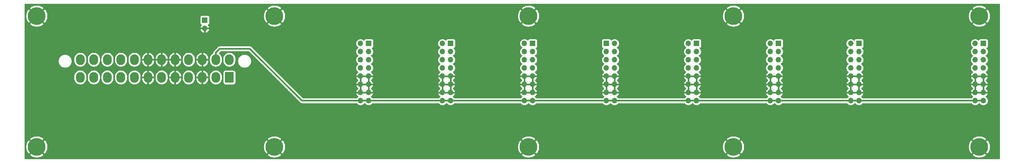
<source format=gbr>
G04 #@! TF.GenerationSoftware,KiCad,Pcbnew,5.1.5+dfsg1-2build2*
G04 #@! TF.CreationDate,2020-12-17T01:47:48-07:00*
G04 #@! TF.ProjectId,eurorackBus,6575726f-7261-4636-9b42-75732e6b6963,rev?*
G04 #@! TF.SameCoordinates,Original*
G04 #@! TF.FileFunction,Copper,L2,Bot*
G04 #@! TF.FilePolarity,Positive*
%FSLAX46Y46*%
G04 Gerber Fmt 4.6, Leading zero omitted, Abs format (unit mm)*
G04 Created by KiCad (PCBNEW 5.1.5+dfsg1-2build2) date 2020-12-17 01:47:48*
%MOMM*%
%LPD*%
G04 APERTURE LIST*
%ADD10C,5.499999*%
%ADD11R,1.700000X1.700000*%
%ADD12O,1.700000X1.700000*%
%ADD13C,0.100000*%
%ADD14O,2.700000X3.300000*%
%ADD15C,0.508000*%
%ADD16C,0.254000*%
G04 APERTURE END LIST*
D10*
X167640000Y-116840000D03*
X167640000Y-76200000D03*
X231140000Y-76200000D03*
X231140000Y-116840000D03*
X307340000Y-76200000D03*
X307340000Y-116840000D03*
X88900000Y-76200000D03*
X88900000Y-116840000D03*
X15240000Y-116840000D03*
X15240000Y-76200000D03*
D11*
X67310000Y-77470000D03*
D12*
X67310000Y-80010000D03*
D11*
X118110000Y-84725001D03*
D12*
X115570000Y-84725001D03*
X118110000Y-87265001D03*
X115570000Y-87265001D03*
X118110000Y-89805001D03*
X115570000Y-89805001D03*
X118110000Y-92345001D03*
X115570000Y-92345001D03*
X118110000Y-94885001D03*
X115570000Y-94885001D03*
X118110000Y-97425001D03*
X115570000Y-97425001D03*
X118110000Y-99965001D03*
X115570000Y-99965001D03*
X118110000Y-102505001D03*
X115570000Y-102505001D03*
X140970000Y-102505001D03*
X143510000Y-102505001D03*
X140970000Y-99965001D03*
X143510000Y-99965001D03*
X140970000Y-97425001D03*
X143510000Y-97425001D03*
X140970000Y-94885001D03*
X143510000Y-94885001D03*
X140970000Y-92345001D03*
X143510000Y-92345001D03*
X140970000Y-89805001D03*
X143510000Y-89805001D03*
X140970000Y-87265001D03*
X143510000Y-87265001D03*
X140970000Y-84725001D03*
D11*
X143510000Y-84725001D03*
X168910000Y-84725001D03*
D12*
X166370000Y-84725001D03*
X168910000Y-87265001D03*
X166370000Y-87265001D03*
X168910000Y-89805001D03*
X166370000Y-89805001D03*
X168910000Y-92345001D03*
X166370000Y-92345001D03*
X168910000Y-94885001D03*
X166370000Y-94885001D03*
X168910000Y-97425001D03*
X166370000Y-97425001D03*
X168910000Y-99965001D03*
X166370000Y-99965001D03*
X168910000Y-102505001D03*
X166370000Y-102505001D03*
D11*
X191770000Y-84725001D03*
D12*
X194310000Y-84725001D03*
X191770000Y-87265001D03*
X194310000Y-87265001D03*
X191770000Y-89805001D03*
X194310000Y-89805001D03*
X191770000Y-92345001D03*
X194310000Y-92345001D03*
X191770000Y-94885001D03*
X194310000Y-94885001D03*
X191770000Y-97425001D03*
X194310000Y-97425001D03*
X191770000Y-99965001D03*
X194310000Y-99965001D03*
X191770000Y-102505001D03*
X194310000Y-102505001D03*
X217170000Y-102505001D03*
X219710000Y-102505001D03*
X217170000Y-99965001D03*
X219710000Y-99965001D03*
X217170000Y-97425001D03*
X219710000Y-97425001D03*
X217170000Y-94885001D03*
X219710000Y-94885001D03*
X217170000Y-92345001D03*
X219710000Y-92345001D03*
X217170000Y-89805001D03*
X219710000Y-89805001D03*
X217170000Y-87265001D03*
X219710000Y-87265001D03*
X217170000Y-84725001D03*
D11*
X219710000Y-84725001D03*
X245110000Y-84725001D03*
D12*
X242570000Y-84725001D03*
X245110000Y-87265001D03*
X242570000Y-87265001D03*
X245110000Y-89805001D03*
X242570000Y-89805001D03*
X245110000Y-92345001D03*
X242570000Y-92345001D03*
X245110000Y-94885001D03*
X242570000Y-94885001D03*
X245110000Y-97425001D03*
X242570000Y-97425001D03*
X245110000Y-99965001D03*
X242570000Y-99965001D03*
X245110000Y-102505001D03*
X242570000Y-102505001D03*
X267495001Y-102505001D03*
X270035001Y-102505001D03*
X267495001Y-99965001D03*
X270035001Y-99965001D03*
X267495001Y-97425001D03*
X270035001Y-97425001D03*
X267495001Y-94885001D03*
X270035001Y-94885001D03*
X267495001Y-92345001D03*
X270035001Y-92345001D03*
X267495001Y-89805001D03*
X270035001Y-89805001D03*
X267495001Y-87265001D03*
X270035001Y-87265001D03*
X267495001Y-84725001D03*
D11*
X270035001Y-84725001D03*
X308610000Y-84725001D03*
D12*
X306070000Y-84725001D03*
X308610000Y-87265001D03*
X306070000Y-87265001D03*
X308610000Y-89805001D03*
X306070000Y-89805001D03*
X308610000Y-92345001D03*
X306070000Y-92345001D03*
X308610000Y-94885001D03*
X306070000Y-94885001D03*
X308610000Y-97425001D03*
X306070000Y-97425001D03*
X308610000Y-99965001D03*
X306070000Y-99965001D03*
X308610000Y-102505001D03*
X306070000Y-102505001D03*
G04 #@! TA.AperFunction,ComponentPad*
D13*
G36*
X76054503Y-93601204D02*
G01*
X76078772Y-93604804D01*
X76102570Y-93610765D01*
X76125670Y-93619030D01*
X76147849Y-93629520D01*
X76168892Y-93642133D01*
X76188598Y-93656748D01*
X76206776Y-93673224D01*
X76223252Y-93691402D01*
X76237867Y-93711108D01*
X76250480Y-93732151D01*
X76260970Y-93754330D01*
X76269235Y-93777430D01*
X76275196Y-93801228D01*
X76278796Y-93825497D01*
X76280000Y-93850001D01*
X76280000Y-96649999D01*
X76278796Y-96674503D01*
X76275196Y-96698772D01*
X76269235Y-96722570D01*
X76260970Y-96745670D01*
X76250480Y-96767849D01*
X76237867Y-96788892D01*
X76223252Y-96808598D01*
X76206776Y-96826776D01*
X76188598Y-96843252D01*
X76168892Y-96857867D01*
X76147849Y-96870480D01*
X76125670Y-96880970D01*
X76102570Y-96889235D01*
X76078772Y-96895196D01*
X76054503Y-96898796D01*
X76029999Y-96900000D01*
X73830001Y-96900000D01*
X73805497Y-96898796D01*
X73781228Y-96895196D01*
X73757430Y-96889235D01*
X73734330Y-96880970D01*
X73712151Y-96870480D01*
X73691108Y-96857867D01*
X73671402Y-96843252D01*
X73653224Y-96826776D01*
X73636748Y-96808598D01*
X73622133Y-96788892D01*
X73609520Y-96767849D01*
X73599030Y-96745670D01*
X73590765Y-96722570D01*
X73584804Y-96698772D01*
X73581204Y-96674503D01*
X73580000Y-96649999D01*
X73580000Y-93850001D01*
X73581204Y-93825497D01*
X73584804Y-93801228D01*
X73590765Y-93777430D01*
X73599030Y-93754330D01*
X73609520Y-93732151D01*
X73622133Y-93711108D01*
X73636748Y-93691402D01*
X73653224Y-93673224D01*
X73671402Y-93656748D01*
X73691108Y-93642133D01*
X73712151Y-93629520D01*
X73734330Y-93619030D01*
X73757430Y-93610765D01*
X73781228Y-93604804D01*
X73805497Y-93601204D01*
X73830001Y-93600000D01*
X76029999Y-93600000D01*
X76054503Y-93601204D01*
G37*
G04 #@! TD.AperFunction*
D14*
X70730000Y-95250000D03*
X66530000Y-95250000D03*
X62330000Y-95250000D03*
X58130000Y-95250000D03*
X53930000Y-95250000D03*
X49730000Y-95250000D03*
X45530000Y-95250000D03*
X41330000Y-95250000D03*
X37130000Y-95250000D03*
X32930000Y-95250000D03*
X28730000Y-95250000D03*
X74930000Y-89750000D03*
X70730000Y-89750000D03*
X66530000Y-89750000D03*
X62330000Y-89750000D03*
X58130000Y-89750000D03*
X53930000Y-89750000D03*
X49730000Y-89750000D03*
X45530000Y-89750000D03*
X41330000Y-89750000D03*
X37130000Y-89750000D03*
X32930000Y-89750000D03*
X28730000Y-89750000D03*
D15*
X70730000Y-87592000D02*
X71962000Y-86360000D01*
X70730000Y-89750000D02*
X70730000Y-87592000D01*
X71962000Y-86360000D02*
X81280000Y-86360000D01*
X97425001Y-102505001D02*
X115570000Y-102505001D01*
X81280000Y-86360000D02*
X97425001Y-102505001D01*
X115570000Y-102505001D02*
X118110000Y-102505001D01*
X119312081Y-102505001D02*
X140970000Y-102505001D01*
X118110000Y-102505001D02*
X119312081Y-102505001D01*
X140970000Y-102505001D02*
X143510000Y-102505001D01*
X144712081Y-102505001D02*
X166370000Y-102505001D01*
X143510000Y-102505001D02*
X144712081Y-102505001D01*
X166370000Y-102505001D02*
X168910000Y-102505001D01*
X170112081Y-102505001D02*
X191770000Y-102505001D01*
X168910000Y-102505001D02*
X170112081Y-102505001D01*
X191770000Y-102505001D02*
X194310000Y-102505001D01*
X195512081Y-102505001D02*
X217170000Y-102505001D01*
X194310000Y-102505001D02*
X195512081Y-102505001D01*
X217170000Y-102505001D02*
X219710000Y-102505001D01*
X220912081Y-102505001D02*
X242570000Y-102505001D01*
X219710000Y-102505001D02*
X220912081Y-102505001D01*
X245110000Y-102505001D02*
X242570000Y-102505001D01*
X246312081Y-102505001D02*
X267495001Y-102505001D01*
X245110000Y-102505001D02*
X246312081Y-102505001D01*
X267495001Y-102505001D02*
X270035001Y-102505001D01*
X270035001Y-102505001D02*
X306070000Y-102505001D01*
X306070000Y-102505001D02*
X308610000Y-102505001D01*
D16*
G36*
X313563000Y-120523000D02*
G01*
X11557000Y-120523000D01*
X11557000Y-119220928D01*
X13038678Y-119220928D01*
X13344860Y-119664502D01*
X13932307Y-119979954D01*
X14570009Y-120174739D01*
X15233458Y-120241372D01*
X15897159Y-120177292D01*
X16535605Y-119984961D01*
X17124262Y-119671771D01*
X17135140Y-119664502D01*
X17441322Y-119220928D01*
X86698678Y-119220928D01*
X87004860Y-119664502D01*
X87592307Y-119979954D01*
X88230009Y-120174739D01*
X88893458Y-120241372D01*
X89557159Y-120177292D01*
X90195605Y-119984961D01*
X90784262Y-119671771D01*
X90795140Y-119664502D01*
X91101322Y-119220928D01*
X165438678Y-119220928D01*
X165744860Y-119664502D01*
X166332307Y-119979954D01*
X166970009Y-120174739D01*
X167633458Y-120241372D01*
X168297159Y-120177292D01*
X168935605Y-119984961D01*
X169524262Y-119671771D01*
X169535140Y-119664502D01*
X169841322Y-119220928D01*
X228938678Y-119220928D01*
X229244860Y-119664502D01*
X229832307Y-119979954D01*
X230470009Y-120174739D01*
X231133458Y-120241372D01*
X231797159Y-120177292D01*
X232435605Y-119984961D01*
X233024262Y-119671771D01*
X233035140Y-119664502D01*
X233341322Y-119220928D01*
X305138678Y-119220928D01*
X305444860Y-119664502D01*
X306032307Y-119979954D01*
X306670009Y-120174739D01*
X307333458Y-120241372D01*
X307997159Y-120177292D01*
X308635605Y-119984961D01*
X309224262Y-119671771D01*
X309235140Y-119664502D01*
X309541322Y-119220928D01*
X307340000Y-117019605D01*
X305138678Y-119220928D01*
X233341322Y-119220928D01*
X231140000Y-117019605D01*
X228938678Y-119220928D01*
X169841322Y-119220928D01*
X167640000Y-117019605D01*
X165438678Y-119220928D01*
X91101322Y-119220928D01*
X88900000Y-117019605D01*
X86698678Y-119220928D01*
X17441322Y-119220928D01*
X15240000Y-117019605D01*
X13038678Y-119220928D01*
X11557000Y-119220928D01*
X11557000Y-116833458D01*
X11838628Y-116833458D01*
X11902708Y-117497159D01*
X12095039Y-118135605D01*
X12408229Y-118724262D01*
X12415498Y-118735140D01*
X12859072Y-119041322D01*
X15060395Y-116840000D01*
X15419605Y-116840000D01*
X17620928Y-119041322D01*
X18064502Y-118735140D01*
X18379954Y-118147693D01*
X18574739Y-117509991D01*
X18641372Y-116846542D01*
X18640109Y-116833458D01*
X85498628Y-116833458D01*
X85562708Y-117497159D01*
X85755039Y-118135605D01*
X86068229Y-118724262D01*
X86075498Y-118735140D01*
X86519072Y-119041322D01*
X88720395Y-116840000D01*
X89079605Y-116840000D01*
X91280928Y-119041322D01*
X91724502Y-118735140D01*
X92039954Y-118147693D01*
X92234739Y-117509991D01*
X92301372Y-116846542D01*
X92300109Y-116833458D01*
X164238628Y-116833458D01*
X164302708Y-117497159D01*
X164495039Y-118135605D01*
X164808229Y-118724262D01*
X164815498Y-118735140D01*
X165259072Y-119041322D01*
X167460395Y-116840000D01*
X167819605Y-116840000D01*
X170020928Y-119041322D01*
X170464502Y-118735140D01*
X170779954Y-118147693D01*
X170974739Y-117509991D01*
X171041372Y-116846542D01*
X171040109Y-116833458D01*
X227738628Y-116833458D01*
X227802708Y-117497159D01*
X227995039Y-118135605D01*
X228308229Y-118724262D01*
X228315498Y-118735140D01*
X228759072Y-119041322D01*
X230960395Y-116840000D01*
X231319605Y-116840000D01*
X233520928Y-119041322D01*
X233964502Y-118735140D01*
X234279954Y-118147693D01*
X234474739Y-117509991D01*
X234541372Y-116846542D01*
X234540109Y-116833458D01*
X303938628Y-116833458D01*
X304002708Y-117497159D01*
X304195039Y-118135605D01*
X304508229Y-118724262D01*
X304515498Y-118735140D01*
X304959072Y-119041322D01*
X307160395Y-116840000D01*
X307519605Y-116840000D01*
X309720928Y-119041322D01*
X310164502Y-118735140D01*
X310479954Y-118147693D01*
X310674739Y-117509991D01*
X310741372Y-116846542D01*
X310677292Y-116182841D01*
X310484961Y-115544395D01*
X310171771Y-114955738D01*
X310164502Y-114944860D01*
X309720928Y-114638678D01*
X307519605Y-116840000D01*
X307160395Y-116840000D01*
X304959072Y-114638678D01*
X304515498Y-114944860D01*
X304200046Y-115532307D01*
X304005261Y-116170009D01*
X303938628Y-116833458D01*
X234540109Y-116833458D01*
X234477292Y-116182841D01*
X234284961Y-115544395D01*
X233971771Y-114955738D01*
X233964502Y-114944860D01*
X233520928Y-114638678D01*
X231319605Y-116840000D01*
X230960395Y-116840000D01*
X228759072Y-114638678D01*
X228315498Y-114944860D01*
X228000046Y-115532307D01*
X227805261Y-116170009D01*
X227738628Y-116833458D01*
X171040109Y-116833458D01*
X170977292Y-116182841D01*
X170784961Y-115544395D01*
X170471771Y-114955738D01*
X170464502Y-114944860D01*
X170020928Y-114638678D01*
X167819605Y-116840000D01*
X167460395Y-116840000D01*
X165259072Y-114638678D01*
X164815498Y-114944860D01*
X164500046Y-115532307D01*
X164305261Y-116170009D01*
X164238628Y-116833458D01*
X92300109Y-116833458D01*
X92237292Y-116182841D01*
X92044961Y-115544395D01*
X91731771Y-114955738D01*
X91724502Y-114944860D01*
X91280928Y-114638678D01*
X89079605Y-116840000D01*
X88720395Y-116840000D01*
X86519072Y-114638678D01*
X86075498Y-114944860D01*
X85760046Y-115532307D01*
X85565261Y-116170009D01*
X85498628Y-116833458D01*
X18640109Y-116833458D01*
X18577292Y-116182841D01*
X18384961Y-115544395D01*
X18071771Y-114955738D01*
X18064502Y-114944860D01*
X17620928Y-114638678D01*
X15419605Y-116840000D01*
X15060395Y-116840000D01*
X12859072Y-114638678D01*
X12415498Y-114944860D01*
X12100046Y-115532307D01*
X11905261Y-116170009D01*
X11838628Y-116833458D01*
X11557000Y-116833458D01*
X11557000Y-114459072D01*
X13038678Y-114459072D01*
X15240000Y-116660395D01*
X17441322Y-114459072D01*
X86698678Y-114459072D01*
X88900000Y-116660395D01*
X91101322Y-114459072D01*
X165438678Y-114459072D01*
X167640000Y-116660395D01*
X169841322Y-114459072D01*
X228938678Y-114459072D01*
X231140000Y-116660395D01*
X233341322Y-114459072D01*
X305138678Y-114459072D01*
X307340000Y-116660395D01*
X309541322Y-114459072D01*
X309235140Y-114015498D01*
X308647693Y-113700046D01*
X308009991Y-113505261D01*
X307346542Y-113438628D01*
X306682841Y-113502708D01*
X306044395Y-113695039D01*
X305455738Y-114008229D01*
X305444860Y-114015498D01*
X305138678Y-114459072D01*
X233341322Y-114459072D01*
X233035140Y-114015498D01*
X232447693Y-113700046D01*
X231809991Y-113505261D01*
X231146542Y-113438628D01*
X230482841Y-113502708D01*
X229844395Y-113695039D01*
X229255738Y-114008229D01*
X229244860Y-114015498D01*
X228938678Y-114459072D01*
X169841322Y-114459072D01*
X169535140Y-114015498D01*
X168947693Y-113700046D01*
X168309991Y-113505261D01*
X167646542Y-113438628D01*
X166982841Y-113502708D01*
X166344395Y-113695039D01*
X165755738Y-114008229D01*
X165744860Y-114015498D01*
X165438678Y-114459072D01*
X91101322Y-114459072D01*
X90795140Y-114015498D01*
X90207693Y-113700046D01*
X89569991Y-113505261D01*
X88906542Y-113438628D01*
X88242841Y-113502708D01*
X87604395Y-113695039D01*
X87015738Y-114008229D01*
X87004860Y-114015498D01*
X86698678Y-114459072D01*
X17441322Y-114459072D01*
X17135140Y-114015498D01*
X16547693Y-113700046D01*
X15909991Y-113505261D01*
X15246542Y-113438628D01*
X14582841Y-113502708D01*
X13944395Y-113695039D01*
X13355738Y-114008229D01*
X13344860Y-114015498D01*
X13038678Y-114459072D01*
X11557000Y-114459072D01*
X11557000Y-94852490D01*
X26745000Y-94852490D01*
X26745000Y-95647509D01*
X26773722Y-95939127D01*
X26887226Y-96313301D01*
X27071547Y-96658143D01*
X27319602Y-96960398D01*
X27621857Y-97208453D01*
X27966698Y-97392774D01*
X28340872Y-97506278D01*
X28730000Y-97544604D01*
X29119127Y-97506278D01*
X29493301Y-97392774D01*
X29838143Y-97208453D01*
X30140398Y-96960398D01*
X30388453Y-96658143D01*
X30572774Y-96313302D01*
X30686278Y-95939128D01*
X30715000Y-95647510D01*
X30715000Y-94852491D01*
X30715000Y-94852490D01*
X30945000Y-94852490D01*
X30945000Y-95647509D01*
X30973722Y-95939127D01*
X31087226Y-96313301D01*
X31271547Y-96658143D01*
X31519602Y-96960398D01*
X31821857Y-97208453D01*
X32166698Y-97392774D01*
X32540872Y-97506278D01*
X32930000Y-97544604D01*
X33319127Y-97506278D01*
X33693301Y-97392774D01*
X34038143Y-97208453D01*
X34340398Y-96960398D01*
X34588453Y-96658143D01*
X34772774Y-96313302D01*
X34886278Y-95939128D01*
X34915000Y-95647510D01*
X34915000Y-94852491D01*
X34915000Y-94852490D01*
X35145000Y-94852490D01*
X35145000Y-95647509D01*
X35173722Y-95939127D01*
X35287226Y-96313301D01*
X35471547Y-96658143D01*
X35719602Y-96960398D01*
X36021857Y-97208453D01*
X36366698Y-97392774D01*
X36740872Y-97506278D01*
X37130000Y-97544604D01*
X37519127Y-97506278D01*
X37893301Y-97392774D01*
X38238143Y-97208453D01*
X38540398Y-96960398D01*
X38788453Y-96658143D01*
X38972774Y-96313302D01*
X39086278Y-95939128D01*
X39115000Y-95647510D01*
X39115000Y-94852491D01*
X39115000Y-94852490D01*
X39345000Y-94852490D01*
X39345000Y-95647509D01*
X39373722Y-95939127D01*
X39487226Y-96313301D01*
X39671547Y-96658143D01*
X39919602Y-96960398D01*
X40221857Y-97208453D01*
X40566698Y-97392774D01*
X40940872Y-97506278D01*
X41330000Y-97544604D01*
X41719127Y-97506278D01*
X42093301Y-97392774D01*
X42438143Y-97208453D01*
X42740398Y-96960398D01*
X42988453Y-96658143D01*
X43172774Y-96313302D01*
X43286278Y-95939128D01*
X43315000Y-95647510D01*
X43315000Y-94852491D01*
X43315000Y-94852490D01*
X43545000Y-94852490D01*
X43545000Y-95647509D01*
X43573722Y-95939127D01*
X43687226Y-96313301D01*
X43871547Y-96658143D01*
X44119602Y-96960398D01*
X44421857Y-97208453D01*
X44766698Y-97392774D01*
X45140872Y-97506278D01*
X45530000Y-97544604D01*
X45919127Y-97506278D01*
X46293301Y-97392774D01*
X46638143Y-97208453D01*
X46940398Y-96960398D01*
X47188453Y-96658143D01*
X47372774Y-96313302D01*
X47486278Y-95939128D01*
X47515000Y-95647510D01*
X47515000Y-95377000D01*
X47745000Y-95377000D01*
X47745000Y-95677000D01*
X47807918Y-96061814D01*
X47944700Y-96426959D01*
X48150090Y-96758403D01*
X48416195Y-97043409D01*
X48732789Y-97271024D01*
X49087705Y-97432501D01*
X49294677Y-97486677D01*
X49603000Y-97371829D01*
X49603000Y-95377000D01*
X49857000Y-95377000D01*
X49857000Y-97371829D01*
X50165323Y-97486677D01*
X50372295Y-97432501D01*
X50727211Y-97271024D01*
X51043805Y-97043409D01*
X51309910Y-96758403D01*
X51515300Y-96426959D01*
X51652082Y-96061814D01*
X51715000Y-95677000D01*
X51715000Y-95377000D01*
X49857000Y-95377000D01*
X49603000Y-95377000D01*
X47745000Y-95377000D01*
X47515000Y-95377000D01*
X47515000Y-94852491D01*
X47512096Y-94823000D01*
X47745000Y-94823000D01*
X47745000Y-95123000D01*
X49603000Y-95123000D01*
X49603000Y-93128171D01*
X49857000Y-93128171D01*
X49857000Y-95123000D01*
X51715000Y-95123000D01*
X51715000Y-94852490D01*
X51945000Y-94852490D01*
X51945000Y-95647509D01*
X51973722Y-95939127D01*
X52087226Y-96313301D01*
X52271547Y-96658143D01*
X52519602Y-96960398D01*
X52821857Y-97208453D01*
X53166698Y-97392774D01*
X53540872Y-97506278D01*
X53930000Y-97544604D01*
X54319127Y-97506278D01*
X54693301Y-97392774D01*
X55038143Y-97208453D01*
X55340398Y-96960398D01*
X55588453Y-96658143D01*
X55772774Y-96313302D01*
X55886278Y-95939128D01*
X55915000Y-95647510D01*
X55915000Y-95377000D01*
X56145000Y-95377000D01*
X56145000Y-95677000D01*
X56207918Y-96061814D01*
X56344700Y-96426959D01*
X56550090Y-96758403D01*
X56816195Y-97043409D01*
X57132789Y-97271024D01*
X57487705Y-97432501D01*
X57694677Y-97486677D01*
X58003000Y-97371829D01*
X58003000Y-95377000D01*
X58257000Y-95377000D01*
X58257000Y-97371829D01*
X58565323Y-97486677D01*
X58772295Y-97432501D01*
X59127211Y-97271024D01*
X59443805Y-97043409D01*
X59709910Y-96758403D01*
X59915300Y-96426959D01*
X60052082Y-96061814D01*
X60115000Y-95677000D01*
X60115000Y-95377000D01*
X58257000Y-95377000D01*
X58003000Y-95377000D01*
X56145000Y-95377000D01*
X55915000Y-95377000D01*
X55915000Y-94852491D01*
X55912096Y-94823000D01*
X56145000Y-94823000D01*
X56145000Y-95123000D01*
X58003000Y-95123000D01*
X58003000Y-93128171D01*
X58257000Y-93128171D01*
X58257000Y-95123000D01*
X60115000Y-95123000D01*
X60115000Y-94852490D01*
X60345000Y-94852490D01*
X60345000Y-95647509D01*
X60373722Y-95939127D01*
X60487226Y-96313301D01*
X60671547Y-96658143D01*
X60919602Y-96960398D01*
X61221857Y-97208453D01*
X61566698Y-97392774D01*
X61940872Y-97506278D01*
X62330000Y-97544604D01*
X62719127Y-97506278D01*
X63093301Y-97392774D01*
X63438143Y-97208453D01*
X63740398Y-96960398D01*
X63988453Y-96658143D01*
X64172774Y-96313302D01*
X64286278Y-95939128D01*
X64315000Y-95647510D01*
X64315000Y-95377000D01*
X64545000Y-95377000D01*
X64545000Y-95677000D01*
X64607918Y-96061814D01*
X64744700Y-96426959D01*
X64950090Y-96758403D01*
X65216195Y-97043409D01*
X65532789Y-97271024D01*
X65887705Y-97432501D01*
X66094677Y-97486677D01*
X66403000Y-97371829D01*
X66403000Y-95377000D01*
X66657000Y-95377000D01*
X66657000Y-97371829D01*
X66965323Y-97486677D01*
X67172295Y-97432501D01*
X67527211Y-97271024D01*
X67843805Y-97043409D01*
X68109910Y-96758403D01*
X68315300Y-96426959D01*
X68452082Y-96061814D01*
X68515000Y-95677000D01*
X68515000Y-95377000D01*
X66657000Y-95377000D01*
X66403000Y-95377000D01*
X64545000Y-95377000D01*
X64315000Y-95377000D01*
X64315000Y-94852491D01*
X64312096Y-94823000D01*
X64545000Y-94823000D01*
X64545000Y-95123000D01*
X66403000Y-95123000D01*
X66403000Y-93128171D01*
X66657000Y-93128171D01*
X66657000Y-95123000D01*
X68515000Y-95123000D01*
X68515000Y-94852490D01*
X68745000Y-94852490D01*
X68745000Y-95647509D01*
X68773722Y-95939127D01*
X68887226Y-96313301D01*
X69071547Y-96658143D01*
X69319602Y-96960398D01*
X69621857Y-97208453D01*
X69966698Y-97392774D01*
X70340872Y-97506278D01*
X70730000Y-97544604D01*
X71119127Y-97506278D01*
X71493301Y-97392774D01*
X71838143Y-97208453D01*
X72140398Y-96960398D01*
X72388453Y-96658143D01*
X72572774Y-96313302D01*
X72686278Y-95939128D01*
X72715000Y-95647510D01*
X72715000Y-94852491D01*
X72686278Y-94560873D01*
X72572774Y-94186698D01*
X72392807Y-93850001D01*
X72941928Y-93850001D01*
X72941928Y-96649999D01*
X72958992Y-96823253D01*
X73009529Y-96989850D01*
X73091595Y-97143386D01*
X73202039Y-97277961D01*
X73336614Y-97388405D01*
X73490150Y-97470471D01*
X73656747Y-97521008D01*
X73830001Y-97538072D01*
X76029999Y-97538072D01*
X76203253Y-97521008D01*
X76369850Y-97470471D01*
X76523386Y-97388405D01*
X76657961Y-97277961D01*
X76768405Y-97143386D01*
X76850471Y-96989850D01*
X76901008Y-96823253D01*
X76918072Y-96649999D01*
X76918072Y-93850001D01*
X76901008Y-93676747D01*
X76850471Y-93510150D01*
X76768405Y-93356614D01*
X76657961Y-93222039D01*
X76523386Y-93111595D01*
X76369850Y-93029529D01*
X76203253Y-92978992D01*
X76029999Y-92961928D01*
X73830001Y-92961928D01*
X73656747Y-92978992D01*
X73490150Y-93029529D01*
X73336614Y-93111595D01*
X73202039Y-93222039D01*
X73091595Y-93356614D01*
X73009529Y-93510150D01*
X72958992Y-93676747D01*
X72941928Y-93850001D01*
X72392807Y-93850001D01*
X72388453Y-93841857D01*
X72140398Y-93539602D01*
X71838143Y-93291547D01*
X71493302Y-93107226D01*
X71119128Y-92993722D01*
X70730000Y-92955396D01*
X70340873Y-92993722D01*
X69966699Y-93107226D01*
X69621858Y-93291547D01*
X69319603Y-93539602D01*
X69071547Y-93841857D01*
X68887226Y-94186698D01*
X68773722Y-94560872D01*
X68745000Y-94852490D01*
X68515000Y-94852490D01*
X68515000Y-94823000D01*
X68452082Y-94438186D01*
X68315300Y-94073041D01*
X68109910Y-93741597D01*
X67843805Y-93456591D01*
X67527211Y-93228976D01*
X67172295Y-93067499D01*
X66965323Y-93013323D01*
X66657000Y-93128171D01*
X66403000Y-93128171D01*
X66094677Y-93013323D01*
X65887705Y-93067499D01*
X65532789Y-93228976D01*
X65216195Y-93456591D01*
X64950090Y-93741597D01*
X64744700Y-94073041D01*
X64607918Y-94438186D01*
X64545000Y-94823000D01*
X64312096Y-94823000D01*
X64286278Y-94560873D01*
X64172774Y-94186698D01*
X63988453Y-93841857D01*
X63740398Y-93539602D01*
X63438143Y-93291547D01*
X63093302Y-93107226D01*
X62719128Y-92993722D01*
X62330000Y-92955396D01*
X61940873Y-92993722D01*
X61566699Y-93107226D01*
X61221858Y-93291547D01*
X60919603Y-93539602D01*
X60671547Y-93841857D01*
X60487226Y-94186698D01*
X60373722Y-94560872D01*
X60345000Y-94852490D01*
X60115000Y-94852490D01*
X60115000Y-94823000D01*
X60052082Y-94438186D01*
X59915300Y-94073041D01*
X59709910Y-93741597D01*
X59443805Y-93456591D01*
X59127211Y-93228976D01*
X58772295Y-93067499D01*
X58565323Y-93013323D01*
X58257000Y-93128171D01*
X58003000Y-93128171D01*
X57694677Y-93013323D01*
X57487705Y-93067499D01*
X57132789Y-93228976D01*
X56816195Y-93456591D01*
X56550090Y-93741597D01*
X56344700Y-94073041D01*
X56207918Y-94438186D01*
X56145000Y-94823000D01*
X55912096Y-94823000D01*
X55886278Y-94560873D01*
X55772774Y-94186698D01*
X55588453Y-93841857D01*
X55340398Y-93539602D01*
X55038143Y-93291547D01*
X54693302Y-93107226D01*
X54319128Y-92993722D01*
X53930000Y-92955396D01*
X53540873Y-92993722D01*
X53166699Y-93107226D01*
X52821858Y-93291547D01*
X52519603Y-93539602D01*
X52271547Y-93841857D01*
X52087226Y-94186698D01*
X51973722Y-94560872D01*
X51945000Y-94852490D01*
X51715000Y-94852490D01*
X51715000Y-94823000D01*
X51652082Y-94438186D01*
X51515300Y-94073041D01*
X51309910Y-93741597D01*
X51043805Y-93456591D01*
X50727211Y-93228976D01*
X50372295Y-93067499D01*
X50165323Y-93013323D01*
X49857000Y-93128171D01*
X49603000Y-93128171D01*
X49294677Y-93013323D01*
X49087705Y-93067499D01*
X48732789Y-93228976D01*
X48416195Y-93456591D01*
X48150090Y-93741597D01*
X47944700Y-94073041D01*
X47807918Y-94438186D01*
X47745000Y-94823000D01*
X47512096Y-94823000D01*
X47486278Y-94560873D01*
X47372774Y-94186698D01*
X47188453Y-93841857D01*
X46940398Y-93539602D01*
X46638143Y-93291547D01*
X46293302Y-93107226D01*
X45919128Y-92993722D01*
X45530000Y-92955396D01*
X45140873Y-92993722D01*
X44766699Y-93107226D01*
X44421858Y-93291547D01*
X44119603Y-93539602D01*
X43871547Y-93841857D01*
X43687226Y-94186698D01*
X43573722Y-94560872D01*
X43545000Y-94852490D01*
X43315000Y-94852490D01*
X43286278Y-94560873D01*
X43172774Y-94186698D01*
X42988453Y-93841857D01*
X42740398Y-93539602D01*
X42438143Y-93291547D01*
X42093302Y-93107226D01*
X41719128Y-92993722D01*
X41330000Y-92955396D01*
X40940873Y-92993722D01*
X40566699Y-93107226D01*
X40221858Y-93291547D01*
X39919603Y-93539602D01*
X39671547Y-93841857D01*
X39487226Y-94186698D01*
X39373722Y-94560872D01*
X39345000Y-94852490D01*
X39115000Y-94852490D01*
X39086278Y-94560873D01*
X38972774Y-94186698D01*
X38788453Y-93841857D01*
X38540398Y-93539602D01*
X38238143Y-93291547D01*
X37893302Y-93107226D01*
X37519128Y-92993722D01*
X37130000Y-92955396D01*
X36740873Y-92993722D01*
X36366699Y-93107226D01*
X36021858Y-93291547D01*
X35719603Y-93539602D01*
X35471547Y-93841857D01*
X35287226Y-94186698D01*
X35173722Y-94560872D01*
X35145000Y-94852490D01*
X34915000Y-94852490D01*
X34886278Y-94560873D01*
X34772774Y-94186698D01*
X34588453Y-93841857D01*
X34340398Y-93539602D01*
X34038143Y-93291547D01*
X33693302Y-93107226D01*
X33319128Y-92993722D01*
X32930000Y-92955396D01*
X32540873Y-92993722D01*
X32166699Y-93107226D01*
X31821858Y-93291547D01*
X31519603Y-93539602D01*
X31271547Y-93841857D01*
X31087226Y-94186698D01*
X30973722Y-94560872D01*
X30945000Y-94852490D01*
X30715000Y-94852490D01*
X30686278Y-94560873D01*
X30572774Y-94186698D01*
X30388453Y-93841857D01*
X30140398Y-93539602D01*
X29838143Y-93291547D01*
X29493302Y-93107226D01*
X29119128Y-92993722D01*
X28730000Y-92955396D01*
X28340873Y-92993722D01*
X27966699Y-93107226D01*
X27621858Y-93291547D01*
X27319603Y-93539602D01*
X27071547Y-93841857D01*
X26887226Y-94186698D01*
X26773722Y-94560872D01*
X26745000Y-94852490D01*
X11557000Y-94852490D01*
X11557000Y-89999721D01*
X21895000Y-89999721D01*
X21895000Y-90420279D01*
X21977047Y-90832756D01*
X22137988Y-91221302D01*
X22371637Y-91570983D01*
X22669017Y-91868363D01*
X23018698Y-92102012D01*
X23407244Y-92262953D01*
X23819721Y-92345000D01*
X24240279Y-92345000D01*
X24652756Y-92262953D01*
X25041302Y-92102012D01*
X25390983Y-91868363D01*
X25688363Y-91570983D01*
X25922012Y-91221302D01*
X26082953Y-90832756D01*
X26165000Y-90420279D01*
X26165000Y-89999721D01*
X26082953Y-89587244D01*
X25985715Y-89352490D01*
X26745000Y-89352490D01*
X26745000Y-90147509D01*
X26773722Y-90439127D01*
X26887226Y-90813301D01*
X27071547Y-91158143D01*
X27319602Y-91460398D01*
X27621857Y-91708453D01*
X27966698Y-91892774D01*
X28340872Y-92006278D01*
X28730000Y-92044604D01*
X29119127Y-92006278D01*
X29493301Y-91892774D01*
X29838143Y-91708453D01*
X30140398Y-91460398D01*
X30388453Y-91158143D01*
X30572774Y-90813302D01*
X30686278Y-90439128D01*
X30715000Y-90147510D01*
X30715000Y-89352491D01*
X30715000Y-89352490D01*
X30945000Y-89352490D01*
X30945000Y-90147509D01*
X30973722Y-90439127D01*
X31087226Y-90813301D01*
X31271547Y-91158143D01*
X31519602Y-91460398D01*
X31821857Y-91708453D01*
X32166698Y-91892774D01*
X32540872Y-92006278D01*
X32930000Y-92044604D01*
X33319127Y-92006278D01*
X33693301Y-91892774D01*
X34038143Y-91708453D01*
X34340398Y-91460398D01*
X34588453Y-91158143D01*
X34772774Y-90813302D01*
X34886278Y-90439128D01*
X34915000Y-90147510D01*
X34915000Y-89352491D01*
X34915000Y-89352490D01*
X35145000Y-89352490D01*
X35145000Y-90147509D01*
X35173722Y-90439127D01*
X35287226Y-90813301D01*
X35471547Y-91158143D01*
X35719602Y-91460398D01*
X36021857Y-91708453D01*
X36366698Y-91892774D01*
X36740872Y-92006278D01*
X37130000Y-92044604D01*
X37519127Y-92006278D01*
X37893301Y-91892774D01*
X38238143Y-91708453D01*
X38540398Y-91460398D01*
X38788453Y-91158143D01*
X38972774Y-90813302D01*
X39086278Y-90439128D01*
X39115000Y-90147510D01*
X39115000Y-89352491D01*
X39115000Y-89352490D01*
X39345000Y-89352490D01*
X39345000Y-90147509D01*
X39373722Y-90439127D01*
X39487226Y-90813301D01*
X39671547Y-91158143D01*
X39919602Y-91460398D01*
X40221857Y-91708453D01*
X40566698Y-91892774D01*
X40940872Y-92006278D01*
X41330000Y-92044604D01*
X41719127Y-92006278D01*
X42093301Y-91892774D01*
X42438143Y-91708453D01*
X42740398Y-91460398D01*
X42988453Y-91158143D01*
X43172774Y-90813302D01*
X43286278Y-90439128D01*
X43315000Y-90147510D01*
X43315000Y-89352491D01*
X43315000Y-89352490D01*
X43545000Y-89352490D01*
X43545000Y-90147509D01*
X43573722Y-90439127D01*
X43687226Y-90813301D01*
X43871547Y-91158143D01*
X44119602Y-91460398D01*
X44421857Y-91708453D01*
X44766698Y-91892774D01*
X45140872Y-92006278D01*
X45530000Y-92044604D01*
X45919127Y-92006278D01*
X46293301Y-91892774D01*
X46638143Y-91708453D01*
X46940398Y-91460398D01*
X47188453Y-91158143D01*
X47372774Y-90813302D01*
X47486278Y-90439128D01*
X47515000Y-90147510D01*
X47515000Y-89877000D01*
X47745000Y-89877000D01*
X47745000Y-90177000D01*
X47807918Y-90561814D01*
X47944700Y-90926959D01*
X48150090Y-91258403D01*
X48416195Y-91543409D01*
X48732789Y-91771024D01*
X49087705Y-91932501D01*
X49294677Y-91986677D01*
X49603000Y-91871829D01*
X49603000Y-89877000D01*
X49857000Y-89877000D01*
X49857000Y-91871829D01*
X50165323Y-91986677D01*
X50372295Y-91932501D01*
X50727211Y-91771024D01*
X51043805Y-91543409D01*
X51309910Y-91258403D01*
X51515300Y-90926959D01*
X51652082Y-90561814D01*
X51715000Y-90177000D01*
X51715000Y-89877000D01*
X51945000Y-89877000D01*
X51945000Y-90177000D01*
X52007918Y-90561814D01*
X52144700Y-90926959D01*
X52350090Y-91258403D01*
X52616195Y-91543409D01*
X52932789Y-91771024D01*
X53287705Y-91932501D01*
X53494677Y-91986677D01*
X53803000Y-91871829D01*
X53803000Y-89877000D01*
X54057000Y-89877000D01*
X54057000Y-91871829D01*
X54365323Y-91986677D01*
X54572295Y-91932501D01*
X54927211Y-91771024D01*
X55243805Y-91543409D01*
X55509910Y-91258403D01*
X55715300Y-90926959D01*
X55852082Y-90561814D01*
X55915000Y-90177000D01*
X55915000Y-89877000D01*
X56145000Y-89877000D01*
X56145000Y-90177000D01*
X56207918Y-90561814D01*
X56344700Y-90926959D01*
X56550090Y-91258403D01*
X56816195Y-91543409D01*
X57132789Y-91771024D01*
X57487705Y-91932501D01*
X57694677Y-91986677D01*
X58003000Y-91871829D01*
X58003000Y-89877000D01*
X58257000Y-89877000D01*
X58257000Y-91871829D01*
X58565323Y-91986677D01*
X58772295Y-91932501D01*
X59127211Y-91771024D01*
X59443805Y-91543409D01*
X59709910Y-91258403D01*
X59915300Y-90926959D01*
X60052082Y-90561814D01*
X60115000Y-90177000D01*
X60115000Y-89877000D01*
X58257000Y-89877000D01*
X58003000Y-89877000D01*
X56145000Y-89877000D01*
X55915000Y-89877000D01*
X54057000Y-89877000D01*
X53803000Y-89877000D01*
X51945000Y-89877000D01*
X51715000Y-89877000D01*
X49857000Y-89877000D01*
X49603000Y-89877000D01*
X47745000Y-89877000D01*
X47515000Y-89877000D01*
X47515000Y-89352491D01*
X47512096Y-89323000D01*
X47745000Y-89323000D01*
X47745000Y-89623000D01*
X49603000Y-89623000D01*
X49603000Y-87628171D01*
X49857000Y-87628171D01*
X49857000Y-89623000D01*
X51715000Y-89623000D01*
X51715000Y-89323000D01*
X51945000Y-89323000D01*
X51945000Y-89623000D01*
X53803000Y-89623000D01*
X53803000Y-87628171D01*
X54057000Y-87628171D01*
X54057000Y-89623000D01*
X55915000Y-89623000D01*
X55915000Y-89323000D01*
X56145000Y-89323000D01*
X56145000Y-89623000D01*
X58003000Y-89623000D01*
X58003000Y-87628171D01*
X58257000Y-87628171D01*
X58257000Y-89623000D01*
X60115000Y-89623000D01*
X60115000Y-89352490D01*
X60345000Y-89352490D01*
X60345000Y-90147509D01*
X60373722Y-90439127D01*
X60487226Y-90813301D01*
X60671547Y-91158143D01*
X60919602Y-91460398D01*
X61221857Y-91708453D01*
X61566698Y-91892774D01*
X61940872Y-92006278D01*
X62330000Y-92044604D01*
X62719127Y-92006278D01*
X63093301Y-91892774D01*
X63438143Y-91708453D01*
X63740398Y-91460398D01*
X63988453Y-91158143D01*
X64172774Y-90813302D01*
X64286278Y-90439128D01*
X64315000Y-90147510D01*
X64315000Y-89877000D01*
X64545000Y-89877000D01*
X64545000Y-90177000D01*
X64607918Y-90561814D01*
X64744700Y-90926959D01*
X64950090Y-91258403D01*
X65216195Y-91543409D01*
X65532789Y-91771024D01*
X65887705Y-91932501D01*
X66094677Y-91986677D01*
X66403000Y-91871829D01*
X66403000Y-89877000D01*
X66657000Y-89877000D01*
X66657000Y-91871829D01*
X66965323Y-91986677D01*
X67172295Y-91932501D01*
X67527211Y-91771024D01*
X67843805Y-91543409D01*
X68109910Y-91258403D01*
X68315300Y-90926959D01*
X68452082Y-90561814D01*
X68515000Y-90177000D01*
X68515000Y-89877000D01*
X66657000Y-89877000D01*
X66403000Y-89877000D01*
X64545000Y-89877000D01*
X64315000Y-89877000D01*
X64315000Y-89352491D01*
X64312096Y-89323000D01*
X64545000Y-89323000D01*
X64545000Y-89623000D01*
X66403000Y-89623000D01*
X66403000Y-87628171D01*
X66657000Y-87628171D01*
X66657000Y-89623000D01*
X68515000Y-89623000D01*
X68515000Y-89352490D01*
X68745000Y-89352490D01*
X68745000Y-90147509D01*
X68773722Y-90439127D01*
X68887226Y-90813301D01*
X69071547Y-91158143D01*
X69319602Y-91460398D01*
X69621857Y-91708453D01*
X69966698Y-91892774D01*
X70340872Y-92006278D01*
X70730000Y-92044604D01*
X71119127Y-92006278D01*
X71493301Y-91892774D01*
X71838143Y-91708453D01*
X72140398Y-91460398D01*
X72388453Y-91158143D01*
X72572774Y-90813302D01*
X72686278Y-90439128D01*
X72715000Y-90147510D01*
X72715000Y-89352491D01*
X72715000Y-89352490D01*
X72945000Y-89352490D01*
X72945000Y-90147509D01*
X72973722Y-90439127D01*
X73087226Y-90813301D01*
X73271547Y-91158143D01*
X73519602Y-91460398D01*
X73821857Y-91708453D01*
X74166698Y-91892774D01*
X74540872Y-92006278D01*
X74930000Y-92044604D01*
X75319127Y-92006278D01*
X75693301Y-91892774D01*
X76038143Y-91708453D01*
X76340398Y-91460398D01*
X76588453Y-91158143D01*
X76772774Y-90813302D01*
X76886278Y-90439128D01*
X76915000Y-90147510D01*
X76915000Y-89999721D01*
X77495000Y-89999721D01*
X77495000Y-90420279D01*
X77577047Y-90832756D01*
X77737988Y-91221302D01*
X77971637Y-91570983D01*
X78269017Y-91868363D01*
X78618698Y-92102012D01*
X79007244Y-92262953D01*
X79419721Y-92345000D01*
X79840279Y-92345000D01*
X80252756Y-92262953D01*
X80641302Y-92102012D01*
X80990983Y-91868363D01*
X81288363Y-91570983D01*
X81522012Y-91221302D01*
X81682953Y-90832756D01*
X81765000Y-90420279D01*
X81765000Y-89999721D01*
X81682953Y-89587244D01*
X81522012Y-89198698D01*
X81288363Y-88849017D01*
X80990983Y-88551637D01*
X80641302Y-88317988D01*
X80252756Y-88157047D01*
X79840279Y-88075000D01*
X79419721Y-88075000D01*
X79007244Y-88157047D01*
X78618698Y-88317988D01*
X78269017Y-88551637D01*
X77971637Y-88849017D01*
X77737988Y-89198698D01*
X77577047Y-89587244D01*
X77495000Y-89999721D01*
X76915000Y-89999721D01*
X76915000Y-89352491D01*
X76886278Y-89060873D01*
X76772774Y-88686698D01*
X76588453Y-88341857D01*
X76340398Y-88039602D01*
X76038143Y-87791547D01*
X75693302Y-87607226D01*
X75319128Y-87493722D01*
X74930000Y-87455396D01*
X74540873Y-87493722D01*
X74166699Y-87607226D01*
X73821858Y-87791547D01*
X73519603Y-88039602D01*
X73271547Y-88341857D01*
X73087226Y-88686698D01*
X72973722Y-89060872D01*
X72945000Y-89352490D01*
X72715000Y-89352490D01*
X72686278Y-89060873D01*
X72572774Y-88686698D01*
X72388453Y-88341857D01*
X72140398Y-88039602D01*
X71838143Y-87791547D01*
X71805263Y-87773972D01*
X72330236Y-87249000D01*
X80911765Y-87249000D01*
X96765502Y-103102737D01*
X96793342Y-103136660D01*
X96928710Y-103247754D01*
X97083150Y-103330304D01*
X97149059Y-103350297D01*
X97250725Y-103381137D01*
X97283925Y-103384407D01*
X97381334Y-103394001D01*
X97381340Y-103394001D01*
X97425000Y-103398301D01*
X97468660Y-103394001D01*
X114378017Y-103394001D01*
X114416525Y-103451633D01*
X114623368Y-103658476D01*
X114866589Y-103820991D01*
X115136842Y-103932933D01*
X115423740Y-103990001D01*
X115716260Y-103990001D01*
X116003158Y-103932933D01*
X116273411Y-103820991D01*
X116516632Y-103658476D01*
X116723475Y-103451633D01*
X116761983Y-103394001D01*
X116918017Y-103394001D01*
X116956525Y-103451633D01*
X117163368Y-103658476D01*
X117406589Y-103820991D01*
X117676842Y-103932933D01*
X117963740Y-103990001D01*
X118256260Y-103990001D01*
X118543158Y-103932933D01*
X118813411Y-103820991D01*
X119056632Y-103658476D01*
X119263475Y-103451633D01*
X119301983Y-103394001D01*
X139778017Y-103394001D01*
X139816525Y-103451633D01*
X140023368Y-103658476D01*
X140266589Y-103820991D01*
X140536842Y-103932933D01*
X140823740Y-103990001D01*
X141116260Y-103990001D01*
X141403158Y-103932933D01*
X141673411Y-103820991D01*
X141916632Y-103658476D01*
X142123475Y-103451633D01*
X142161983Y-103394001D01*
X142318017Y-103394001D01*
X142356525Y-103451633D01*
X142563368Y-103658476D01*
X142806589Y-103820991D01*
X143076842Y-103932933D01*
X143363740Y-103990001D01*
X143656260Y-103990001D01*
X143943158Y-103932933D01*
X144213411Y-103820991D01*
X144456632Y-103658476D01*
X144663475Y-103451633D01*
X144701983Y-103394001D01*
X165178017Y-103394001D01*
X165216525Y-103451633D01*
X165423368Y-103658476D01*
X165666589Y-103820991D01*
X165936842Y-103932933D01*
X166223740Y-103990001D01*
X166516260Y-103990001D01*
X166803158Y-103932933D01*
X167073411Y-103820991D01*
X167316632Y-103658476D01*
X167523475Y-103451633D01*
X167561983Y-103394001D01*
X167718017Y-103394001D01*
X167756525Y-103451633D01*
X167963368Y-103658476D01*
X168206589Y-103820991D01*
X168476842Y-103932933D01*
X168763740Y-103990001D01*
X169056260Y-103990001D01*
X169343158Y-103932933D01*
X169613411Y-103820991D01*
X169856632Y-103658476D01*
X170063475Y-103451633D01*
X170101983Y-103394001D01*
X190578017Y-103394001D01*
X190616525Y-103451633D01*
X190823368Y-103658476D01*
X191066589Y-103820991D01*
X191336842Y-103932933D01*
X191623740Y-103990001D01*
X191916260Y-103990001D01*
X192203158Y-103932933D01*
X192473411Y-103820991D01*
X192716632Y-103658476D01*
X192923475Y-103451633D01*
X192961983Y-103394001D01*
X193118017Y-103394001D01*
X193156525Y-103451633D01*
X193363368Y-103658476D01*
X193606589Y-103820991D01*
X193876842Y-103932933D01*
X194163740Y-103990001D01*
X194456260Y-103990001D01*
X194743158Y-103932933D01*
X195013411Y-103820991D01*
X195256632Y-103658476D01*
X195463475Y-103451633D01*
X195501983Y-103394001D01*
X215978017Y-103394001D01*
X216016525Y-103451633D01*
X216223368Y-103658476D01*
X216466589Y-103820991D01*
X216736842Y-103932933D01*
X217023740Y-103990001D01*
X217316260Y-103990001D01*
X217603158Y-103932933D01*
X217873411Y-103820991D01*
X218116632Y-103658476D01*
X218323475Y-103451633D01*
X218361983Y-103394001D01*
X218518017Y-103394001D01*
X218556525Y-103451633D01*
X218763368Y-103658476D01*
X219006589Y-103820991D01*
X219276842Y-103932933D01*
X219563740Y-103990001D01*
X219856260Y-103990001D01*
X220143158Y-103932933D01*
X220413411Y-103820991D01*
X220656632Y-103658476D01*
X220863475Y-103451633D01*
X220901983Y-103394001D01*
X241378017Y-103394001D01*
X241416525Y-103451633D01*
X241623368Y-103658476D01*
X241866589Y-103820991D01*
X242136842Y-103932933D01*
X242423740Y-103990001D01*
X242716260Y-103990001D01*
X243003158Y-103932933D01*
X243273411Y-103820991D01*
X243516632Y-103658476D01*
X243723475Y-103451633D01*
X243761983Y-103394001D01*
X243918017Y-103394001D01*
X243956525Y-103451633D01*
X244163368Y-103658476D01*
X244406589Y-103820991D01*
X244676842Y-103932933D01*
X244963740Y-103990001D01*
X245256260Y-103990001D01*
X245543158Y-103932933D01*
X245813411Y-103820991D01*
X246056632Y-103658476D01*
X246263475Y-103451633D01*
X246301983Y-103394001D01*
X266303018Y-103394001D01*
X266341526Y-103451633D01*
X266548369Y-103658476D01*
X266791590Y-103820991D01*
X267061843Y-103932933D01*
X267348741Y-103990001D01*
X267641261Y-103990001D01*
X267928159Y-103932933D01*
X268198412Y-103820991D01*
X268441633Y-103658476D01*
X268648476Y-103451633D01*
X268686984Y-103394001D01*
X268843018Y-103394001D01*
X268881526Y-103451633D01*
X269088369Y-103658476D01*
X269331590Y-103820991D01*
X269601843Y-103932933D01*
X269888741Y-103990001D01*
X270181261Y-103990001D01*
X270468159Y-103932933D01*
X270738412Y-103820991D01*
X270981633Y-103658476D01*
X271188476Y-103451633D01*
X271226984Y-103394001D01*
X304878017Y-103394001D01*
X304916525Y-103451633D01*
X305123368Y-103658476D01*
X305366589Y-103820991D01*
X305636842Y-103932933D01*
X305923740Y-103990001D01*
X306216260Y-103990001D01*
X306503158Y-103932933D01*
X306773411Y-103820991D01*
X307016632Y-103658476D01*
X307223475Y-103451633D01*
X307261983Y-103394001D01*
X307418017Y-103394001D01*
X307456525Y-103451633D01*
X307663368Y-103658476D01*
X307906589Y-103820991D01*
X308176842Y-103932933D01*
X308463740Y-103990001D01*
X308756260Y-103990001D01*
X309043158Y-103932933D01*
X309313411Y-103820991D01*
X309556632Y-103658476D01*
X309763475Y-103451633D01*
X309925990Y-103208412D01*
X310037932Y-102938159D01*
X310095000Y-102651261D01*
X310095000Y-102358741D01*
X310037932Y-102071843D01*
X309925990Y-101801590D01*
X309763475Y-101558369D01*
X309556632Y-101351526D01*
X309374466Y-101229806D01*
X309491355Y-101160179D01*
X309707588Y-100965270D01*
X309881641Y-100731921D01*
X310006825Y-100469100D01*
X310051476Y-100321891D01*
X309930155Y-100092001D01*
X308737000Y-100092001D01*
X308737000Y-100112001D01*
X308483000Y-100112001D01*
X308483000Y-100092001D01*
X306197000Y-100092001D01*
X306197000Y-100112001D01*
X305943000Y-100112001D01*
X305943000Y-100092001D01*
X304749845Y-100092001D01*
X304628524Y-100321891D01*
X304673175Y-100469100D01*
X304798359Y-100731921D01*
X304972412Y-100965270D01*
X305188645Y-101160179D01*
X305305534Y-101229806D01*
X305123368Y-101351526D01*
X304916525Y-101558369D01*
X304878017Y-101616001D01*
X271226984Y-101616001D01*
X271188476Y-101558369D01*
X270981633Y-101351526D01*
X270799467Y-101229806D01*
X270916356Y-101160179D01*
X271132589Y-100965270D01*
X271306642Y-100731921D01*
X271431826Y-100469100D01*
X271476477Y-100321891D01*
X271355156Y-100092001D01*
X270162001Y-100092001D01*
X270162001Y-100112001D01*
X269908001Y-100112001D01*
X269908001Y-100092001D01*
X267622001Y-100092001D01*
X267622001Y-100112001D01*
X267368001Y-100112001D01*
X267368001Y-100092001D01*
X266174846Y-100092001D01*
X266053525Y-100321891D01*
X266098176Y-100469100D01*
X266223360Y-100731921D01*
X266397413Y-100965270D01*
X266613646Y-101160179D01*
X266730535Y-101229806D01*
X266548369Y-101351526D01*
X266341526Y-101558369D01*
X266303018Y-101616001D01*
X246301983Y-101616001D01*
X246263475Y-101558369D01*
X246056632Y-101351526D01*
X245874466Y-101229806D01*
X245991355Y-101160179D01*
X246207588Y-100965270D01*
X246381641Y-100731921D01*
X246506825Y-100469100D01*
X246551476Y-100321891D01*
X246430155Y-100092001D01*
X245237000Y-100092001D01*
X245237000Y-100112001D01*
X244983000Y-100112001D01*
X244983000Y-100092001D01*
X242697000Y-100092001D01*
X242697000Y-100112001D01*
X242443000Y-100112001D01*
X242443000Y-100092001D01*
X241249845Y-100092001D01*
X241128524Y-100321891D01*
X241173175Y-100469100D01*
X241298359Y-100731921D01*
X241472412Y-100965270D01*
X241688645Y-101160179D01*
X241805534Y-101229806D01*
X241623368Y-101351526D01*
X241416525Y-101558369D01*
X241378017Y-101616001D01*
X220901983Y-101616001D01*
X220863475Y-101558369D01*
X220656632Y-101351526D01*
X220474466Y-101229806D01*
X220591355Y-101160179D01*
X220807588Y-100965270D01*
X220981641Y-100731921D01*
X221106825Y-100469100D01*
X221151476Y-100321891D01*
X221030155Y-100092001D01*
X219837000Y-100092001D01*
X219837000Y-100112001D01*
X219583000Y-100112001D01*
X219583000Y-100092001D01*
X217297000Y-100092001D01*
X217297000Y-100112001D01*
X217043000Y-100112001D01*
X217043000Y-100092001D01*
X215849845Y-100092001D01*
X215728524Y-100321891D01*
X215773175Y-100469100D01*
X215898359Y-100731921D01*
X216072412Y-100965270D01*
X216288645Y-101160179D01*
X216405534Y-101229806D01*
X216223368Y-101351526D01*
X216016525Y-101558369D01*
X215978017Y-101616001D01*
X195501983Y-101616001D01*
X195463475Y-101558369D01*
X195256632Y-101351526D01*
X195074466Y-101229806D01*
X195191355Y-101160179D01*
X195407588Y-100965270D01*
X195581641Y-100731921D01*
X195706825Y-100469100D01*
X195751476Y-100321891D01*
X195630155Y-100092001D01*
X194437000Y-100092001D01*
X194437000Y-100112001D01*
X194183000Y-100112001D01*
X194183000Y-100092001D01*
X191897000Y-100092001D01*
X191897000Y-100112001D01*
X191643000Y-100112001D01*
X191643000Y-100092001D01*
X190449845Y-100092001D01*
X190328524Y-100321891D01*
X190373175Y-100469100D01*
X190498359Y-100731921D01*
X190672412Y-100965270D01*
X190888645Y-101160179D01*
X191005534Y-101229806D01*
X190823368Y-101351526D01*
X190616525Y-101558369D01*
X190578017Y-101616001D01*
X170101983Y-101616001D01*
X170063475Y-101558369D01*
X169856632Y-101351526D01*
X169674466Y-101229806D01*
X169791355Y-101160179D01*
X170007588Y-100965270D01*
X170181641Y-100731921D01*
X170306825Y-100469100D01*
X170351476Y-100321891D01*
X170230155Y-100092001D01*
X169037000Y-100092001D01*
X169037000Y-100112001D01*
X168783000Y-100112001D01*
X168783000Y-100092001D01*
X166497000Y-100092001D01*
X166497000Y-100112001D01*
X166243000Y-100112001D01*
X166243000Y-100092001D01*
X165049845Y-100092001D01*
X164928524Y-100321891D01*
X164973175Y-100469100D01*
X165098359Y-100731921D01*
X165272412Y-100965270D01*
X165488645Y-101160179D01*
X165605534Y-101229806D01*
X165423368Y-101351526D01*
X165216525Y-101558369D01*
X165178017Y-101616001D01*
X144701983Y-101616001D01*
X144663475Y-101558369D01*
X144456632Y-101351526D01*
X144274466Y-101229806D01*
X144391355Y-101160179D01*
X144607588Y-100965270D01*
X144781641Y-100731921D01*
X144906825Y-100469100D01*
X144951476Y-100321891D01*
X144830155Y-100092001D01*
X143637000Y-100092001D01*
X143637000Y-100112001D01*
X143383000Y-100112001D01*
X143383000Y-100092001D01*
X141097000Y-100092001D01*
X141097000Y-100112001D01*
X140843000Y-100112001D01*
X140843000Y-100092001D01*
X139649845Y-100092001D01*
X139528524Y-100321891D01*
X139573175Y-100469100D01*
X139698359Y-100731921D01*
X139872412Y-100965270D01*
X140088645Y-101160179D01*
X140205534Y-101229806D01*
X140023368Y-101351526D01*
X139816525Y-101558369D01*
X139778017Y-101616001D01*
X119301983Y-101616001D01*
X119263475Y-101558369D01*
X119056632Y-101351526D01*
X118874466Y-101229806D01*
X118991355Y-101160179D01*
X119207588Y-100965270D01*
X119381641Y-100731921D01*
X119506825Y-100469100D01*
X119551476Y-100321891D01*
X119430155Y-100092001D01*
X118237000Y-100092001D01*
X118237000Y-100112001D01*
X117983000Y-100112001D01*
X117983000Y-100092001D01*
X115697000Y-100092001D01*
X115697000Y-100112001D01*
X115443000Y-100112001D01*
X115443000Y-100092001D01*
X114249845Y-100092001D01*
X114128524Y-100321891D01*
X114173175Y-100469100D01*
X114298359Y-100731921D01*
X114472412Y-100965270D01*
X114688645Y-101160179D01*
X114805534Y-101229806D01*
X114623368Y-101351526D01*
X114416525Y-101558369D01*
X114378017Y-101616001D01*
X97793236Y-101616001D01*
X93959126Y-97781891D01*
X114128524Y-97781891D01*
X114173175Y-97929100D01*
X114298359Y-98191921D01*
X114472412Y-98425270D01*
X114688645Y-98620179D01*
X114814255Y-98695001D01*
X114688645Y-98769823D01*
X114472412Y-98964732D01*
X114298359Y-99198081D01*
X114173175Y-99460902D01*
X114128524Y-99608111D01*
X114249845Y-99838001D01*
X115443000Y-99838001D01*
X115443000Y-97552001D01*
X115697000Y-97552001D01*
X115697000Y-99838001D01*
X117983000Y-99838001D01*
X117983000Y-97552001D01*
X118237000Y-97552001D01*
X118237000Y-99838001D01*
X119430155Y-99838001D01*
X119551476Y-99608111D01*
X119506825Y-99460902D01*
X119381641Y-99198081D01*
X119207588Y-98964732D01*
X118991355Y-98769823D01*
X118865745Y-98695001D01*
X118991355Y-98620179D01*
X119207588Y-98425270D01*
X119381641Y-98191921D01*
X119506825Y-97929100D01*
X119551476Y-97781891D01*
X139528524Y-97781891D01*
X139573175Y-97929100D01*
X139698359Y-98191921D01*
X139872412Y-98425270D01*
X140088645Y-98620179D01*
X140214255Y-98695001D01*
X140088645Y-98769823D01*
X139872412Y-98964732D01*
X139698359Y-99198081D01*
X139573175Y-99460902D01*
X139528524Y-99608111D01*
X139649845Y-99838001D01*
X140843000Y-99838001D01*
X140843000Y-97552001D01*
X141097000Y-97552001D01*
X141097000Y-99838001D01*
X143383000Y-99838001D01*
X143383000Y-97552001D01*
X143637000Y-97552001D01*
X143637000Y-99838001D01*
X144830155Y-99838001D01*
X144951476Y-99608111D01*
X144906825Y-99460902D01*
X144781641Y-99198081D01*
X144607588Y-98964732D01*
X144391355Y-98769823D01*
X144265745Y-98695001D01*
X144391355Y-98620179D01*
X144607588Y-98425270D01*
X144781641Y-98191921D01*
X144906825Y-97929100D01*
X144951476Y-97781891D01*
X164928524Y-97781891D01*
X164973175Y-97929100D01*
X165098359Y-98191921D01*
X165272412Y-98425270D01*
X165488645Y-98620179D01*
X165614255Y-98695001D01*
X165488645Y-98769823D01*
X165272412Y-98964732D01*
X165098359Y-99198081D01*
X164973175Y-99460902D01*
X164928524Y-99608111D01*
X165049845Y-99838001D01*
X166243000Y-99838001D01*
X166243000Y-97552001D01*
X166497000Y-97552001D01*
X166497000Y-99838001D01*
X168783000Y-99838001D01*
X168783000Y-97552001D01*
X169037000Y-97552001D01*
X169037000Y-99838001D01*
X170230155Y-99838001D01*
X170351476Y-99608111D01*
X170306825Y-99460902D01*
X170181641Y-99198081D01*
X170007588Y-98964732D01*
X169791355Y-98769823D01*
X169665745Y-98695001D01*
X169791355Y-98620179D01*
X170007588Y-98425270D01*
X170181641Y-98191921D01*
X170306825Y-97929100D01*
X170351476Y-97781891D01*
X190328524Y-97781891D01*
X190373175Y-97929100D01*
X190498359Y-98191921D01*
X190672412Y-98425270D01*
X190888645Y-98620179D01*
X191014255Y-98695001D01*
X190888645Y-98769823D01*
X190672412Y-98964732D01*
X190498359Y-99198081D01*
X190373175Y-99460902D01*
X190328524Y-99608111D01*
X190449845Y-99838001D01*
X191643000Y-99838001D01*
X191643000Y-97552001D01*
X191897000Y-97552001D01*
X191897000Y-99838001D01*
X194183000Y-99838001D01*
X194183000Y-97552001D01*
X194437000Y-97552001D01*
X194437000Y-99838001D01*
X195630155Y-99838001D01*
X195751476Y-99608111D01*
X195706825Y-99460902D01*
X195581641Y-99198081D01*
X195407588Y-98964732D01*
X195191355Y-98769823D01*
X195065745Y-98695001D01*
X195191355Y-98620179D01*
X195407588Y-98425270D01*
X195581641Y-98191921D01*
X195706825Y-97929100D01*
X195751476Y-97781891D01*
X215728524Y-97781891D01*
X215773175Y-97929100D01*
X215898359Y-98191921D01*
X216072412Y-98425270D01*
X216288645Y-98620179D01*
X216414255Y-98695001D01*
X216288645Y-98769823D01*
X216072412Y-98964732D01*
X215898359Y-99198081D01*
X215773175Y-99460902D01*
X215728524Y-99608111D01*
X215849845Y-99838001D01*
X217043000Y-99838001D01*
X217043000Y-97552001D01*
X217297000Y-97552001D01*
X217297000Y-99838001D01*
X219583000Y-99838001D01*
X219583000Y-97552001D01*
X219837000Y-97552001D01*
X219837000Y-99838001D01*
X221030155Y-99838001D01*
X221151476Y-99608111D01*
X221106825Y-99460902D01*
X220981641Y-99198081D01*
X220807588Y-98964732D01*
X220591355Y-98769823D01*
X220465745Y-98695001D01*
X220591355Y-98620179D01*
X220807588Y-98425270D01*
X220981641Y-98191921D01*
X221106825Y-97929100D01*
X221151476Y-97781891D01*
X241128524Y-97781891D01*
X241173175Y-97929100D01*
X241298359Y-98191921D01*
X241472412Y-98425270D01*
X241688645Y-98620179D01*
X241814255Y-98695001D01*
X241688645Y-98769823D01*
X241472412Y-98964732D01*
X241298359Y-99198081D01*
X241173175Y-99460902D01*
X241128524Y-99608111D01*
X241249845Y-99838001D01*
X242443000Y-99838001D01*
X242443000Y-97552001D01*
X242697000Y-97552001D01*
X242697000Y-99838001D01*
X244983000Y-99838001D01*
X244983000Y-97552001D01*
X245237000Y-97552001D01*
X245237000Y-99838001D01*
X246430155Y-99838001D01*
X246551476Y-99608111D01*
X246506825Y-99460902D01*
X246381641Y-99198081D01*
X246207588Y-98964732D01*
X245991355Y-98769823D01*
X245865745Y-98695001D01*
X245991355Y-98620179D01*
X246207588Y-98425270D01*
X246381641Y-98191921D01*
X246506825Y-97929100D01*
X246551476Y-97781891D01*
X266053525Y-97781891D01*
X266098176Y-97929100D01*
X266223360Y-98191921D01*
X266397413Y-98425270D01*
X266613646Y-98620179D01*
X266739256Y-98695001D01*
X266613646Y-98769823D01*
X266397413Y-98964732D01*
X266223360Y-99198081D01*
X266098176Y-99460902D01*
X266053525Y-99608111D01*
X266174846Y-99838001D01*
X267368001Y-99838001D01*
X267368001Y-97552001D01*
X267622001Y-97552001D01*
X267622001Y-99838001D01*
X269908001Y-99838001D01*
X269908001Y-97552001D01*
X270162001Y-97552001D01*
X270162001Y-99838001D01*
X271355156Y-99838001D01*
X271476477Y-99608111D01*
X271431826Y-99460902D01*
X271306642Y-99198081D01*
X271132589Y-98964732D01*
X270916356Y-98769823D01*
X270790746Y-98695001D01*
X270916356Y-98620179D01*
X271132589Y-98425270D01*
X271306642Y-98191921D01*
X271431826Y-97929100D01*
X271476477Y-97781891D01*
X304628524Y-97781891D01*
X304673175Y-97929100D01*
X304798359Y-98191921D01*
X304972412Y-98425270D01*
X305188645Y-98620179D01*
X305314255Y-98695001D01*
X305188645Y-98769823D01*
X304972412Y-98964732D01*
X304798359Y-99198081D01*
X304673175Y-99460902D01*
X304628524Y-99608111D01*
X304749845Y-99838001D01*
X305943000Y-99838001D01*
X305943000Y-97552001D01*
X306197000Y-97552001D01*
X306197000Y-99838001D01*
X308483000Y-99838001D01*
X308483000Y-97552001D01*
X308737000Y-97552001D01*
X308737000Y-99838001D01*
X309930155Y-99838001D01*
X310051476Y-99608111D01*
X310006825Y-99460902D01*
X309881641Y-99198081D01*
X309707588Y-98964732D01*
X309491355Y-98769823D01*
X309365745Y-98695001D01*
X309491355Y-98620179D01*
X309707588Y-98425270D01*
X309881641Y-98191921D01*
X310006825Y-97929100D01*
X310051476Y-97781891D01*
X309930155Y-97552001D01*
X308737000Y-97552001D01*
X308483000Y-97552001D01*
X306197000Y-97552001D01*
X305943000Y-97552001D01*
X304749845Y-97552001D01*
X304628524Y-97781891D01*
X271476477Y-97781891D01*
X271355156Y-97552001D01*
X270162001Y-97552001D01*
X269908001Y-97552001D01*
X267622001Y-97552001D01*
X267368001Y-97552001D01*
X266174846Y-97552001D01*
X266053525Y-97781891D01*
X246551476Y-97781891D01*
X246430155Y-97552001D01*
X245237000Y-97552001D01*
X244983000Y-97552001D01*
X242697000Y-97552001D01*
X242443000Y-97552001D01*
X241249845Y-97552001D01*
X241128524Y-97781891D01*
X221151476Y-97781891D01*
X221030155Y-97552001D01*
X219837000Y-97552001D01*
X219583000Y-97552001D01*
X217297000Y-97552001D01*
X217043000Y-97552001D01*
X215849845Y-97552001D01*
X215728524Y-97781891D01*
X195751476Y-97781891D01*
X195630155Y-97552001D01*
X194437000Y-97552001D01*
X194183000Y-97552001D01*
X191897000Y-97552001D01*
X191643000Y-97552001D01*
X190449845Y-97552001D01*
X190328524Y-97781891D01*
X170351476Y-97781891D01*
X170230155Y-97552001D01*
X169037000Y-97552001D01*
X168783000Y-97552001D01*
X166497000Y-97552001D01*
X166243000Y-97552001D01*
X165049845Y-97552001D01*
X164928524Y-97781891D01*
X144951476Y-97781891D01*
X144830155Y-97552001D01*
X143637000Y-97552001D01*
X143383000Y-97552001D01*
X141097000Y-97552001D01*
X140843000Y-97552001D01*
X139649845Y-97552001D01*
X139528524Y-97781891D01*
X119551476Y-97781891D01*
X119430155Y-97552001D01*
X118237000Y-97552001D01*
X117983000Y-97552001D01*
X115697000Y-97552001D01*
X115443000Y-97552001D01*
X114249845Y-97552001D01*
X114128524Y-97781891D01*
X93959126Y-97781891D01*
X91419126Y-95241891D01*
X114128524Y-95241891D01*
X114173175Y-95389100D01*
X114298359Y-95651921D01*
X114472412Y-95885270D01*
X114688645Y-96080179D01*
X114814255Y-96155001D01*
X114688645Y-96229823D01*
X114472412Y-96424732D01*
X114298359Y-96658081D01*
X114173175Y-96920902D01*
X114128524Y-97068111D01*
X114249845Y-97298001D01*
X115443000Y-97298001D01*
X115443000Y-95012001D01*
X115697000Y-95012001D01*
X115697000Y-97298001D01*
X117983000Y-97298001D01*
X117983000Y-95012001D01*
X118237000Y-95012001D01*
X118237000Y-97298001D01*
X119430155Y-97298001D01*
X119551476Y-97068111D01*
X119506825Y-96920902D01*
X119381641Y-96658081D01*
X119207588Y-96424732D01*
X118991355Y-96229823D01*
X118865745Y-96155001D01*
X118991355Y-96080179D01*
X119207588Y-95885270D01*
X119381641Y-95651921D01*
X119506825Y-95389100D01*
X119551476Y-95241891D01*
X139528524Y-95241891D01*
X139573175Y-95389100D01*
X139698359Y-95651921D01*
X139872412Y-95885270D01*
X140088645Y-96080179D01*
X140214255Y-96155001D01*
X140088645Y-96229823D01*
X139872412Y-96424732D01*
X139698359Y-96658081D01*
X139573175Y-96920902D01*
X139528524Y-97068111D01*
X139649845Y-97298001D01*
X140843000Y-97298001D01*
X140843000Y-95012001D01*
X141097000Y-95012001D01*
X141097000Y-97298001D01*
X143383000Y-97298001D01*
X143383000Y-95012001D01*
X143637000Y-95012001D01*
X143637000Y-97298001D01*
X144830155Y-97298001D01*
X144951476Y-97068111D01*
X144906825Y-96920902D01*
X144781641Y-96658081D01*
X144607588Y-96424732D01*
X144391355Y-96229823D01*
X144265745Y-96155001D01*
X144391355Y-96080179D01*
X144607588Y-95885270D01*
X144781641Y-95651921D01*
X144906825Y-95389100D01*
X144951476Y-95241891D01*
X164928524Y-95241891D01*
X164973175Y-95389100D01*
X165098359Y-95651921D01*
X165272412Y-95885270D01*
X165488645Y-96080179D01*
X165614255Y-96155001D01*
X165488645Y-96229823D01*
X165272412Y-96424732D01*
X165098359Y-96658081D01*
X164973175Y-96920902D01*
X164928524Y-97068111D01*
X165049845Y-97298001D01*
X166243000Y-97298001D01*
X166243000Y-95012001D01*
X166497000Y-95012001D01*
X166497000Y-97298001D01*
X168783000Y-97298001D01*
X168783000Y-95012001D01*
X169037000Y-95012001D01*
X169037000Y-97298001D01*
X170230155Y-97298001D01*
X170351476Y-97068111D01*
X170306825Y-96920902D01*
X170181641Y-96658081D01*
X170007588Y-96424732D01*
X169791355Y-96229823D01*
X169665745Y-96155001D01*
X169791355Y-96080179D01*
X170007588Y-95885270D01*
X170181641Y-95651921D01*
X170306825Y-95389100D01*
X170351476Y-95241891D01*
X190328524Y-95241891D01*
X190373175Y-95389100D01*
X190498359Y-95651921D01*
X190672412Y-95885270D01*
X190888645Y-96080179D01*
X191014255Y-96155001D01*
X190888645Y-96229823D01*
X190672412Y-96424732D01*
X190498359Y-96658081D01*
X190373175Y-96920902D01*
X190328524Y-97068111D01*
X190449845Y-97298001D01*
X191643000Y-97298001D01*
X191643000Y-95012001D01*
X191897000Y-95012001D01*
X191897000Y-97298001D01*
X194183000Y-97298001D01*
X194183000Y-95012001D01*
X194437000Y-95012001D01*
X194437000Y-97298001D01*
X195630155Y-97298001D01*
X195751476Y-97068111D01*
X195706825Y-96920902D01*
X195581641Y-96658081D01*
X195407588Y-96424732D01*
X195191355Y-96229823D01*
X195065745Y-96155001D01*
X195191355Y-96080179D01*
X195407588Y-95885270D01*
X195581641Y-95651921D01*
X195706825Y-95389100D01*
X195751476Y-95241891D01*
X215728524Y-95241891D01*
X215773175Y-95389100D01*
X215898359Y-95651921D01*
X216072412Y-95885270D01*
X216288645Y-96080179D01*
X216414255Y-96155001D01*
X216288645Y-96229823D01*
X216072412Y-96424732D01*
X215898359Y-96658081D01*
X215773175Y-96920902D01*
X215728524Y-97068111D01*
X215849845Y-97298001D01*
X217043000Y-97298001D01*
X217043000Y-95012001D01*
X217297000Y-95012001D01*
X217297000Y-97298001D01*
X219583000Y-97298001D01*
X219583000Y-95012001D01*
X219837000Y-95012001D01*
X219837000Y-97298001D01*
X221030155Y-97298001D01*
X221151476Y-97068111D01*
X221106825Y-96920902D01*
X220981641Y-96658081D01*
X220807588Y-96424732D01*
X220591355Y-96229823D01*
X220465745Y-96155001D01*
X220591355Y-96080179D01*
X220807588Y-95885270D01*
X220981641Y-95651921D01*
X221106825Y-95389100D01*
X221151476Y-95241891D01*
X241128524Y-95241891D01*
X241173175Y-95389100D01*
X241298359Y-95651921D01*
X241472412Y-95885270D01*
X241688645Y-96080179D01*
X241814255Y-96155001D01*
X241688645Y-96229823D01*
X241472412Y-96424732D01*
X241298359Y-96658081D01*
X241173175Y-96920902D01*
X241128524Y-97068111D01*
X241249845Y-97298001D01*
X242443000Y-97298001D01*
X242443000Y-95012001D01*
X242697000Y-95012001D01*
X242697000Y-97298001D01*
X244983000Y-97298001D01*
X244983000Y-95012001D01*
X245237000Y-95012001D01*
X245237000Y-97298001D01*
X246430155Y-97298001D01*
X246551476Y-97068111D01*
X246506825Y-96920902D01*
X246381641Y-96658081D01*
X246207588Y-96424732D01*
X245991355Y-96229823D01*
X245865745Y-96155001D01*
X245991355Y-96080179D01*
X246207588Y-95885270D01*
X246381641Y-95651921D01*
X246506825Y-95389100D01*
X246551476Y-95241891D01*
X266053525Y-95241891D01*
X266098176Y-95389100D01*
X266223360Y-95651921D01*
X266397413Y-95885270D01*
X266613646Y-96080179D01*
X266739256Y-96155001D01*
X266613646Y-96229823D01*
X266397413Y-96424732D01*
X266223360Y-96658081D01*
X266098176Y-96920902D01*
X266053525Y-97068111D01*
X266174846Y-97298001D01*
X267368001Y-97298001D01*
X267368001Y-95012001D01*
X267622001Y-95012001D01*
X267622001Y-97298001D01*
X269908001Y-97298001D01*
X269908001Y-95012001D01*
X270162001Y-95012001D01*
X270162001Y-97298001D01*
X271355156Y-97298001D01*
X271476477Y-97068111D01*
X271431826Y-96920902D01*
X271306642Y-96658081D01*
X271132589Y-96424732D01*
X270916356Y-96229823D01*
X270790746Y-96155001D01*
X270916356Y-96080179D01*
X271132589Y-95885270D01*
X271306642Y-95651921D01*
X271431826Y-95389100D01*
X271476477Y-95241891D01*
X304628524Y-95241891D01*
X304673175Y-95389100D01*
X304798359Y-95651921D01*
X304972412Y-95885270D01*
X305188645Y-96080179D01*
X305314255Y-96155001D01*
X305188645Y-96229823D01*
X304972412Y-96424732D01*
X304798359Y-96658081D01*
X304673175Y-96920902D01*
X304628524Y-97068111D01*
X304749845Y-97298001D01*
X305943000Y-97298001D01*
X305943000Y-95012001D01*
X306197000Y-95012001D01*
X306197000Y-97298001D01*
X308483000Y-97298001D01*
X308483000Y-95012001D01*
X308737000Y-95012001D01*
X308737000Y-97298001D01*
X309930155Y-97298001D01*
X310051476Y-97068111D01*
X310006825Y-96920902D01*
X309881641Y-96658081D01*
X309707588Y-96424732D01*
X309491355Y-96229823D01*
X309365745Y-96155001D01*
X309491355Y-96080179D01*
X309707588Y-95885270D01*
X309881641Y-95651921D01*
X310006825Y-95389100D01*
X310051476Y-95241891D01*
X309930155Y-95012001D01*
X308737000Y-95012001D01*
X308483000Y-95012001D01*
X306197000Y-95012001D01*
X305943000Y-95012001D01*
X304749845Y-95012001D01*
X304628524Y-95241891D01*
X271476477Y-95241891D01*
X271355156Y-95012001D01*
X270162001Y-95012001D01*
X269908001Y-95012001D01*
X267622001Y-95012001D01*
X267368001Y-95012001D01*
X266174846Y-95012001D01*
X266053525Y-95241891D01*
X246551476Y-95241891D01*
X246430155Y-95012001D01*
X245237000Y-95012001D01*
X244983000Y-95012001D01*
X242697000Y-95012001D01*
X242443000Y-95012001D01*
X241249845Y-95012001D01*
X241128524Y-95241891D01*
X221151476Y-95241891D01*
X221030155Y-95012001D01*
X219837000Y-95012001D01*
X219583000Y-95012001D01*
X217297000Y-95012001D01*
X217043000Y-95012001D01*
X215849845Y-95012001D01*
X215728524Y-95241891D01*
X195751476Y-95241891D01*
X195630155Y-95012001D01*
X194437000Y-95012001D01*
X194183000Y-95012001D01*
X191897000Y-95012001D01*
X191643000Y-95012001D01*
X190449845Y-95012001D01*
X190328524Y-95241891D01*
X170351476Y-95241891D01*
X170230155Y-95012001D01*
X169037000Y-95012001D01*
X168783000Y-95012001D01*
X166497000Y-95012001D01*
X166243000Y-95012001D01*
X165049845Y-95012001D01*
X164928524Y-95241891D01*
X144951476Y-95241891D01*
X144830155Y-95012001D01*
X143637000Y-95012001D01*
X143383000Y-95012001D01*
X141097000Y-95012001D01*
X140843000Y-95012001D01*
X139649845Y-95012001D01*
X139528524Y-95241891D01*
X119551476Y-95241891D01*
X119430155Y-95012001D01*
X118237000Y-95012001D01*
X117983000Y-95012001D01*
X115697000Y-95012001D01*
X115443000Y-95012001D01*
X114249845Y-95012001D01*
X114128524Y-95241891D01*
X91419126Y-95241891D01*
X81939499Y-85762264D01*
X81911659Y-85728341D01*
X81776291Y-85617247D01*
X81621851Y-85534697D01*
X81454274Y-85483864D01*
X81323667Y-85471000D01*
X81323660Y-85471000D01*
X81280000Y-85466700D01*
X81236340Y-85471000D01*
X72005659Y-85471000D01*
X71961999Y-85466700D01*
X71918339Y-85471000D01*
X71918333Y-85471000D01*
X71820924Y-85480594D01*
X71787724Y-85483864D01*
X71686058Y-85514704D01*
X71620149Y-85534697D01*
X71465709Y-85617247D01*
X71330341Y-85728341D01*
X71302505Y-85762259D01*
X70132259Y-86932506D01*
X70098342Y-86960341D01*
X70070507Y-86994258D01*
X70070505Y-86994260D01*
X69987248Y-87095709D01*
X69904698Y-87250148D01*
X69853864Y-87417726D01*
X69836700Y-87592000D01*
X69841001Y-87635670D01*
X69841001Y-87674413D01*
X69621858Y-87791547D01*
X69319603Y-88039602D01*
X69071547Y-88341857D01*
X68887226Y-88686698D01*
X68773722Y-89060872D01*
X68745000Y-89352490D01*
X68515000Y-89352490D01*
X68515000Y-89323000D01*
X68452082Y-88938186D01*
X68315300Y-88573041D01*
X68109910Y-88241597D01*
X67843805Y-87956591D01*
X67527211Y-87728976D01*
X67172295Y-87567499D01*
X66965323Y-87513323D01*
X66657000Y-87628171D01*
X66403000Y-87628171D01*
X66094677Y-87513323D01*
X65887705Y-87567499D01*
X65532789Y-87728976D01*
X65216195Y-87956591D01*
X64950090Y-88241597D01*
X64744700Y-88573041D01*
X64607918Y-88938186D01*
X64545000Y-89323000D01*
X64312096Y-89323000D01*
X64286278Y-89060873D01*
X64172774Y-88686698D01*
X63988453Y-88341857D01*
X63740398Y-88039602D01*
X63438143Y-87791547D01*
X63093302Y-87607226D01*
X62719128Y-87493722D01*
X62330000Y-87455396D01*
X61940873Y-87493722D01*
X61566699Y-87607226D01*
X61221858Y-87791547D01*
X60919603Y-88039602D01*
X60671547Y-88341857D01*
X60487226Y-88686698D01*
X60373722Y-89060872D01*
X60345000Y-89352490D01*
X60115000Y-89352490D01*
X60115000Y-89323000D01*
X60052082Y-88938186D01*
X59915300Y-88573041D01*
X59709910Y-88241597D01*
X59443805Y-87956591D01*
X59127211Y-87728976D01*
X58772295Y-87567499D01*
X58565323Y-87513323D01*
X58257000Y-87628171D01*
X58003000Y-87628171D01*
X57694677Y-87513323D01*
X57487705Y-87567499D01*
X57132789Y-87728976D01*
X56816195Y-87956591D01*
X56550090Y-88241597D01*
X56344700Y-88573041D01*
X56207918Y-88938186D01*
X56145000Y-89323000D01*
X55915000Y-89323000D01*
X55852082Y-88938186D01*
X55715300Y-88573041D01*
X55509910Y-88241597D01*
X55243805Y-87956591D01*
X54927211Y-87728976D01*
X54572295Y-87567499D01*
X54365323Y-87513323D01*
X54057000Y-87628171D01*
X53803000Y-87628171D01*
X53494677Y-87513323D01*
X53287705Y-87567499D01*
X52932789Y-87728976D01*
X52616195Y-87956591D01*
X52350090Y-88241597D01*
X52144700Y-88573041D01*
X52007918Y-88938186D01*
X51945000Y-89323000D01*
X51715000Y-89323000D01*
X51652082Y-88938186D01*
X51515300Y-88573041D01*
X51309910Y-88241597D01*
X51043805Y-87956591D01*
X50727211Y-87728976D01*
X50372295Y-87567499D01*
X50165323Y-87513323D01*
X49857000Y-87628171D01*
X49603000Y-87628171D01*
X49294677Y-87513323D01*
X49087705Y-87567499D01*
X48732789Y-87728976D01*
X48416195Y-87956591D01*
X48150090Y-88241597D01*
X47944700Y-88573041D01*
X47807918Y-88938186D01*
X47745000Y-89323000D01*
X47512096Y-89323000D01*
X47486278Y-89060873D01*
X47372774Y-88686698D01*
X47188453Y-88341857D01*
X46940398Y-88039602D01*
X46638143Y-87791547D01*
X46293302Y-87607226D01*
X45919128Y-87493722D01*
X45530000Y-87455396D01*
X45140873Y-87493722D01*
X44766699Y-87607226D01*
X44421858Y-87791547D01*
X44119603Y-88039602D01*
X43871547Y-88341857D01*
X43687226Y-88686698D01*
X43573722Y-89060872D01*
X43545000Y-89352490D01*
X43315000Y-89352490D01*
X43286278Y-89060873D01*
X43172774Y-88686698D01*
X42988453Y-88341857D01*
X42740398Y-88039602D01*
X42438143Y-87791547D01*
X42093302Y-87607226D01*
X41719128Y-87493722D01*
X41330000Y-87455396D01*
X40940873Y-87493722D01*
X40566699Y-87607226D01*
X40221858Y-87791547D01*
X39919603Y-88039602D01*
X39671547Y-88341857D01*
X39487226Y-88686698D01*
X39373722Y-89060872D01*
X39345000Y-89352490D01*
X39115000Y-89352490D01*
X39086278Y-89060873D01*
X38972774Y-88686698D01*
X38788453Y-88341857D01*
X38540398Y-88039602D01*
X38238143Y-87791547D01*
X37893302Y-87607226D01*
X37519128Y-87493722D01*
X37130000Y-87455396D01*
X36740873Y-87493722D01*
X36366699Y-87607226D01*
X36021858Y-87791547D01*
X35719603Y-88039602D01*
X35471547Y-88341857D01*
X35287226Y-88686698D01*
X35173722Y-89060872D01*
X35145000Y-89352490D01*
X34915000Y-89352490D01*
X34886278Y-89060873D01*
X34772774Y-88686698D01*
X34588453Y-88341857D01*
X34340398Y-88039602D01*
X34038143Y-87791547D01*
X33693302Y-87607226D01*
X33319128Y-87493722D01*
X32930000Y-87455396D01*
X32540873Y-87493722D01*
X32166699Y-87607226D01*
X31821858Y-87791547D01*
X31519603Y-88039602D01*
X31271547Y-88341857D01*
X31087226Y-88686698D01*
X30973722Y-89060872D01*
X30945000Y-89352490D01*
X30715000Y-89352490D01*
X30686278Y-89060873D01*
X30572774Y-88686698D01*
X30388453Y-88341857D01*
X30140398Y-88039602D01*
X29838143Y-87791547D01*
X29493302Y-87607226D01*
X29119128Y-87493722D01*
X28730000Y-87455396D01*
X28340873Y-87493722D01*
X27966699Y-87607226D01*
X27621858Y-87791547D01*
X27319603Y-88039602D01*
X27071547Y-88341857D01*
X26887226Y-88686698D01*
X26773722Y-89060872D01*
X26745000Y-89352490D01*
X25985715Y-89352490D01*
X25922012Y-89198698D01*
X25688363Y-88849017D01*
X25390983Y-88551637D01*
X25041302Y-88317988D01*
X24652756Y-88157047D01*
X24240279Y-88075000D01*
X23819721Y-88075000D01*
X23407244Y-88157047D01*
X23018698Y-88317988D01*
X22669017Y-88551637D01*
X22371637Y-88849017D01*
X22137988Y-89198698D01*
X21977047Y-89587244D01*
X21895000Y-89999721D01*
X11557000Y-89999721D01*
X11557000Y-84578741D01*
X114085000Y-84578741D01*
X114085000Y-84871261D01*
X114142068Y-85158159D01*
X114254010Y-85428412D01*
X114416525Y-85671633D01*
X114623368Y-85878476D01*
X114797760Y-85995001D01*
X114623368Y-86111526D01*
X114416525Y-86318369D01*
X114254010Y-86561590D01*
X114142068Y-86831843D01*
X114085000Y-87118741D01*
X114085000Y-87411261D01*
X114142068Y-87698159D01*
X114254010Y-87968412D01*
X114416525Y-88211633D01*
X114623368Y-88418476D01*
X114797760Y-88535001D01*
X114623368Y-88651526D01*
X114416525Y-88858369D01*
X114254010Y-89101590D01*
X114142068Y-89371843D01*
X114085000Y-89658741D01*
X114085000Y-89951261D01*
X114142068Y-90238159D01*
X114254010Y-90508412D01*
X114416525Y-90751633D01*
X114623368Y-90958476D01*
X114797760Y-91075001D01*
X114623368Y-91191526D01*
X114416525Y-91398369D01*
X114254010Y-91641590D01*
X114142068Y-91911843D01*
X114085000Y-92198741D01*
X114085000Y-92491261D01*
X114142068Y-92778159D01*
X114254010Y-93048412D01*
X114416525Y-93291633D01*
X114623368Y-93498476D01*
X114805534Y-93620196D01*
X114688645Y-93689823D01*
X114472412Y-93884732D01*
X114298359Y-94118081D01*
X114173175Y-94380902D01*
X114128524Y-94528111D01*
X114249845Y-94758001D01*
X115443000Y-94758001D01*
X115443000Y-94738001D01*
X115697000Y-94738001D01*
X115697000Y-94758001D01*
X117983000Y-94758001D01*
X117983000Y-94738001D01*
X118237000Y-94738001D01*
X118237000Y-94758001D01*
X119430155Y-94758001D01*
X119551476Y-94528111D01*
X119506825Y-94380902D01*
X119381641Y-94118081D01*
X119207588Y-93884732D01*
X118991355Y-93689823D01*
X118874466Y-93620196D01*
X119056632Y-93498476D01*
X119263475Y-93291633D01*
X119425990Y-93048412D01*
X119537932Y-92778159D01*
X119595000Y-92491261D01*
X119595000Y-92198741D01*
X119537932Y-91911843D01*
X119425990Y-91641590D01*
X119263475Y-91398369D01*
X119056632Y-91191526D01*
X118882240Y-91075001D01*
X119056632Y-90958476D01*
X119263475Y-90751633D01*
X119425990Y-90508412D01*
X119537932Y-90238159D01*
X119595000Y-89951261D01*
X119595000Y-89658741D01*
X119537932Y-89371843D01*
X119425990Y-89101590D01*
X119263475Y-88858369D01*
X119056632Y-88651526D01*
X118882240Y-88535001D01*
X119056632Y-88418476D01*
X119263475Y-88211633D01*
X119425990Y-87968412D01*
X119537932Y-87698159D01*
X119595000Y-87411261D01*
X119595000Y-87118741D01*
X119537932Y-86831843D01*
X119425990Y-86561590D01*
X119263475Y-86318369D01*
X119131620Y-86186514D01*
X119204180Y-86164503D01*
X119314494Y-86105538D01*
X119411185Y-86026186D01*
X119490537Y-85929495D01*
X119549502Y-85819181D01*
X119585812Y-85699483D01*
X119598072Y-85575001D01*
X119598072Y-84578741D01*
X139485000Y-84578741D01*
X139485000Y-84871261D01*
X139542068Y-85158159D01*
X139654010Y-85428412D01*
X139816525Y-85671633D01*
X140023368Y-85878476D01*
X140197760Y-85995001D01*
X140023368Y-86111526D01*
X139816525Y-86318369D01*
X139654010Y-86561590D01*
X139542068Y-86831843D01*
X139485000Y-87118741D01*
X139485000Y-87411261D01*
X139542068Y-87698159D01*
X139654010Y-87968412D01*
X139816525Y-88211633D01*
X140023368Y-88418476D01*
X140197760Y-88535001D01*
X140023368Y-88651526D01*
X139816525Y-88858369D01*
X139654010Y-89101590D01*
X139542068Y-89371843D01*
X139485000Y-89658741D01*
X139485000Y-89951261D01*
X139542068Y-90238159D01*
X139654010Y-90508412D01*
X139816525Y-90751633D01*
X140023368Y-90958476D01*
X140197760Y-91075001D01*
X140023368Y-91191526D01*
X139816525Y-91398369D01*
X139654010Y-91641590D01*
X139542068Y-91911843D01*
X139485000Y-92198741D01*
X139485000Y-92491261D01*
X139542068Y-92778159D01*
X139654010Y-93048412D01*
X139816525Y-93291633D01*
X140023368Y-93498476D01*
X140205534Y-93620196D01*
X140088645Y-93689823D01*
X139872412Y-93884732D01*
X139698359Y-94118081D01*
X139573175Y-94380902D01*
X139528524Y-94528111D01*
X139649845Y-94758001D01*
X140843000Y-94758001D01*
X140843000Y-94738001D01*
X141097000Y-94738001D01*
X141097000Y-94758001D01*
X143383000Y-94758001D01*
X143383000Y-94738001D01*
X143637000Y-94738001D01*
X143637000Y-94758001D01*
X144830155Y-94758001D01*
X144951476Y-94528111D01*
X144906825Y-94380902D01*
X144781641Y-94118081D01*
X144607588Y-93884732D01*
X144391355Y-93689823D01*
X144274466Y-93620196D01*
X144456632Y-93498476D01*
X144663475Y-93291633D01*
X144825990Y-93048412D01*
X144937932Y-92778159D01*
X144995000Y-92491261D01*
X144995000Y-92198741D01*
X144937932Y-91911843D01*
X144825990Y-91641590D01*
X144663475Y-91398369D01*
X144456632Y-91191526D01*
X144282240Y-91075001D01*
X144456632Y-90958476D01*
X144663475Y-90751633D01*
X144825990Y-90508412D01*
X144937932Y-90238159D01*
X144995000Y-89951261D01*
X144995000Y-89658741D01*
X144937932Y-89371843D01*
X144825990Y-89101590D01*
X144663475Y-88858369D01*
X144456632Y-88651526D01*
X144282240Y-88535001D01*
X144456632Y-88418476D01*
X144663475Y-88211633D01*
X144825990Y-87968412D01*
X144937932Y-87698159D01*
X144995000Y-87411261D01*
X144995000Y-87118741D01*
X144937932Y-86831843D01*
X144825990Y-86561590D01*
X144663475Y-86318369D01*
X144531620Y-86186514D01*
X144604180Y-86164503D01*
X144714494Y-86105538D01*
X144811185Y-86026186D01*
X144890537Y-85929495D01*
X144949502Y-85819181D01*
X144985812Y-85699483D01*
X144998072Y-85575001D01*
X144998072Y-84578741D01*
X164885000Y-84578741D01*
X164885000Y-84871261D01*
X164942068Y-85158159D01*
X165054010Y-85428412D01*
X165216525Y-85671633D01*
X165423368Y-85878476D01*
X165597760Y-85995001D01*
X165423368Y-86111526D01*
X165216525Y-86318369D01*
X165054010Y-86561590D01*
X164942068Y-86831843D01*
X164885000Y-87118741D01*
X164885000Y-87411261D01*
X164942068Y-87698159D01*
X165054010Y-87968412D01*
X165216525Y-88211633D01*
X165423368Y-88418476D01*
X165597760Y-88535001D01*
X165423368Y-88651526D01*
X165216525Y-88858369D01*
X165054010Y-89101590D01*
X164942068Y-89371843D01*
X164885000Y-89658741D01*
X164885000Y-89951261D01*
X164942068Y-90238159D01*
X165054010Y-90508412D01*
X165216525Y-90751633D01*
X165423368Y-90958476D01*
X165597760Y-91075001D01*
X165423368Y-91191526D01*
X165216525Y-91398369D01*
X165054010Y-91641590D01*
X164942068Y-91911843D01*
X164885000Y-92198741D01*
X164885000Y-92491261D01*
X164942068Y-92778159D01*
X165054010Y-93048412D01*
X165216525Y-93291633D01*
X165423368Y-93498476D01*
X165605534Y-93620196D01*
X165488645Y-93689823D01*
X165272412Y-93884732D01*
X165098359Y-94118081D01*
X164973175Y-94380902D01*
X164928524Y-94528111D01*
X165049845Y-94758001D01*
X166243000Y-94758001D01*
X166243000Y-94738001D01*
X166497000Y-94738001D01*
X166497000Y-94758001D01*
X168783000Y-94758001D01*
X168783000Y-94738001D01*
X169037000Y-94738001D01*
X169037000Y-94758001D01*
X170230155Y-94758001D01*
X170351476Y-94528111D01*
X170306825Y-94380902D01*
X170181641Y-94118081D01*
X170007588Y-93884732D01*
X169791355Y-93689823D01*
X169674466Y-93620196D01*
X169856632Y-93498476D01*
X170063475Y-93291633D01*
X170225990Y-93048412D01*
X170337932Y-92778159D01*
X170395000Y-92491261D01*
X170395000Y-92198741D01*
X170337932Y-91911843D01*
X170225990Y-91641590D01*
X170063475Y-91398369D01*
X169856632Y-91191526D01*
X169682240Y-91075001D01*
X169856632Y-90958476D01*
X170063475Y-90751633D01*
X170225990Y-90508412D01*
X170337932Y-90238159D01*
X170395000Y-89951261D01*
X170395000Y-89658741D01*
X170337932Y-89371843D01*
X170225990Y-89101590D01*
X170063475Y-88858369D01*
X169856632Y-88651526D01*
X169682240Y-88535001D01*
X169856632Y-88418476D01*
X170063475Y-88211633D01*
X170225990Y-87968412D01*
X170337932Y-87698159D01*
X170395000Y-87411261D01*
X170395000Y-87118741D01*
X170337932Y-86831843D01*
X170225990Y-86561590D01*
X170063475Y-86318369D01*
X169931620Y-86186514D01*
X170004180Y-86164503D01*
X170114494Y-86105538D01*
X170211185Y-86026186D01*
X170290537Y-85929495D01*
X170349502Y-85819181D01*
X170385812Y-85699483D01*
X170398072Y-85575001D01*
X170398072Y-83875001D01*
X190281928Y-83875001D01*
X190281928Y-85575001D01*
X190294188Y-85699483D01*
X190330498Y-85819181D01*
X190389463Y-85929495D01*
X190468815Y-86026186D01*
X190565506Y-86105538D01*
X190675820Y-86164503D01*
X190748380Y-86186514D01*
X190616525Y-86318369D01*
X190454010Y-86561590D01*
X190342068Y-86831843D01*
X190285000Y-87118741D01*
X190285000Y-87411261D01*
X190342068Y-87698159D01*
X190454010Y-87968412D01*
X190616525Y-88211633D01*
X190823368Y-88418476D01*
X190997760Y-88535001D01*
X190823368Y-88651526D01*
X190616525Y-88858369D01*
X190454010Y-89101590D01*
X190342068Y-89371843D01*
X190285000Y-89658741D01*
X190285000Y-89951261D01*
X190342068Y-90238159D01*
X190454010Y-90508412D01*
X190616525Y-90751633D01*
X190823368Y-90958476D01*
X190997760Y-91075001D01*
X190823368Y-91191526D01*
X190616525Y-91398369D01*
X190454010Y-91641590D01*
X190342068Y-91911843D01*
X190285000Y-92198741D01*
X190285000Y-92491261D01*
X190342068Y-92778159D01*
X190454010Y-93048412D01*
X190616525Y-93291633D01*
X190823368Y-93498476D01*
X191005534Y-93620196D01*
X190888645Y-93689823D01*
X190672412Y-93884732D01*
X190498359Y-94118081D01*
X190373175Y-94380902D01*
X190328524Y-94528111D01*
X190449845Y-94758001D01*
X191643000Y-94758001D01*
X191643000Y-94738001D01*
X191897000Y-94738001D01*
X191897000Y-94758001D01*
X194183000Y-94758001D01*
X194183000Y-94738001D01*
X194437000Y-94738001D01*
X194437000Y-94758001D01*
X195630155Y-94758001D01*
X195751476Y-94528111D01*
X195706825Y-94380902D01*
X195581641Y-94118081D01*
X195407588Y-93884732D01*
X195191355Y-93689823D01*
X195074466Y-93620196D01*
X195256632Y-93498476D01*
X195463475Y-93291633D01*
X195625990Y-93048412D01*
X195737932Y-92778159D01*
X195795000Y-92491261D01*
X195795000Y-92198741D01*
X195737932Y-91911843D01*
X195625990Y-91641590D01*
X195463475Y-91398369D01*
X195256632Y-91191526D01*
X195082240Y-91075001D01*
X195256632Y-90958476D01*
X195463475Y-90751633D01*
X195625990Y-90508412D01*
X195737932Y-90238159D01*
X195795000Y-89951261D01*
X195795000Y-89658741D01*
X195737932Y-89371843D01*
X195625990Y-89101590D01*
X195463475Y-88858369D01*
X195256632Y-88651526D01*
X195082240Y-88535001D01*
X195256632Y-88418476D01*
X195463475Y-88211633D01*
X195625990Y-87968412D01*
X195737932Y-87698159D01*
X195795000Y-87411261D01*
X195795000Y-87118741D01*
X195737932Y-86831843D01*
X195625990Y-86561590D01*
X195463475Y-86318369D01*
X195256632Y-86111526D01*
X195082240Y-85995001D01*
X195256632Y-85878476D01*
X195463475Y-85671633D01*
X195625990Y-85428412D01*
X195737932Y-85158159D01*
X195795000Y-84871261D01*
X195795000Y-84578741D01*
X215685000Y-84578741D01*
X215685000Y-84871261D01*
X215742068Y-85158159D01*
X215854010Y-85428412D01*
X216016525Y-85671633D01*
X216223368Y-85878476D01*
X216397760Y-85995001D01*
X216223368Y-86111526D01*
X216016525Y-86318369D01*
X215854010Y-86561590D01*
X215742068Y-86831843D01*
X215685000Y-87118741D01*
X215685000Y-87411261D01*
X215742068Y-87698159D01*
X215854010Y-87968412D01*
X216016525Y-88211633D01*
X216223368Y-88418476D01*
X216397760Y-88535001D01*
X216223368Y-88651526D01*
X216016525Y-88858369D01*
X215854010Y-89101590D01*
X215742068Y-89371843D01*
X215685000Y-89658741D01*
X215685000Y-89951261D01*
X215742068Y-90238159D01*
X215854010Y-90508412D01*
X216016525Y-90751633D01*
X216223368Y-90958476D01*
X216397760Y-91075001D01*
X216223368Y-91191526D01*
X216016525Y-91398369D01*
X215854010Y-91641590D01*
X215742068Y-91911843D01*
X215685000Y-92198741D01*
X215685000Y-92491261D01*
X215742068Y-92778159D01*
X215854010Y-93048412D01*
X216016525Y-93291633D01*
X216223368Y-93498476D01*
X216405534Y-93620196D01*
X216288645Y-93689823D01*
X216072412Y-93884732D01*
X215898359Y-94118081D01*
X215773175Y-94380902D01*
X215728524Y-94528111D01*
X215849845Y-94758001D01*
X217043000Y-94758001D01*
X217043000Y-94738001D01*
X217297000Y-94738001D01*
X217297000Y-94758001D01*
X219583000Y-94758001D01*
X219583000Y-94738001D01*
X219837000Y-94738001D01*
X219837000Y-94758001D01*
X221030155Y-94758001D01*
X221151476Y-94528111D01*
X221106825Y-94380902D01*
X220981641Y-94118081D01*
X220807588Y-93884732D01*
X220591355Y-93689823D01*
X220474466Y-93620196D01*
X220656632Y-93498476D01*
X220863475Y-93291633D01*
X221025990Y-93048412D01*
X221137932Y-92778159D01*
X221195000Y-92491261D01*
X221195000Y-92198741D01*
X221137932Y-91911843D01*
X221025990Y-91641590D01*
X220863475Y-91398369D01*
X220656632Y-91191526D01*
X220482240Y-91075001D01*
X220656632Y-90958476D01*
X220863475Y-90751633D01*
X221025990Y-90508412D01*
X221137932Y-90238159D01*
X221195000Y-89951261D01*
X221195000Y-89658741D01*
X221137932Y-89371843D01*
X221025990Y-89101590D01*
X220863475Y-88858369D01*
X220656632Y-88651526D01*
X220482240Y-88535001D01*
X220656632Y-88418476D01*
X220863475Y-88211633D01*
X221025990Y-87968412D01*
X221137932Y-87698159D01*
X221195000Y-87411261D01*
X221195000Y-87118741D01*
X221137932Y-86831843D01*
X221025990Y-86561590D01*
X220863475Y-86318369D01*
X220731620Y-86186514D01*
X220804180Y-86164503D01*
X220914494Y-86105538D01*
X221011185Y-86026186D01*
X221090537Y-85929495D01*
X221149502Y-85819181D01*
X221185812Y-85699483D01*
X221198072Y-85575001D01*
X221198072Y-84578741D01*
X241085000Y-84578741D01*
X241085000Y-84871261D01*
X241142068Y-85158159D01*
X241254010Y-85428412D01*
X241416525Y-85671633D01*
X241623368Y-85878476D01*
X241797760Y-85995001D01*
X241623368Y-86111526D01*
X241416525Y-86318369D01*
X241254010Y-86561590D01*
X241142068Y-86831843D01*
X241085000Y-87118741D01*
X241085000Y-87411261D01*
X241142068Y-87698159D01*
X241254010Y-87968412D01*
X241416525Y-88211633D01*
X241623368Y-88418476D01*
X241797760Y-88535001D01*
X241623368Y-88651526D01*
X241416525Y-88858369D01*
X241254010Y-89101590D01*
X241142068Y-89371843D01*
X241085000Y-89658741D01*
X241085000Y-89951261D01*
X241142068Y-90238159D01*
X241254010Y-90508412D01*
X241416525Y-90751633D01*
X241623368Y-90958476D01*
X241797760Y-91075001D01*
X241623368Y-91191526D01*
X241416525Y-91398369D01*
X241254010Y-91641590D01*
X241142068Y-91911843D01*
X241085000Y-92198741D01*
X241085000Y-92491261D01*
X241142068Y-92778159D01*
X241254010Y-93048412D01*
X241416525Y-93291633D01*
X241623368Y-93498476D01*
X241805534Y-93620196D01*
X241688645Y-93689823D01*
X241472412Y-93884732D01*
X241298359Y-94118081D01*
X241173175Y-94380902D01*
X241128524Y-94528111D01*
X241249845Y-94758001D01*
X242443000Y-94758001D01*
X242443000Y-94738001D01*
X242697000Y-94738001D01*
X242697000Y-94758001D01*
X244983000Y-94758001D01*
X244983000Y-94738001D01*
X245237000Y-94738001D01*
X245237000Y-94758001D01*
X246430155Y-94758001D01*
X246551476Y-94528111D01*
X246506825Y-94380902D01*
X246381641Y-94118081D01*
X246207588Y-93884732D01*
X245991355Y-93689823D01*
X245874466Y-93620196D01*
X246056632Y-93498476D01*
X246263475Y-93291633D01*
X246425990Y-93048412D01*
X246537932Y-92778159D01*
X246595000Y-92491261D01*
X246595000Y-92198741D01*
X246537932Y-91911843D01*
X246425990Y-91641590D01*
X246263475Y-91398369D01*
X246056632Y-91191526D01*
X245882240Y-91075001D01*
X246056632Y-90958476D01*
X246263475Y-90751633D01*
X246425990Y-90508412D01*
X246537932Y-90238159D01*
X246595000Y-89951261D01*
X246595000Y-89658741D01*
X246537932Y-89371843D01*
X246425990Y-89101590D01*
X246263475Y-88858369D01*
X246056632Y-88651526D01*
X245882240Y-88535001D01*
X246056632Y-88418476D01*
X246263475Y-88211633D01*
X246425990Y-87968412D01*
X246537932Y-87698159D01*
X246595000Y-87411261D01*
X246595000Y-87118741D01*
X246537932Y-86831843D01*
X246425990Y-86561590D01*
X246263475Y-86318369D01*
X246131620Y-86186514D01*
X246204180Y-86164503D01*
X246314494Y-86105538D01*
X246411185Y-86026186D01*
X246490537Y-85929495D01*
X246549502Y-85819181D01*
X246585812Y-85699483D01*
X246598072Y-85575001D01*
X246598072Y-84578741D01*
X266010001Y-84578741D01*
X266010001Y-84871261D01*
X266067069Y-85158159D01*
X266179011Y-85428412D01*
X266341526Y-85671633D01*
X266548369Y-85878476D01*
X266722761Y-85995001D01*
X266548369Y-86111526D01*
X266341526Y-86318369D01*
X266179011Y-86561590D01*
X266067069Y-86831843D01*
X266010001Y-87118741D01*
X266010001Y-87411261D01*
X266067069Y-87698159D01*
X266179011Y-87968412D01*
X266341526Y-88211633D01*
X266548369Y-88418476D01*
X266722761Y-88535001D01*
X266548369Y-88651526D01*
X266341526Y-88858369D01*
X266179011Y-89101590D01*
X266067069Y-89371843D01*
X266010001Y-89658741D01*
X266010001Y-89951261D01*
X266067069Y-90238159D01*
X266179011Y-90508412D01*
X266341526Y-90751633D01*
X266548369Y-90958476D01*
X266722761Y-91075001D01*
X266548369Y-91191526D01*
X266341526Y-91398369D01*
X266179011Y-91641590D01*
X266067069Y-91911843D01*
X266010001Y-92198741D01*
X266010001Y-92491261D01*
X266067069Y-92778159D01*
X266179011Y-93048412D01*
X266341526Y-93291633D01*
X266548369Y-93498476D01*
X266730535Y-93620196D01*
X266613646Y-93689823D01*
X266397413Y-93884732D01*
X266223360Y-94118081D01*
X266098176Y-94380902D01*
X266053525Y-94528111D01*
X266174846Y-94758001D01*
X267368001Y-94758001D01*
X267368001Y-94738001D01*
X267622001Y-94738001D01*
X267622001Y-94758001D01*
X269908001Y-94758001D01*
X269908001Y-94738001D01*
X270162001Y-94738001D01*
X270162001Y-94758001D01*
X271355156Y-94758001D01*
X271476477Y-94528111D01*
X271431826Y-94380902D01*
X271306642Y-94118081D01*
X271132589Y-93884732D01*
X270916356Y-93689823D01*
X270799467Y-93620196D01*
X270981633Y-93498476D01*
X271188476Y-93291633D01*
X271350991Y-93048412D01*
X271462933Y-92778159D01*
X271520001Y-92491261D01*
X271520001Y-92198741D01*
X271462933Y-91911843D01*
X271350991Y-91641590D01*
X271188476Y-91398369D01*
X270981633Y-91191526D01*
X270807241Y-91075001D01*
X270981633Y-90958476D01*
X271188476Y-90751633D01*
X271350991Y-90508412D01*
X271462933Y-90238159D01*
X271520001Y-89951261D01*
X271520001Y-89658741D01*
X271462933Y-89371843D01*
X271350991Y-89101590D01*
X271188476Y-88858369D01*
X270981633Y-88651526D01*
X270807241Y-88535001D01*
X270981633Y-88418476D01*
X271188476Y-88211633D01*
X271350991Y-87968412D01*
X271462933Y-87698159D01*
X271520001Y-87411261D01*
X271520001Y-87118741D01*
X271462933Y-86831843D01*
X271350991Y-86561590D01*
X271188476Y-86318369D01*
X271056621Y-86186514D01*
X271129181Y-86164503D01*
X271239495Y-86105538D01*
X271336186Y-86026186D01*
X271415538Y-85929495D01*
X271474503Y-85819181D01*
X271510813Y-85699483D01*
X271523073Y-85575001D01*
X271523073Y-84578741D01*
X304585000Y-84578741D01*
X304585000Y-84871261D01*
X304642068Y-85158159D01*
X304754010Y-85428412D01*
X304916525Y-85671633D01*
X305123368Y-85878476D01*
X305297760Y-85995001D01*
X305123368Y-86111526D01*
X304916525Y-86318369D01*
X304754010Y-86561590D01*
X304642068Y-86831843D01*
X304585000Y-87118741D01*
X304585000Y-87411261D01*
X304642068Y-87698159D01*
X304754010Y-87968412D01*
X304916525Y-88211633D01*
X305123368Y-88418476D01*
X305297760Y-88535001D01*
X305123368Y-88651526D01*
X304916525Y-88858369D01*
X304754010Y-89101590D01*
X304642068Y-89371843D01*
X304585000Y-89658741D01*
X304585000Y-89951261D01*
X304642068Y-90238159D01*
X304754010Y-90508412D01*
X304916525Y-90751633D01*
X305123368Y-90958476D01*
X305297760Y-91075001D01*
X305123368Y-91191526D01*
X304916525Y-91398369D01*
X304754010Y-91641590D01*
X304642068Y-91911843D01*
X304585000Y-92198741D01*
X304585000Y-92491261D01*
X304642068Y-92778159D01*
X304754010Y-93048412D01*
X304916525Y-93291633D01*
X305123368Y-93498476D01*
X305305534Y-93620196D01*
X305188645Y-93689823D01*
X304972412Y-93884732D01*
X304798359Y-94118081D01*
X304673175Y-94380902D01*
X304628524Y-94528111D01*
X304749845Y-94758001D01*
X305943000Y-94758001D01*
X305943000Y-94738001D01*
X306197000Y-94738001D01*
X306197000Y-94758001D01*
X308483000Y-94758001D01*
X308483000Y-94738001D01*
X308737000Y-94738001D01*
X308737000Y-94758001D01*
X309930155Y-94758001D01*
X310051476Y-94528111D01*
X310006825Y-94380902D01*
X309881641Y-94118081D01*
X309707588Y-93884732D01*
X309491355Y-93689823D01*
X309374466Y-93620196D01*
X309556632Y-93498476D01*
X309763475Y-93291633D01*
X309925990Y-93048412D01*
X310037932Y-92778159D01*
X310095000Y-92491261D01*
X310095000Y-92198741D01*
X310037932Y-91911843D01*
X309925990Y-91641590D01*
X309763475Y-91398369D01*
X309556632Y-91191526D01*
X309382240Y-91075001D01*
X309556632Y-90958476D01*
X309763475Y-90751633D01*
X309925990Y-90508412D01*
X310037932Y-90238159D01*
X310095000Y-89951261D01*
X310095000Y-89658741D01*
X310037932Y-89371843D01*
X309925990Y-89101590D01*
X309763475Y-88858369D01*
X309556632Y-88651526D01*
X309382240Y-88535001D01*
X309556632Y-88418476D01*
X309763475Y-88211633D01*
X309925990Y-87968412D01*
X310037932Y-87698159D01*
X310095000Y-87411261D01*
X310095000Y-87118741D01*
X310037932Y-86831843D01*
X309925990Y-86561590D01*
X309763475Y-86318369D01*
X309631620Y-86186514D01*
X309704180Y-86164503D01*
X309814494Y-86105538D01*
X309911185Y-86026186D01*
X309990537Y-85929495D01*
X310049502Y-85819181D01*
X310085812Y-85699483D01*
X310098072Y-85575001D01*
X310098072Y-83875001D01*
X310085812Y-83750519D01*
X310049502Y-83630821D01*
X309990537Y-83520507D01*
X309911185Y-83423816D01*
X309814494Y-83344464D01*
X309704180Y-83285499D01*
X309584482Y-83249189D01*
X309460000Y-83236929D01*
X307760000Y-83236929D01*
X307635518Y-83249189D01*
X307515820Y-83285499D01*
X307405506Y-83344464D01*
X307308815Y-83423816D01*
X307229463Y-83520507D01*
X307170498Y-83630821D01*
X307148487Y-83703381D01*
X307016632Y-83571526D01*
X306773411Y-83409011D01*
X306503158Y-83297069D01*
X306216260Y-83240001D01*
X305923740Y-83240001D01*
X305636842Y-83297069D01*
X305366589Y-83409011D01*
X305123368Y-83571526D01*
X304916525Y-83778369D01*
X304754010Y-84021590D01*
X304642068Y-84291843D01*
X304585000Y-84578741D01*
X271523073Y-84578741D01*
X271523073Y-83875001D01*
X271510813Y-83750519D01*
X271474503Y-83630821D01*
X271415538Y-83520507D01*
X271336186Y-83423816D01*
X271239495Y-83344464D01*
X271129181Y-83285499D01*
X271009483Y-83249189D01*
X270885001Y-83236929D01*
X269185001Y-83236929D01*
X269060519Y-83249189D01*
X268940821Y-83285499D01*
X268830507Y-83344464D01*
X268733816Y-83423816D01*
X268654464Y-83520507D01*
X268595499Y-83630821D01*
X268573488Y-83703381D01*
X268441633Y-83571526D01*
X268198412Y-83409011D01*
X267928159Y-83297069D01*
X267641261Y-83240001D01*
X267348741Y-83240001D01*
X267061843Y-83297069D01*
X266791590Y-83409011D01*
X266548369Y-83571526D01*
X266341526Y-83778369D01*
X266179011Y-84021590D01*
X266067069Y-84291843D01*
X266010001Y-84578741D01*
X246598072Y-84578741D01*
X246598072Y-83875001D01*
X246585812Y-83750519D01*
X246549502Y-83630821D01*
X246490537Y-83520507D01*
X246411185Y-83423816D01*
X246314494Y-83344464D01*
X246204180Y-83285499D01*
X246084482Y-83249189D01*
X245960000Y-83236929D01*
X244260000Y-83236929D01*
X244135518Y-83249189D01*
X244015820Y-83285499D01*
X243905506Y-83344464D01*
X243808815Y-83423816D01*
X243729463Y-83520507D01*
X243670498Y-83630821D01*
X243648487Y-83703381D01*
X243516632Y-83571526D01*
X243273411Y-83409011D01*
X243003158Y-83297069D01*
X242716260Y-83240001D01*
X242423740Y-83240001D01*
X242136842Y-83297069D01*
X241866589Y-83409011D01*
X241623368Y-83571526D01*
X241416525Y-83778369D01*
X241254010Y-84021590D01*
X241142068Y-84291843D01*
X241085000Y-84578741D01*
X221198072Y-84578741D01*
X221198072Y-83875001D01*
X221185812Y-83750519D01*
X221149502Y-83630821D01*
X221090537Y-83520507D01*
X221011185Y-83423816D01*
X220914494Y-83344464D01*
X220804180Y-83285499D01*
X220684482Y-83249189D01*
X220560000Y-83236929D01*
X218860000Y-83236929D01*
X218735518Y-83249189D01*
X218615820Y-83285499D01*
X218505506Y-83344464D01*
X218408815Y-83423816D01*
X218329463Y-83520507D01*
X218270498Y-83630821D01*
X218248487Y-83703381D01*
X218116632Y-83571526D01*
X217873411Y-83409011D01*
X217603158Y-83297069D01*
X217316260Y-83240001D01*
X217023740Y-83240001D01*
X216736842Y-83297069D01*
X216466589Y-83409011D01*
X216223368Y-83571526D01*
X216016525Y-83778369D01*
X215854010Y-84021590D01*
X215742068Y-84291843D01*
X215685000Y-84578741D01*
X195795000Y-84578741D01*
X195737932Y-84291843D01*
X195625990Y-84021590D01*
X195463475Y-83778369D01*
X195256632Y-83571526D01*
X195013411Y-83409011D01*
X194743158Y-83297069D01*
X194456260Y-83240001D01*
X194163740Y-83240001D01*
X193876842Y-83297069D01*
X193606589Y-83409011D01*
X193363368Y-83571526D01*
X193231513Y-83703381D01*
X193209502Y-83630821D01*
X193150537Y-83520507D01*
X193071185Y-83423816D01*
X192974494Y-83344464D01*
X192864180Y-83285499D01*
X192744482Y-83249189D01*
X192620000Y-83236929D01*
X190920000Y-83236929D01*
X190795518Y-83249189D01*
X190675820Y-83285499D01*
X190565506Y-83344464D01*
X190468815Y-83423816D01*
X190389463Y-83520507D01*
X190330498Y-83630821D01*
X190294188Y-83750519D01*
X190281928Y-83875001D01*
X170398072Y-83875001D01*
X170385812Y-83750519D01*
X170349502Y-83630821D01*
X170290537Y-83520507D01*
X170211185Y-83423816D01*
X170114494Y-83344464D01*
X170004180Y-83285499D01*
X169884482Y-83249189D01*
X169760000Y-83236929D01*
X168060000Y-83236929D01*
X167935518Y-83249189D01*
X167815820Y-83285499D01*
X167705506Y-83344464D01*
X167608815Y-83423816D01*
X167529463Y-83520507D01*
X167470498Y-83630821D01*
X167448487Y-83703381D01*
X167316632Y-83571526D01*
X167073411Y-83409011D01*
X166803158Y-83297069D01*
X166516260Y-83240001D01*
X166223740Y-83240001D01*
X165936842Y-83297069D01*
X165666589Y-83409011D01*
X165423368Y-83571526D01*
X165216525Y-83778369D01*
X165054010Y-84021590D01*
X164942068Y-84291843D01*
X164885000Y-84578741D01*
X144998072Y-84578741D01*
X144998072Y-83875001D01*
X144985812Y-83750519D01*
X144949502Y-83630821D01*
X144890537Y-83520507D01*
X144811185Y-83423816D01*
X144714494Y-83344464D01*
X144604180Y-83285499D01*
X144484482Y-83249189D01*
X144360000Y-83236929D01*
X142660000Y-83236929D01*
X142535518Y-83249189D01*
X142415820Y-83285499D01*
X142305506Y-83344464D01*
X142208815Y-83423816D01*
X142129463Y-83520507D01*
X142070498Y-83630821D01*
X142048487Y-83703381D01*
X141916632Y-83571526D01*
X141673411Y-83409011D01*
X141403158Y-83297069D01*
X141116260Y-83240001D01*
X140823740Y-83240001D01*
X140536842Y-83297069D01*
X140266589Y-83409011D01*
X140023368Y-83571526D01*
X139816525Y-83778369D01*
X139654010Y-84021590D01*
X139542068Y-84291843D01*
X139485000Y-84578741D01*
X119598072Y-84578741D01*
X119598072Y-83875001D01*
X119585812Y-83750519D01*
X119549502Y-83630821D01*
X119490537Y-83520507D01*
X119411185Y-83423816D01*
X119314494Y-83344464D01*
X119204180Y-83285499D01*
X119084482Y-83249189D01*
X118960000Y-83236929D01*
X117260000Y-83236929D01*
X117135518Y-83249189D01*
X117015820Y-83285499D01*
X116905506Y-83344464D01*
X116808815Y-83423816D01*
X116729463Y-83520507D01*
X116670498Y-83630821D01*
X116648487Y-83703381D01*
X116516632Y-83571526D01*
X116273411Y-83409011D01*
X116003158Y-83297069D01*
X115716260Y-83240001D01*
X115423740Y-83240001D01*
X115136842Y-83297069D01*
X114866589Y-83409011D01*
X114623368Y-83571526D01*
X114416525Y-83778369D01*
X114254010Y-84021590D01*
X114142068Y-84291843D01*
X114085000Y-84578741D01*
X11557000Y-84578741D01*
X11557000Y-80366890D01*
X65868524Y-80366890D01*
X65913175Y-80514099D01*
X66038359Y-80776920D01*
X66212412Y-81010269D01*
X66428645Y-81205178D01*
X66678748Y-81354157D01*
X66953109Y-81451481D01*
X67183000Y-81330814D01*
X67183000Y-80137000D01*
X67437000Y-80137000D01*
X67437000Y-81330814D01*
X67666891Y-81451481D01*
X67941252Y-81354157D01*
X68191355Y-81205178D01*
X68407588Y-81010269D01*
X68581641Y-80776920D01*
X68706825Y-80514099D01*
X68751476Y-80366890D01*
X68630155Y-80137000D01*
X67437000Y-80137000D01*
X67183000Y-80137000D01*
X65989845Y-80137000D01*
X65868524Y-80366890D01*
X11557000Y-80366890D01*
X11557000Y-78580928D01*
X13038678Y-78580928D01*
X13344860Y-79024502D01*
X13932307Y-79339954D01*
X14570009Y-79534739D01*
X15233458Y-79601372D01*
X15897159Y-79537292D01*
X16535605Y-79344961D01*
X17124262Y-79031771D01*
X17135140Y-79024502D01*
X17441322Y-78580928D01*
X15240000Y-76379605D01*
X13038678Y-78580928D01*
X11557000Y-78580928D01*
X11557000Y-76193458D01*
X11838628Y-76193458D01*
X11902708Y-76857159D01*
X12095039Y-77495605D01*
X12408229Y-78084262D01*
X12415498Y-78095140D01*
X12859072Y-78401322D01*
X15060395Y-76200000D01*
X15419605Y-76200000D01*
X17620928Y-78401322D01*
X18064502Y-78095140D01*
X18379954Y-77507693D01*
X18574739Y-76869991D01*
X18599846Y-76620000D01*
X65821928Y-76620000D01*
X65821928Y-78320000D01*
X65834188Y-78444482D01*
X65870498Y-78564180D01*
X65929463Y-78674494D01*
X66008815Y-78771185D01*
X66105506Y-78850537D01*
X66215820Y-78909502D01*
X66296466Y-78933966D01*
X66212412Y-79009731D01*
X66038359Y-79243080D01*
X65913175Y-79505901D01*
X65868524Y-79653110D01*
X65989845Y-79883000D01*
X67183000Y-79883000D01*
X67183000Y-79863000D01*
X67437000Y-79863000D01*
X67437000Y-79883000D01*
X68630155Y-79883000D01*
X68751476Y-79653110D01*
X68706825Y-79505901D01*
X68581641Y-79243080D01*
X68407588Y-79009731D01*
X68323534Y-78933966D01*
X68404180Y-78909502D01*
X68514494Y-78850537D01*
X68611185Y-78771185D01*
X68690537Y-78674494D01*
X68740549Y-78580928D01*
X86698678Y-78580928D01*
X87004860Y-79024502D01*
X87592307Y-79339954D01*
X88230009Y-79534739D01*
X88893458Y-79601372D01*
X89557159Y-79537292D01*
X90195605Y-79344961D01*
X90784262Y-79031771D01*
X90795140Y-79024502D01*
X91101322Y-78580928D01*
X165438678Y-78580928D01*
X165744860Y-79024502D01*
X166332307Y-79339954D01*
X166970009Y-79534739D01*
X167633458Y-79601372D01*
X168297159Y-79537292D01*
X168935605Y-79344961D01*
X169524262Y-79031771D01*
X169535140Y-79024502D01*
X169841322Y-78580928D01*
X228938678Y-78580928D01*
X229244860Y-79024502D01*
X229832307Y-79339954D01*
X230470009Y-79534739D01*
X231133458Y-79601372D01*
X231797159Y-79537292D01*
X232435605Y-79344961D01*
X233024262Y-79031771D01*
X233035140Y-79024502D01*
X233341322Y-78580928D01*
X305138678Y-78580928D01*
X305444860Y-79024502D01*
X306032307Y-79339954D01*
X306670009Y-79534739D01*
X307333458Y-79601372D01*
X307997159Y-79537292D01*
X308635605Y-79344961D01*
X309224262Y-79031771D01*
X309235140Y-79024502D01*
X309541322Y-78580928D01*
X307340000Y-76379605D01*
X305138678Y-78580928D01*
X233341322Y-78580928D01*
X231140000Y-76379605D01*
X228938678Y-78580928D01*
X169841322Y-78580928D01*
X167640000Y-76379605D01*
X165438678Y-78580928D01*
X91101322Y-78580928D01*
X88900000Y-76379605D01*
X86698678Y-78580928D01*
X68740549Y-78580928D01*
X68749502Y-78564180D01*
X68785812Y-78444482D01*
X68798072Y-78320000D01*
X68798072Y-76620000D01*
X68785812Y-76495518D01*
X68749502Y-76375820D01*
X68690537Y-76265506D01*
X68631409Y-76193458D01*
X85498628Y-76193458D01*
X85562708Y-76857159D01*
X85755039Y-77495605D01*
X86068229Y-78084262D01*
X86075498Y-78095140D01*
X86519072Y-78401322D01*
X88720395Y-76200000D01*
X89079605Y-76200000D01*
X91280928Y-78401322D01*
X91724502Y-78095140D01*
X92039954Y-77507693D01*
X92234739Y-76869991D01*
X92301372Y-76206542D01*
X92300109Y-76193458D01*
X164238628Y-76193458D01*
X164302708Y-76857159D01*
X164495039Y-77495605D01*
X164808229Y-78084262D01*
X164815498Y-78095140D01*
X165259072Y-78401322D01*
X167460395Y-76200000D01*
X167819605Y-76200000D01*
X170020928Y-78401322D01*
X170464502Y-78095140D01*
X170779954Y-77507693D01*
X170974739Y-76869991D01*
X171041372Y-76206542D01*
X171040109Y-76193458D01*
X227738628Y-76193458D01*
X227802708Y-76857159D01*
X227995039Y-77495605D01*
X228308229Y-78084262D01*
X228315498Y-78095140D01*
X228759072Y-78401322D01*
X230960395Y-76200000D01*
X231319605Y-76200000D01*
X233520928Y-78401322D01*
X233964502Y-78095140D01*
X234279954Y-77507693D01*
X234474739Y-76869991D01*
X234541372Y-76206542D01*
X234540109Y-76193458D01*
X303938628Y-76193458D01*
X304002708Y-76857159D01*
X304195039Y-77495605D01*
X304508229Y-78084262D01*
X304515498Y-78095140D01*
X304959072Y-78401322D01*
X307160395Y-76200000D01*
X307519605Y-76200000D01*
X309720928Y-78401322D01*
X310164502Y-78095140D01*
X310479954Y-77507693D01*
X310674739Y-76869991D01*
X310741372Y-76206542D01*
X310677292Y-75542841D01*
X310484961Y-74904395D01*
X310171771Y-74315738D01*
X310164502Y-74304860D01*
X309720928Y-73998678D01*
X307519605Y-76200000D01*
X307160395Y-76200000D01*
X304959072Y-73998678D01*
X304515498Y-74304860D01*
X304200046Y-74892307D01*
X304005261Y-75530009D01*
X303938628Y-76193458D01*
X234540109Y-76193458D01*
X234477292Y-75542841D01*
X234284961Y-74904395D01*
X233971771Y-74315738D01*
X233964502Y-74304860D01*
X233520928Y-73998678D01*
X231319605Y-76200000D01*
X230960395Y-76200000D01*
X228759072Y-73998678D01*
X228315498Y-74304860D01*
X228000046Y-74892307D01*
X227805261Y-75530009D01*
X227738628Y-76193458D01*
X171040109Y-76193458D01*
X170977292Y-75542841D01*
X170784961Y-74904395D01*
X170471771Y-74315738D01*
X170464502Y-74304860D01*
X170020928Y-73998678D01*
X167819605Y-76200000D01*
X167460395Y-76200000D01*
X165259072Y-73998678D01*
X164815498Y-74304860D01*
X164500046Y-74892307D01*
X164305261Y-75530009D01*
X164238628Y-76193458D01*
X92300109Y-76193458D01*
X92237292Y-75542841D01*
X92044961Y-74904395D01*
X91731771Y-74315738D01*
X91724502Y-74304860D01*
X91280928Y-73998678D01*
X89079605Y-76200000D01*
X88720395Y-76200000D01*
X86519072Y-73998678D01*
X86075498Y-74304860D01*
X85760046Y-74892307D01*
X85565261Y-75530009D01*
X85498628Y-76193458D01*
X68631409Y-76193458D01*
X68611185Y-76168815D01*
X68514494Y-76089463D01*
X68404180Y-76030498D01*
X68284482Y-75994188D01*
X68160000Y-75981928D01*
X66460000Y-75981928D01*
X66335518Y-75994188D01*
X66215820Y-76030498D01*
X66105506Y-76089463D01*
X66008815Y-76168815D01*
X65929463Y-76265506D01*
X65870498Y-76375820D01*
X65834188Y-76495518D01*
X65821928Y-76620000D01*
X18599846Y-76620000D01*
X18641372Y-76206542D01*
X18577292Y-75542841D01*
X18384961Y-74904395D01*
X18071771Y-74315738D01*
X18064502Y-74304860D01*
X17620928Y-73998678D01*
X15419605Y-76200000D01*
X15060395Y-76200000D01*
X12859072Y-73998678D01*
X12415498Y-74304860D01*
X12100046Y-74892307D01*
X11905261Y-75530009D01*
X11838628Y-76193458D01*
X11557000Y-76193458D01*
X11557000Y-73819072D01*
X13038678Y-73819072D01*
X15240000Y-76020395D01*
X17441322Y-73819072D01*
X86698678Y-73819072D01*
X88900000Y-76020395D01*
X91101322Y-73819072D01*
X165438678Y-73819072D01*
X167640000Y-76020395D01*
X169841322Y-73819072D01*
X228938678Y-73819072D01*
X231140000Y-76020395D01*
X233341322Y-73819072D01*
X305138678Y-73819072D01*
X307340000Y-76020395D01*
X309541322Y-73819072D01*
X309235140Y-73375498D01*
X308647693Y-73060046D01*
X308009991Y-72865261D01*
X307346542Y-72798628D01*
X306682841Y-72862708D01*
X306044395Y-73055039D01*
X305455738Y-73368229D01*
X305444860Y-73375498D01*
X305138678Y-73819072D01*
X233341322Y-73819072D01*
X233035140Y-73375498D01*
X232447693Y-73060046D01*
X231809991Y-72865261D01*
X231146542Y-72798628D01*
X230482841Y-72862708D01*
X229844395Y-73055039D01*
X229255738Y-73368229D01*
X229244860Y-73375498D01*
X228938678Y-73819072D01*
X169841322Y-73819072D01*
X169535140Y-73375498D01*
X168947693Y-73060046D01*
X168309991Y-72865261D01*
X167646542Y-72798628D01*
X166982841Y-72862708D01*
X166344395Y-73055039D01*
X165755738Y-73368229D01*
X165744860Y-73375498D01*
X165438678Y-73819072D01*
X91101322Y-73819072D01*
X90795140Y-73375498D01*
X90207693Y-73060046D01*
X89569991Y-72865261D01*
X88906542Y-72798628D01*
X88242841Y-72862708D01*
X87604395Y-73055039D01*
X87015738Y-73368229D01*
X87004860Y-73375498D01*
X86698678Y-73819072D01*
X17441322Y-73819072D01*
X17135140Y-73375498D01*
X16547693Y-73060046D01*
X15909991Y-72865261D01*
X15246542Y-72798628D01*
X14582841Y-72862708D01*
X13944395Y-73055039D01*
X13355738Y-73368229D01*
X13344860Y-73375498D01*
X13038678Y-73819072D01*
X11557000Y-73819072D01*
X11557000Y-72517000D01*
X313563000Y-72517000D01*
X313563000Y-120523000D01*
G37*
X313563000Y-120523000D02*
X11557000Y-120523000D01*
X11557000Y-119220928D01*
X13038678Y-119220928D01*
X13344860Y-119664502D01*
X13932307Y-119979954D01*
X14570009Y-120174739D01*
X15233458Y-120241372D01*
X15897159Y-120177292D01*
X16535605Y-119984961D01*
X17124262Y-119671771D01*
X17135140Y-119664502D01*
X17441322Y-119220928D01*
X86698678Y-119220928D01*
X87004860Y-119664502D01*
X87592307Y-119979954D01*
X88230009Y-120174739D01*
X88893458Y-120241372D01*
X89557159Y-120177292D01*
X90195605Y-119984961D01*
X90784262Y-119671771D01*
X90795140Y-119664502D01*
X91101322Y-119220928D01*
X165438678Y-119220928D01*
X165744860Y-119664502D01*
X166332307Y-119979954D01*
X166970009Y-120174739D01*
X167633458Y-120241372D01*
X168297159Y-120177292D01*
X168935605Y-119984961D01*
X169524262Y-119671771D01*
X169535140Y-119664502D01*
X169841322Y-119220928D01*
X228938678Y-119220928D01*
X229244860Y-119664502D01*
X229832307Y-119979954D01*
X230470009Y-120174739D01*
X231133458Y-120241372D01*
X231797159Y-120177292D01*
X232435605Y-119984961D01*
X233024262Y-119671771D01*
X233035140Y-119664502D01*
X233341322Y-119220928D01*
X305138678Y-119220928D01*
X305444860Y-119664502D01*
X306032307Y-119979954D01*
X306670009Y-120174739D01*
X307333458Y-120241372D01*
X307997159Y-120177292D01*
X308635605Y-119984961D01*
X309224262Y-119671771D01*
X309235140Y-119664502D01*
X309541322Y-119220928D01*
X307340000Y-117019605D01*
X305138678Y-119220928D01*
X233341322Y-119220928D01*
X231140000Y-117019605D01*
X228938678Y-119220928D01*
X169841322Y-119220928D01*
X167640000Y-117019605D01*
X165438678Y-119220928D01*
X91101322Y-119220928D01*
X88900000Y-117019605D01*
X86698678Y-119220928D01*
X17441322Y-119220928D01*
X15240000Y-117019605D01*
X13038678Y-119220928D01*
X11557000Y-119220928D01*
X11557000Y-116833458D01*
X11838628Y-116833458D01*
X11902708Y-117497159D01*
X12095039Y-118135605D01*
X12408229Y-118724262D01*
X12415498Y-118735140D01*
X12859072Y-119041322D01*
X15060395Y-116840000D01*
X15419605Y-116840000D01*
X17620928Y-119041322D01*
X18064502Y-118735140D01*
X18379954Y-118147693D01*
X18574739Y-117509991D01*
X18641372Y-116846542D01*
X18640109Y-116833458D01*
X85498628Y-116833458D01*
X85562708Y-117497159D01*
X85755039Y-118135605D01*
X86068229Y-118724262D01*
X86075498Y-118735140D01*
X86519072Y-119041322D01*
X88720395Y-116840000D01*
X89079605Y-116840000D01*
X91280928Y-119041322D01*
X91724502Y-118735140D01*
X92039954Y-118147693D01*
X92234739Y-117509991D01*
X92301372Y-116846542D01*
X92300109Y-116833458D01*
X164238628Y-116833458D01*
X164302708Y-117497159D01*
X164495039Y-118135605D01*
X164808229Y-118724262D01*
X164815498Y-118735140D01*
X165259072Y-119041322D01*
X167460395Y-116840000D01*
X167819605Y-116840000D01*
X170020928Y-119041322D01*
X170464502Y-118735140D01*
X170779954Y-118147693D01*
X170974739Y-117509991D01*
X171041372Y-116846542D01*
X171040109Y-116833458D01*
X227738628Y-116833458D01*
X227802708Y-117497159D01*
X227995039Y-118135605D01*
X228308229Y-118724262D01*
X228315498Y-118735140D01*
X228759072Y-119041322D01*
X230960395Y-116840000D01*
X231319605Y-116840000D01*
X233520928Y-119041322D01*
X233964502Y-118735140D01*
X234279954Y-118147693D01*
X234474739Y-117509991D01*
X234541372Y-116846542D01*
X234540109Y-116833458D01*
X303938628Y-116833458D01*
X304002708Y-117497159D01*
X304195039Y-118135605D01*
X304508229Y-118724262D01*
X304515498Y-118735140D01*
X304959072Y-119041322D01*
X307160395Y-116840000D01*
X307519605Y-116840000D01*
X309720928Y-119041322D01*
X310164502Y-118735140D01*
X310479954Y-118147693D01*
X310674739Y-117509991D01*
X310741372Y-116846542D01*
X310677292Y-116182841D01*
X310484961Y-115544395D01*
X310171771Y-114955738D01*
X310164502Y-114944860D01*
X309720928Y-114638678D01*
X307519605Y-116840000D01*
X307160395Y-116840000D01*
X304959072Y-114638678D01*
X304515498Y-114944860D01*
X304200046Y-115532307D01*
X304005261Y-116170009D01*
X303938628Y-116833458D01*
X234540109Y-116833458D01*
X234477292Y-116182841D01*
X234284961Y-115544395D01*
X233971771Y-114955738D01*
X233964502Y-114944860D01*
X233520928Y-114638678D01*
X231319605Y-116840000D01*
X230960395Y-116840000D01*
X228759072Y-114638678D01*
X228315498Y-114944860D01*
X228000046Y-115532307D01*
X227805261Y-116170009D01*
X227738628Y-116833458D01*
X171040109Y-116833458D01*
X170977292Y-116182841D01*
X170784961Y-115544395D01*
X170471771Y-114955738D01*
X170464502Y-114944860D01*
X170020928Y-114638678D01*
X167819605Y-116840000D01*
X167460395Y-116840000D01*
X165259072Y-114638678D01*
X164815498Y-114944860D01*
X164500046Y-115532307D01*
X164305261Y-116170009D01*
X164238628Y-116833458D01*
X92300109Y-116833458D01*
X92237292Y-116182841D01*
X92044961Y-115544395D01*
X91731771Y-114955738D01*
X91724502Y-114944860D01*
X91280928Y-114638678D01*
X89079605Y-116840000D01*
X88720395Y-116840000D01*
X86519072Y-114638678D01*
X86075498Y-114944860D01*
X85760046Y-115532307D01*
X85565261Y-116170009D01*
X85498628Y-116833458D01*
X18640109Y-116833458D01*
X18577292Y-116182841D01*
X18384961Y-115544395D01*
X18071771Y-114955738D01*
X18064502Y-114944860D01*
X17620928Y-114638678D01*
X15419605Y-116840000D01*
X15060395Y-116840000D01*
X12859072Y-114638678D01*
X12415498Y-114944860D01*
X12100046Y-115532307D01*
X11905261Y-116170009D01*
X11838628Y-116833458D01*
X11557000Y-116833458D01*
X11557000Y-114459072D01*
X13038678Y-114459072D01*
X15240000Y-116660395D01*
X17441322Y-114459072D01*
X86698678Y-114459072D01*
X88900000Y-116660395D01*
X91101322Y-114459072D01*
X165438678Y-114459072D01*
X167640000Y-116660395D01*
X169841322Y-114459072D01*
X228938678Y-114459072D01*
X231140000Y-116660395D01*
X233341322Y-114459072D01*
X305138678Y-114459072D01*
X307340000Y-116660395D01*
X309541322Y-114459072D01*
X309235140Y-114015498D01*
X308647693Y-113700046D01*
X308009991Y-113505261D01*
X307346542Y-113438628D01*
X306682841Y-113502708D01*
X306044395Y-113695039D01*
X305455738Y-114008229D01*
X305444860Y-114015498D01*
X305138678Y-114459072D01*
X233341322Y-114459072D01*
X233035140Y-114015498D01*
X232447693Y-113700046D01*
X231809991Y-113505261D01*
X231146542Y-113438628D01*
X230482841Y-113502708D01*
X229844395Y-113695039D01*
X229255738Y-114008229D01*
X229244860Y-114015498D01*
X228938678Y-114459072D01*
X169841322Y-114459072D01*
X169535140Y-114015498D01*
X168947693Y-113700046D01*
X168309991Y-113505261D01*
X167646542Y-113438628D01*
X166982841Y-113502708D01*
X166344395Y-113695039D01*
X165755738Y-114008229D01*
X165744860Y-114015498D01*
X165438678Y-114459072D01*
X91101322Y-114459072D01*
X90795140Y-114015498D01*
X90207693Y-113700046D01*
X89569991Y-113505261D01*
X88906542Y-113438628D01*
X88242841Y-113502708D01*
X87604395Y-113695039D01*
X87015738Y-114008229D01*
X87004860Y-114015498D01*
X86698678Y-114459072D01*
X17441322Y-114459072D01*
X17135140Y-114015498D01*
X16547693Y-113700046D01*
X15909991Y-113505261D01*
X15246542Y-113438628D01*
X14582841Y-113502708D01*
X13944395Y-113695039D01*
X13355738Y-114008229D01*
X13344860Y-114015498D01*
X13038678Y-114459072D01*
X11557000Y-114459072D01*
X11557000Y-94852490D01*
X26745000Y-94852490D01*
X26745000Y-95647509D01*
X26773722Y-95939127D01*
X26887226Y-96313301D01*
X27071547Y-96658143D01*
X27319602Y-96960398D01*
X27621857Y-97208453D01*
X27966698Y-97392774D01*
X28340872Y-97506278D01*
X28730000Y-97544604D01*
X29119127Y-97506278D01*
X29493301Y-97392774D01*
X29838143Y-97208453D01*
X30140398Y-96960398D01*
X30388453Y-96658143D01*
X30572774Y-96313302D01*
X30686278Y-95939128D01*
X30715000Y-95647510D01*
X30715000Y-94852491D01*
X30715000Y-94852490D01*
X30945000Y-94852490D01*
X30945000Y-95647509D01*
X30973722Y-95939127D01*
X31087226Y-96313301D01*
X31271547Y-96658143D01*
X31519602Y-96960398D01*
X31821857Y-97208453D01*
X32166698Y-97392774D01*
X32540872Y-97506278D01*
X32930000Y-97544604D01*
X33319127Y-97506278D01*
X33693301Y-97392774D01*
X34038143Y-97208453D01*
X34340398Y-96960398D01*
X34588453Y-96658143D01*
X34772774Y-96313302D01*
X34886278Y-95939128D01*
X34915000Y-95647510D01*
X34915000Y-94852491D01*
X34915000Y-94852490D01*
X35145000Y-94852490D01*
X35145000Y-95647509D01*
X35173722Y-95939127D01*
X35287226Y-96313301D01*
X35471547Y-96658143D01*
X35719602Y-96960398D01*
X36021857Y-97208453D01*
X36366698Y-97392774D01*
X36740872Y-97506278D01*
X37130000Y-97544604D01*
X37519127Y-97506278D01*
X37893301Y-97392774D01*
X38238143Y-97208453D01*
X38540398Y-96960398D01*
X38788453Y-96658143D01*
X38972774Y-96313302D01*
X39086278Y-95939128D01*
X39115000Y-95647510D01*
X39115000Y-94852491D01*
X39115000Y-94852490D01*
X39345000Y-94852490D01*
X39345000Y-95647509D01*
X39373722Y-95939127D01*
X39487226Y-96313301D01*
X39671547Y-96658143D01*
X39919602Y-96960398D01*
X40221857Y-97208453D01*
X40566698Y-97392774D01*
X40940872Y-97506278D01*
X41330000Y-97544604D01*
X41719127Y-97506278D01*
X42093301Y-97392774D01*
X42438143Y-97208453D01*
X42740398Y-96960398D01*
X42988453Y-96658143D01*
X43172774Y-96313302D01*
X43286278Y-95939128D01*
X43315000Y-95647510D01*
X43315000Y-94852491D01*
X43315000Y-94852490D01*
X43545000Y-94852490D01*
X43545000Y-95647509D01*
X43573722Y-95939127D01*
X43687226Y-96313301D01*
X43871547Y-96658143D01*
X44119602Y-96960398D01*
X44421857Y-97208453D01*
X44766698Y-97392774D01*
X45140872Y-97506278D01*
X45530000Y-97544604D01*
X45919127Y-97506278D01*
X46293301Y-97392774D01*
X46638143Y-97208453D01*
X46940398Y-96960398D01*
X47188453Y-96658143D01*
X47372774Y-96313302D01*
X47486278Y-95939128D01*
X47515000Y-95647510D01*
X47515000Y-95377000D01*
X47745000Y-95377000D01*
X47745000Y-95677000D01*
X47807918Y-96061814D01*
X47944700Y-96426959D01*
X48150090Y-96758403D01*
X48416195Y-97043409D01*
X48732789Y-97271024D01*
X49087705Y-97432501D01*
X49294677Y-97486677D01*
X49603000Y-97371829D01*
X49603000Y-95377000D01*
X49857000Y-95377000D01*
X49857000Y-97371829D01*
X50165323Y-97486677D01*
X50372295Y-97432501D01*
X50727211Y-97271024D01*
X51043805Y-97043409D01*
X51309910Y-96758403D01*
X51515300Y-96426959D01*
X51652082Y-96061814D01*
X51715000Y-95677000D01*
X51715000Y-95377000D01*
X49857000Y-95377000D01*
X49603000Y-95377000D01*
X47745000Y-95377000D01*
X47515000Y-95377000D01*
X47515000Y-94852491D01*
X47512096Y-94823000D01*
X47745000Y-94823000D01*
X47745000Y-95123000D01*
X49603000Y-95123000D01*
X49603000Y-93128171D01*
X49857000Y-93128171D01*
X49857000Y-95123000D01*
X51715000Y-95123000D01*
X51715000Y-94852490D01*
X51945000Y-94852490D01*
X51945000Y-95647509D01*
X51973722Y-95939127D01*
X52087226Y-96313301D01*
X52271547Y-96658143D01*
X52519602Y-96960398D01*
X52821857Y-97208453D01*
X53166698Y-97392774D01*
X53540872Y-97506278D01*
X53930000Y-97544604D01*
X54319127Y-97506278D01*
X54693301Y-97392774D01*
X55038143Y-97208453D01*
X55340398Y-96960398D01*
X55588453Y-96658143D01*
X55772774Y-96313302D01*
X55886278Y-95939128D01*
X55915000Y-95647510D01*
X55915000Y-95377000D01*
X56145000Y-95377000D01*
X56145000Y-95677000D01*
X56207918Y-96061814D01*
X56344700Y-96426959D01*
X56550090Y-96758403D01*
X56816195Y-97043409D01*
X57132789Y-97271024D01*
X57487705Y-97432501D01*
X57694677Y-97486677D01*
X58003000Y-97371829D01*
X58003000Y-95377000D01*
X58257000Y-95377000D01*
X58257000Y-97371829D01*
X58565323Y-97486677D01*
X58772295Y-97432501D01*
X59127211Y-97271024D01*
X59443805Y-97043409D01*
X59709910Y-96758403D01*
X59915300Y-96426959D01*
X60052082Y-96061814D01*
X60115000Y-95677000D01*
X60115000Y-95377000D01*
X58257000Y-95377000D01*
X58003000Y-95377000D01*
X56145000Y-95377000D01*
X55915000Y-95377000D01*
X55915000Y-94852491D01*
X55912096Y-94823000D01*
X56145000Y-94823000D01*
X56145000Y-95123000D01*
X58003000Y-95123000D01*
X58003000Y-93128171D01*
X58257000Y-93128171D01*
X58257000Y-95123000D01*
X60115000Y-95123000D01*
X60115000Y-94852490D01*
X60345000Y-94852490D01*
X60345000Y-95647509D01*
X60373722Y-95939127D01*
X60487226Y-96313301D01*
X60671547Y-96658143D01*
X60919602Y-96960398D01*
X61221857Y-97208453D01*
X61566698Y-97392774D01*
X61940872Y-97506278D01*
X62330000Y-97544604D01*
X62719127Y-97506278D01*
X63093301Y-97392774D01*
X63438143Y-97208453D01*
X63740398Y-96960398D01*
X63988453Y-96658143D01*
X64172774Y-96313302D01*
X64286278Y-95939128D01*
X64315000Y-95647510D01*
X64315000Y-95377000D01*
X64545000Y-95377000D01*
X64545000Y-95677000D01*
X64607918Y-96061814D01*
X64744700Y-96426959D01*
X64950090Y-96758403D01*
X65216195Y-97043409D01*
X65532789Y-97271024D01*
X65887705Y-97432501D01*
X66094677Y-97486677D01*
X66403000Y-97371829D01*
X66403000Y-95377000D01*
X66657000Y-95377000D01*
X66657000Y-97371829D01*
X66965323Y-97486677D01*
X67172295Y-97432501D01*
X67527211Y-97271024D01*
X67843805Y-97043409D01*
X68109910Y-96758403D01*
X68315300Y-96426959D01*
X68452082Y-96061814D01*
X68515000Y-95677000D01*
X68515000Y-95377000D01*
X66657000Y-95377000D01*
X66403000Y-95377000D01*
X64545000Y-95377000D01*
X64315000Y-95377000D01*
X64315000Y-94852491D01*
X64312096Y-94823000D01*
X64545000Y-94823000D01*
X64545000Y-95123000D01*
X66403000Y-95123000D01*
X66403000Y-93128171D01*
X66657000Y-93128171D01*
X66657000Y-95123000D01*
X68515000Y-95123000D01*
X68515000Y-94852490D01*
X68745000Y-94852490D01*
X68745000Y-95647509D01*
X68773722Y-95939127D01*
X68887226Y-96313301D01*
X69071547Y-96658143D01*
X69319602Y-96960398D01*
X69621857Y-97208453D01*
X69966698Y-97392774D01*
X70340872Y-97506278D01*
X70730000Y-97544604D01*
X71119127Y-97506278D01*
X71493301Y-97392774D01*
X71838143Y-97208453D01*
X72140398Y-96960398D01*
X72388453Y-96658143D01*
X72572774Y-96313302D01*
X72686278Y-95939128D01*
X72715000Y-95647510D01*
X72715000Y-94852491D01*
X72686278Y-94560873D01*
X72572774Y-94186698D01*
X72392807Y-93850001D01*
X72941928Y-93850001D01*
X72941928Y-96649999D01*
X72958992Y-96823253D01*
X73009529Y-96989850D01*
X73091595Y-97143386D01*
X73202039Y-97277961D01*
X73336614Y-97388405D01*
X73490150Y-97470471D01*
X73656747Y-97521008D01*
X73830001Y-97538072D01*
X76029999Y-97538072D01*
X76203253Y-97521008D01*
X76369850Y-97470471D01*
X76523386Y-97388405D01*
X76657961Y-97277961D01*
X76768405Y-97143386D01*
X76850471Y-96989850D01*
X76901008Y-96823253D01*
X76918072Y-96649999D01*
X76918072Y-93850001D01*
X76901008Y-93676747D01*
X76850471Y-93510150D01*
X76768405Y-93356614D01*
X76657961Y-93222039D01*
X76523386Y-93111595D01*
X76369850Y-93029529D01*
X76203253Y-92978992D01*
X76029999Y-92961928D01*
X73830001Y-92961928D01*
X73656747Y-92978992D01*
X73490150Y-93029529D01*
X73336614Y-93111595D01*
X73202039Y-93222039D01*
X73091595Y-93356614D01*
X73009529Y-93510150D01*
X72958992Y-93676747D01*
X72941928Y-93850001D01*
X72392807Y-93850001D01*
X72388453Y-93841857D01*
X72140398Y-93539602D01*
X71838143Y-93291547D01*
X71493302Y-93107226D01*
X71119128Y-92993722D01*
X70730000Y-92955396D01*
X70340873Y-92993722D01*
X69966699Y-93107226D01*
X69621858Y-93291547D01*
X69319603Y-93539602D01*
X69071547Y-93841857D01*
X68887226Y-94186698D01*
X68773722Y-94560872D01*
X68745000Y-94852490D01*
X68515000Y-94852490D01*
X68515000Y-94823000D01*
X68452082Y-94438186D01*
X68315300Y-94073041D01*
X68109910Y-93741597D01*
X67843805Y-93456591D01*
X67527211Y-93228976D01*
X67172295Y-93067499D01*
X66965323Y-93013323D01*
X66657000Y-93128171D01*
X66403000Y-93128171D01*
X66094677Y-93013323D01*
X65887705Y-93067499D01*
X65532789Y-93228976D01*
X65216195Y-93456591D01*
X64950090Y-93741597D01*
X64744700Y-94073041D01*
X64607918Y-94438186D01*
X64545000Y-94823000D01*
X64312096Y-94823000D01*
X64286278Y-94560873D01*
X64172774Y-94186698D01*
X63988453Y-93841857D01*
X63740398Y-93539602D01*
X63438143Y-93291547D01*
X63093302Y-93107226D01*
X62719128Y-92993722D01*
X62330000Y-92955396D01*
X61940873Y-92993722D01*
X61566699Y-93107226D01*
X61221858Y-93291547D01*
X60919603Y-93539602D01*
X60671547Y-93841857D01*
X60487226Y-94186698D01*
X60373722Y-94560872D01*
X60345000Y-94852490D01*
X60115000Y-94852490D01*
X60115000Y-94823000D01*
X60052082Y-94438186D01*
X59915300Y-94073041D01*
X59709910Y-93741597D01*
X59443805Y-93456591D01*
X59127211Y-93228976D01*
X58772295Y-93067499D01*
X58565323Y-93013323D01*
X58257000Y-93128171D01*
X58003000Y-93128171D01*
X57694677Y-93013323D01*
X57487705Y-93067499D01*
X57132789Y-93228976D01*
X56816195Y-93456591D01*
X56550090Y-93741597D01*
X56344700Y-94073041D01*
X56207918Y-94438186D01*
X56145000Y-94823000D01*
X55912096Y-94823000D01*
X55886278Y-94560873D01*
X55772774Y-94186698D01*
X55588453Y-93841857D01*
X55340398Y-93539602D01*
X55038143Y-93291547D01*
X54693302Y-93107226D01*
X54319128Y-92993722D01*
X53930000Y-92955396D01*
X53540873Y-92993722D01*
X53166699Y-93107226D01*
X52821858Y-93291547D01*
X52519603Y-93539602D01*
X52271547Y-93841857D01*
X52087226Y-94186698D01*
X51973722Y-94560872D01*
X51945000Y-94852490D01*
X51715000Y-94852490D01*
X51715000Y-94823000D01*
X51652082Y-94438186D01*
X51515300Y-94073041D01*
X51309910Y-93741597D01*
X51043805Y-93456591D01*
X50727211Y-93228976D01*
X50372295Y-93067499D01*
X50165323Y-93013323D01*
X49857000Y-93128171D01*
X49603000Y-93128171D01*
X49294677Y-93013323D01*
X49087705Y-93067499D01*
X48732789Y-93228976D01*
X48416195Y-93456591D01*
X48150090Y-93741597D01*
X47944700Y-94073041D01*
X47807918Y-94438186D01*
X47745000Y-94823000D01*
X47512096Y-94823000D01*
X47486278Y-94560873D01*
X47372774Y-94186698D01*
X47188453Y-93841857D01*
X46940398Y-93539602D01*
X46638143Y-93291547D01*
X46293302Y-93107226D01*
X45919128Y-92993722D01*
X45530000Y-92955396D01*
X45140873Y-92993722D01*
X44766699Y-93107226D01*
X44421858Y-93291547D01*
X44119603Y-93539602D01*
X43871547Y-93841857D01*
X43687226Y-94186698D01*
X43573722Y-94560872D01*
X43545000Y-94852490D01*
X43315000Y-94852490D01*
X43286278Y-94560873D01*
X43172774Y-94186698D01*
X42988453Y-93841857D01*
X42740398Y-93539602D01*
X42438143Y-93291547D01*
X42093302Y-93107226D01*
X41719128Y-92993722D01*
X41330000Y-92955396D01*
X40940873Y-92993722D01*
X40566699Y-93107226D01*
X40221858Y-93291547D01*
X39919603Y-93539602D01*
X39671547Y-93841857D01*
X39487226Y-94186698D01*
X39373722Y-94560872D01*
X39345000Y-94852490D01*
X39115000Y-94852490D01*
X39086278Y-94560873D01*
X38972774Y-94186698D01*
X38788453Y-93841857D01*
X38540398Y-93539602D01*
X38238143Y-93291547D01*
X37893302Y-93107226D01*
X37519128Y-92993722D01*
X37130000Y-92955396D01*
X36740873Y-92993722D01*
X36366699Y-93107226D01*
X36021858Y-93291547D01*
X35719603Y-93539602D01*
X35471547Y-93841857D01*
X35287226Y-94186698D01*
X35173722Y-94560872D01*
X35145000Y-94852490D01*
X34915000Y-94852490D01*
X34886278Y-94560873D01*
X34772774Y-94186698D01*
X34588453Y-93841857D01*
X34340398Y-93539602D01*
X34038143Y-93291547D01*
X33693302Y-93107226D01*
X33319128Y-92993722D01*
X32930000Y-92955396D01*
X32540873Y-92993722D01*
X32166699Y-93107226D01*
X31821858Y-93291547D01*
X31519603Y-93539602D01*
X31271547Y-93841857D01*
X31087226Y-94186698D01*
X30973722Y-94560872D01*
X30945000Y-94852490D01*
X30715000Y-94852490D01*
X30686278Y-94560873D01*
X30572774Y-94186698D01*
X30388453Y-93841857D01*
X30140398Y-93539602D01*
X29838143Y-93291547D01*
X29493302Y-93107226D01*
X29119128Y-92993722D01*
X28730000Y-92955396D01*
X28340873Y-92993722D01*
X27966699Y-93107226D01*
X27621858Y-93291547D01*
X27319603Y-93539602D01*
X27071547Y-93841857D01*
X26887226Y-94186698D01*
X26773722Y-94560872D01*
X26745000Y-94852490D01*
X11557000Y-94852490D01*
X11557000Y-89999721D01*
X21895000Y-89999721D01*
X21895000Y-90420279D01*
X21977047Y-90832756D01*
X22137988Y-91221302D01*
X22371637Y-91570983D01*
X22669017Y-91868363D01*
X23018698Y-92102012D01*
X23407244Y-92262953D01*
X23819721Y-92345000D01*
X24240279Y-92345000D01*
X24652756Y-92262953D01*
X25041302Y-92102012D01*
X25390983Y-91868363D01*
X25688363Y-91570983D01*
X25922012Y-91221302D01*
X26082953Y-90832756D01*
X26165000Y-90420279D01*
X26165000Y-89999721D01*
X26082953Y-89587244D01*
X25985715Y-89352490D01*
X26745000Y-89352490D01*
X26745000Y-90147509D01*
X26773722Y-90439127D01*
X26887226Y-90813301D01*
X27071547Y-91158143D01*
X27319602Y-91460398D01*
X27621857Y-91708453D01*
X27966698Y-91892774D01*
X28340872Y-92006278D01*
X28730000Y-92044604D01*
X29119127Y-92006278D01*
X29493301Y-91892774D01*
X29838143Y-91708453D01*
X30140398Y-91460398D01*
X30388453Y-91158143D01*
X30572774Y-90813302D01*
X30686278Y-90439128D01*
X30715000Y-90147510D01*
X30715000Y-89352491D01*
X30715000Y-89352490D01*
X30945000Y-89352490D01*
X30945000Y-90147509D01*
X30973722Y-90439127D01*
X31087226Y-90813301D01*
X31271547Y-91158143D01*
X31519602Y-91460398D01*
X31821857Y-91708453D01*
X32166698Y-91892774D01*
X32540872Y-92006278D01*
X32930000Y-92044604D01*
X33319127Y-92006278D01*
X33693301Y-91892774D01*
X34038143Y-91708453D01*
X34340398Y-91460398D01*
X34588453Y-91158143D01*
X34772774Y-90813302D01*
X34886278Y-90439128D01*
X34915000Y-90147510D01*
X34915000Y-89352491D01*
X34915000Y-89352490D01*
X35145000Y-89352490D01*
X35145000Y-90147509D01*
X35173722Y-90439127D01*
X35287226Y-90813301D01*
X35471547Y-91158143D01*
X35719602Y-91460398D01*
X36021857Y-91708453D01*
X36366698Y-91892774D01*
X36740872Y-92006278D01*
X37130000Y-92044604D01*
X37519127Y-92006278D01*
X37893301Y-91892774D01*
X38238143Y-91708453D01*
X38540398Y-91460398D01*
X38788453Y-91158143D01*
X38972774Y-90813302D01*
X39086278Y-90439128D01*
X39115000Y-90147510D01*
X39115000Y-89352491D01*
X39115000Y-89352490D01*
X39345000Y-89352490D01*
X39345000Y-90147509D01*
X39373722Y-90439127D01*
X39487226Y-90813301D01*
X39671547Y-91158143D01*
X39919602Y-91460398D01*
X40221857Y-91708453D01*
X40566698Y-91892774D01*
X40940872Y-92006278D01*
X41330000Y-92044604D01*
X41719127Y-92006278D01*
X42093301Y-91892774D01*
X42438143Y-91708453D01*
X42740398Y-91460398D01*
X42988453Y-91158143D01*
X43172774Y-90813302D01*
X43286278Y-90439128D01*
X43315000Y-90147510D01*
X43315000Y-89352491D01*
X43315000Y-89352490D01*
X43545000Y-89352490D01*
X43545000Y-90147509D01*
X43573722Y-90439127D01*
X43687226Y-90813301D01*
X43871547Y-91158143D01*
X44119602Y-91460398D01*
X44421857Y-91708453D01*
X44766698Y-91892774D01*
X45140872Y-92006278D01*
X45530000Y-92044604D01*
X45919127Y-92006278D01*
X46293301Y-91892774D01*
X46638143Y-91708453D01*
X46940398Y-91460398D01*
X47188453Y-91158143D01*
X47372774Y-90813302D01*
X47486278Y-90439128D01*
X47515000Y-90147510D01*
X47515000Y-89877000D01*
X47745000Y-89877000D01*
X47745000Y-90177000D01*
X47807918Y-90561814D01*
X47944700Y-90926959D01*
X48150090Y-91258403D01*
X48416195Y-91543409D01*
X48732789Y-91771024D01*
X49087705Y-91932501D01*
X49294677Y-91986677D01*
X49603000Y-91871829D01*
X49603000Y-89877000D01*
X49857000Y-89877000D01*
X49857000Y-91871829D01*
X50165323Y-91986677D01*
X50372295Y-91932501D01*
X50727211Y-91771024D01*
X51043805Y-91543409D01*
X51309910Y-91258403D01*
X51515300Y-90926959D01*
X51652082Y-90561814D01*
X51715000Y-90177000D01*
X51715000Y-89877000D01*
X51945000Y-89877000D01*
X51945000Y-90177000D01*
X52007918Y-90561814D01*
X52144700Y-90926959D01*
X52350090Y-91258403D01*
X52616195Y-91543409D01*
X52932789Y-91771024D01*
X53287705Y-91932501D01*
X53494677Y-91986677D01*
X53803000Y-91871829D01*
X53803000Y-89877000D01*
X54057000Y-89877000D01*
X54057000Y-91871829D01*
X54365323Y-91986677D01*
X54572295Y-91932501D01*
X54927211Y-91771024D01*
X55243805Y-91543409D01*
X55509910Y-91258403D01*
X55715300Y-90926959D01*
X55852082Y-90561814D01*
X55915000Y-90177000D01*
X55915000Y-89877000D01*
X56145000Y-89877000D01*
X56145000Y-90177000D01*
X56207918Y-90561814D01*
X56344700Y-90926959D01*
X56550090Y-91258403D01*
X56816195Y-91543409D01*
X57132789Y-91771024D01*
X57487705Y-91932501D01*
X57694677Y-91986677D01*
X58003000Y-91871829D01*
X58003000Y-89877000D01*
X58257000Y-89877000D01*
X58257000Y-91871829D01*
X58565323Y-91986677D01*
X58772295Y-91932501D01*
X59127211Y-91771024D01*
X59443805Y-91543409D01*
X59709910Y-91258403D01*
X59915300Y-90926959D01*
X60052082Y-90561814D01*
X60115000Y-90177000D01*
X60115000Y-89877000D01*
X58257000Y-89877000D01*
X58003000Y-89877000D01*
X56145000Y-89877000D01*
X55915000Y-89877000D01*
X54057000Y-89877000D01*
X53803000Y-89877000D01*
X51945000Y-89877000D01*
X51715000Y-89877000D01*
X49857000Y-89877000D01*
X49603000Y-89877000D01*
X47745000Y-89877000D01*
X47515000Y-89877000D01*
X47515000Y-89352491D01*
X47512096Y-89323000D01*
X47745000Y-89323000D01*
X47745000Y-89623000D01*
X49603000Y-89623000D01*
X49603000Y-87628171D01*
X49857000Y-87628171D01*
X49857000Y-89623000D01*
X51715000Y-89623000D01*
X51715000Y-89323000D01*
X51945000Y-89323000D01*
X51945000Y-89623000D01*
X53803000Y-89623000D01*
X53803000Y-87628171D01*
X54057000Y-87628171D01*
X54057000Y-89623000D01*
X55915000Y-89623000D01*
X55915000Y-89323000D01*
X56145000Y-89323000D01*
X56145000Y-89623000D01*
X58003000Y-89623000D01*
X58003000Y-87628171D01*
X58257000Y-87628171D01*
X58257000Y-89623000D01*
X60115000Y-89623000D01*
X60115000Y-89352490D01*
X60345000Y-89352490D01*
X60345000Y-90147509D01*
X60373722Y-90439127D01*
X60487226Y-90813301D01*
X60671547Y-91158143D01*
X60919602Y-91460398D01*
X61221857Y-91708453D01*
X61566698Y-91892774D01*
X61940872Y-92006278D01*
X62330000Y-92044604D01*
X62719127Y-92006278D01*
X63093301Y-91892774D01*
X63438143Y-91708453D01*
X63740398Y-91460398D01*
X63988453Y-91158143D01*
X64172774Y-90813302D01*
X64286278Y-90439128D01*
X64315000Y-90147510D01*
X64315000Y-89877000D01*
X64545000Y-89877000D01*
X64545000Y-90177000D01*
X64607918Y-90561814D01*
X64744700Y-90926959D01*
X64950090Y-91258403D01*
X65216195Y-91543409D01*
X65532789Y-91771024D01*
X65887705Y-91932501D01*
X66094677Y-91986677D01*
X66403000Y-91871829D01*
X66403000Y-89877000D01*
X66657000Y-89877000D01*
X66657000Y-91871829D01*
X66965323Y-91986677D01*
X67172295Y-91932501D01*
X67527211Y-91771024D01*
X67843805Y-91543409D01*
X68109910Y-91258403D01*
X68315300Y-90926959D01*
X68452082Y-90561814D01*
X68515000Y-90177000D01*
X68515000Y-89877000D01*
X66657000Y-89877000D01*
X66403000Y-89877000D01*
X64545000Y-89877000D01*
X64315000Y-89877000D01*
X64315000Y-89352491D01*
X64312096Y-89323000D01*
X64545000Y-89323000D01*
X64545000Y-89623000D01*
X66403000Y-89623000D01*
X66403000Y-87628171D01*
X66657000Y-87628171D01*
X66657000Y-89623000D01*
X68515000Y-89623000D01*
X68515000Y-89352490D01*
X68745000Y-89352490D01*
X68745000Y-90147509D01*
X68773722Y-90439127D01*
X68887226Y-90813301D01*
X69071547Y-91158143D01*
X69319602Y-91460398D01*
X69621857Y-91708453D01*
X69966698Y-91892774D01*
X70340872Y-92006278D01*
X70730000Y-92044604D01*
X71119127Y-92006278D01*
X71493301Y-91892774D01*
X71838143Y-91708453D01*
X72140398Y-91460398D01*
X72388453Y-91158143D01*
X72572774Y-90813302D01*
X72686278Y-90439128D01*
X72715000Y-90147510D01*
X72715000Y-89352491D01*
X72715000Y-89352490D01*
X72945000Y-89352490D01*
X72945000Y-90147509D01*
X72973722Y-90439127D01*
X73087226Y-90813301D01*
X73271547Y-91158143D01*
X73519602Y-91460398D01*
X73821857Y-91708453D01*
X74166698Y-91892774D01*
X74540872Y-92006278D01*
X74930000Y-92044604D01*
X75319127Y-92006278D01*
X75693301Y-91892774D01*
X76038143Y-91708453D01*
X76340398Y-91460398D01*
X76588453Y-91158143D01*
X76772774Y-90813302D01*
X76886278Y-90439128D01*
X76915000Y-90147510D01*
X76915000Y-89999721D01*
X77495000Y-89999721D01*
X77495000Y-90420279D01*
X77577047Y-90832756D01*
X77737988Y-91221302D01*
X77971637Y-91570983D01*
X78269017Y-91868363D01*
X78618698Y-92102012D01*
X79007244Y-92262953D01*
X79419721Y-92345000D01*
X79840279Y-92345000D01*
X80252756Y-92262953D01*
X80641302Y-92102012D01*
X80990983Y-91868363D01*
X81288363Y-91570983D01*
X81522012Y-91221302D01*
X81682953Y-90832756D01*
X81765000Y-90420279D01*
X81765000Y-89999721D01*
X81682953Y-89587244D01*
X81522012Y-89198698D01*
X81288363Y-88849017D01*
X80990983Y-88551637D01*
X80641302Y-88317988D01*
X80252756Y-88157047D01*
X79840279Y-88075000D01*
X79419721Y-88075000D01*
X79007244Y-88157047D01*
X78618698Y-88317988D01*
X78269017Y-88551637D01*
X77971637Y-88849017D01*
X77737988Y-89198698D01*
X77577047Y-89587244D01*
X77495000Y-89999721D01*
X76915000Y-89999721D01*
X76915000Y-89352491D01*
X76886278Y-89060873D01*
X76772774Y-88686698D01*
X76588453Y-88341857D01*
X76340398Y-88039602D01*
X76038143Y-87791547D01*
X75693302Y-87607226D01*
X75319128Y-87493722D01*
X74930000Y-87455396D01*
X74540873Y-87493722D01*
X74166699Y-87607226D01*
X73821858Y-87791547D01*
X73519603Y-88039602D01*
X73271547Y-88341857D01*
X73087226Y-88686698D01*
X72973722Y-89060872D01*
X72945000Y-89352490D01*
X72715000Y-89352490D01*
X72686278Y-89060873D01*
X72572774Y-88686698D01*
X72388453Y-88341857D01*
X72140398Y-88039602D01*
X71838143Y-87791547D01*
X71805263Y-87773972D01*
X72330236Y-87249000D01*
X80911765Y-87249000D01*
X96765502Y-103102737D01*
X96793342Y-103136660D01*
X96928710Y-103247754D01*
X97083150Y-103330304D01*
X97149059Y-103350297D01*
X97250725Y-103381137D01*
X97283925Y-103384407D01*
X97381334Y-103394001D01*
X97381340Y-103394001D01*
X97425000Y-103398301D01*
X97468660Y-103394001D01*
X114378017Y-103394001D01*
X114416525Y-103451633D01*
X114623368Y-103658476D01*
X114866589Y-103820991D01*
X115136842Y-103932933D01*
X115423740Y-103990001D01*
X115716260Y-103990001D01*
X116003158Y-103932933D01*
X116273411Y-103820991D01*
X116516632Y-103658476D01*
X116723475Y-103451633D01*
X116761983Y-103394001D01*
X116918017Y-103394001D01*
X116956525Y-103451633D01*
X117163368Y-103658476D01*
X117406589Y-103820991D01*
X117676842Y-103932933D01*
X117963740Y-103990001D01*
X118256260Y-103990001D01*
X118543158Y-103932933D01*
X118813411Y-103820991D01*
X119056632Y-103658476D01*
X119263475Y-103451633D01*
X119301983Y-103394001D01*
X139778017Y-103394001D01*
X139816525Y-103451633D01*
X140023368Y-103658476D01*
X140266589Y-103820991D01*
X140536842Y-103932933D01*
X140823740Y-103990001D01*
X141116260Y-103990001D01*
X141403158Y-103932933D01*
X141673411Y-103820991D01*
X141916632Y-103658476D01*
X142123475Y-103451633D01*
X142161983Y-103394001D01*
X142318017Y-103394001D01*
X142356525Y-103451633D01*
X142563368Y-103658476D01*
X142806589Y-103820991D01*
X143076842Y-103932933D01*
X143363740Y-103990001D01*
X143656260Y-103990001D01*
X143943158Y-103932933D01*
X144213411Y-103820991D01*
X144456632Y-103658476D01*
X144663475Y-103451633D01*
X144701983Y-103394001D01*
X165178017Y-103394001D01*
X165216525Y-103451633D01*
X165423368Y-103658476D01*
X165666589Y-103820991D01*
X165936842Y-103932933D01*
X166223740Y-103990001D01*
X166516260Y-103990001D01*
X166803158Y-103932933D01*
X167073411Y-103820991D01*
X167316632Y-103658476D01*
X167523475Y-103451633D01*
X167561983Y-103394001D01*
X167718017Y-103394001D01*
X167756525Y-103451633D01*
X167963368Y-103658476D01*
X168206589Y-103820991D01*
X168476842Y-103932933D01*
X168763740Y-103990001D01*
X169056260Y-103990001D01*
X169343158Y-103932933D01*
X169613411Y-103820991D01*
X169856632Y-103658476D01*
X170063475Y-103451633D01*
X170101983Y-103394001D01*
X190578017Y-103394001D01*
X190616525Y-103451633D01*
X190823368Y-103658476D01*
X191066589Y-103820991D01*
X191336842Y-103932933D01*
X191623740Y-103990001D01*
X191916260Y-103990001D01*
X192203158Y-103932933D01*
X192473411Y-103820991D01*
X192716632Y-103658476D01*
X192923475Y-103451633D01*
X192961983Y-103394001D01*
X193118017Y-103394001D01*
X193156525Y-103451633D01*
X193363368Y-103658476D01*
X193606589Y-103820991D01*
X193876842Y-103932933D01*
X194163740Y-103990001D01*
X194456260Y-103990001D01*
X194743158Y-103932933D01*
X195013411Y-103820991D01*
X195256632Y-103658476D01*
X195463475Y-103451633D01*
X195501983Y-103394001D01*
X215978017Y-103394001D01*
X216016525Y-103451633D01*
X216223368Y-103658476D01*
X216466589Y-103820991D01*
X216736842Y-103932933D01*
X217023740Y-103990001D01*
X217316260Y-103990001D01*
X217603158Y-103932933D01*
X217873411Y-103820991D01*
X218116632Y-103658476D01*
X218323475Y-103451633D01*
X218361983Y-103394001D01*
X218518017Y-103394001D01*
X218556525Y-103451633D01*
X218763368Y-103658476D01*
X219006589Y-103820991D01*
X219276842Y-103932933D01*
X219563740Y-103990001D01*
X219856260Y-103990001D01*
X220143158Y-103932933D01*
X220413411Y-103820991D01*
X220656632Y-103658476D01*
X220863475Y-103451633D01*
X220901983Y-103394001D01*
X241378017Y-103394001D01*
X241416525Y-103451633D01*
X241623368Y-103658476D01*
X241866589Y-103820991D01*
X242136842Y-103932933D01*
X242423740Y-103990001D01*
X242716260Y-103990001D01*
X243003158Y-103932933D01*
X243273411Y-103820991D01*
X243516632Y-103658476D01*
X243723475Y-103451633D01*
X243761983Y-103394001D01*
X243918017Y-103394001D01*
X243956525Y-103451633D01*
X244163368Y-103658476D01*
X244406589Y-103820991D01*
X244676842Y-103932933D01*
X244963740Y-103990001D01*
X245256260Y-103990001D01*
X245543158Y-103932933D01*
X245813411Y-103820991D01*
X246056632Y-103658476D01*
X246263475Y-103451633D01*
X246301983Y-103394001D01*
X266303018Y-103394001D01*
X266341526Y-103451633D01*
X266548369Y-103658476D01*
X266791590Y-103820991D01*
X267061843Y-103932933D01*
X267348741Y-103990001D01*
X267641261Y-103990001D01*
X267928159Y-103932933D01*
X268198412Y-103820991D01*
X268441633Y-103658476D01*
X268648476Y-103451633D01*
X268686984Y-103394001D01*
X268843018Y-103394001D01*
X268881526Y-103451633D01*
X269088369Y-103658476D01*
X269331590Y-103820991D01*
X269601843Y-103932933D01*
X269888741Y-103990001D01*
X270181261Y-103990001D01*
X270468159Y-103932933D01*
X270738412Y-103820991D01*
X270981633Y-103658476D01*
X271188476Y-103451633D01*
X271226984Y-103394001D01*
X304878017Y-103394001D01*
X304916525Y-103451633D01*
X305123368Y-103658476D01*
X305366589Y-103820991D01*
X305636842Y-103932933D01*
X305923740Y-103990001D01*
X306216260Y-103990001D01*
X306503158Y-103932933D01*
X306773411Y-103820991D01*
X307016632Y-103658476D01*
X307223475Y-103451633D01*
X307261983Y-103394001D01*
X307418017Y-103394001D01*
X307456525Y-103451633D01*
X307663368Y-103658476D01*
X307906589Y-103820991D01*
X308176842Y-103932933D01*
X308463740Y-103990001D01*
X308756260Y-103990001D01*
X309043158Y-103932933D01*
X309313411Y-103820991D01*
X309556632Y-103658476D01*
X309763475Y-103451633D01*
X309925990Y-103208412D01*
X310037932Y-102938159D01*
X310095000Y-102651261D01*
X310095000Y-102358741D01*
X310037932Y-102071843D01*
X309925990Y-101801590D01*
X309763475Y-101558369D01*
X309556632Y-101351526D01*
X309374466Y-101229806D01*
X309491355Y-101160179D01*
X309707588Y-100965270D01*
X309881641Y-100731921D01*
X310006825Y-100469100D01*
X310051476Y-100321891D01*
X309930155Y-100092001D01*
X308737000Y-100092001D01*
X308737000Y-100112001D01*
X308483000Y-100112001D01*
X308483000Y-100092001D01*
X306197000Y-100092001D01*
X306197000Y-100112001D01*
X305943000Y-100112001D01*
X305943000Y-100092001D01*
X304749845Y-100092001D01*
X304628524Y-100321891D01*
X304673175Y-100469100D01*
X304798359Y-100731921D01*
X304972412Y-100965270D01*
X305188645Y-101160179D01*
X305305534Y-101229806D01*
X305123368Y-101351526D01*
X304916525Y-101558369D01*
X304878017Y-101616001D01*
X271226984Y-101616001D01*
X271188476Y-101558369D01*
X270981633Y-101351526D01*
X270799467Y-101229806D01*
X270916356Y-101160179D01*
X271132589Y-100965270D01*
X271306642Y-100731921D01*
X271431826Y-100469100D01*
X271476477Y-100321891D01*
X271355156Y-100092001D01*
X270162001Y-100092001D01*
X270162001Y-100112001D01*
X269908001Y-100112001D01*
X269908001Y-100092001D01*
X267622001Y-100092001D01*
X267622001Y-100112001D01*
X267368001Y-100112001D01*
X267368001Y-100092001D01*
X266174846Y-100092001D01*
X266053525Y-100321891D01*
X266098176Y-100469100D01*
X266223360Y-100731921D01*
X266397413Y-100965270D01*
X266613646Y-101160179D01*
X266730535Y-101229806D01*
X266548369Y-101351526D01*
X266341526Y-101558369D01*
X266303018Y-101616001D01*
X246301983Y-101616001D01*
X246263475Y-101558369D01*
X246056632Y-101351526D01*
X245874466Y-101229806D01*
X245991355Y-101160179D01*
X246207588Y-100965270D01*
X246381641Y-100731921D01*
X246506825Y-100469100D01*
X246551476Y-100321891D01*
X246430155Y-100092001D01*
X245237000Y-100092001D01*
X245237000Y-100112001D01*
X244983000Y-100112001D01*
X244983000Y-100092001D01*
X242697000Y-100092001D01*
X242697000Y-100112001D01*
X242443000Y-100112001D01*
X242443000Y-100092001D01*
X241249845Y-100092001D01*
X241128524Y-100321891D01*
X241173175Y-100469100D01*
X241298359Y-100731921D01*
X241472412Y-100965270D01*
X241688645Y-101160179D01*
X241805534Y-101229806D01*
X241623368Y-101351526D01*
X241416525Y-101558369D01*
X241378017Y-101616001D01*
X220901983Y-101616001D01*
X220863475Y-101558369D01*
X220656632Y-101351526D01*
X220474466Y-101229806D01*
X220591355Y-101160179D01*
X220807588Y-100965270D01*
X220981641Y-100731921D01*
X221106825Y-100469100D01*
X221151476Y-100321891D01*
X221030155Y-100092001D01*
X219837000Y-100092001D01*
X219837000Y-100112001D01*
X219583000Y-100112001D01*
X219583000Y-100092001D01*
X217297000Y-100092001D01*
X217297000Y-100112001D01*
X217043000Y-100112001D01*
X217043000Y-100092001D01*
X215849845Y-100092001D01*
X215728524Y-100321891D01*
X215773175Y-100469100D01*
X215898359Y-100731921D01*
X216072412Y-100965270D01*
X216288645Y-101160179D01*
X216405534Y-101229806D01*
X216223368Y-101351526D01*
X216016525Y-101558369D01*
X215978017Y-101616001D01*
X195501983Y-101616001D01*
X195463475Y-101558369D01*
X195256632Y-101351526D01*
X195074466Y-101229806D01*
X195191355Y-101160179D01*
X195407588Y-100965270D01*
X195581641Y-100731921D01*
X195706825Y-100469100D01*
X195751476Y-100321891D01*
X195630155Y-100092001D01*
X194437000Y-100092001D01*
X194437000Y-100112001D01*
X194183000Y-100112001D01*
X194183000Y-100092001D01*
X191897000Y-100092001D01*
X191897000Y-100112001D01*
X191643000Y-100112001D01*
X191643000Y-100092001D01*
X190449845Y-100092001D01*
X190328524Y-100321891D01*
X190373175Y-100469100D01*
X190498359Y-100731921D01*
X190672412Y-100965270D01*
X190888645Y-101160179D01*
X191005534Y-101229806D01*
X190823368Y-101351526D01*
X190616525Y-101558369D01*
X190578017Y-101616001D01*
X170101983Y-101616001D01*
X170063475Y-101558369D01*
X169856632Y-101351526D01*
X169674466Y-101229806D01*
X169791355Y-101160179D01*
X170007588Y-100965270D01*
X170181641Y-100731921D01*
X170306825Y-100469100D01*
X170351476Y-100321891D01*
X170230155Y-100092001D01*
X169037000Y-100092001D01*
X169037000Y-100112001D01*
X168783000Y-100112001D01*
X168783000Y-100092001D01*
X166497000Y-100092001D01*
X166497000Y-100112001D01*
X166243000Y-100112001D01*
X166243000Y-100092001D01*
X165049845Y-100092001D01*
X164928524Y-100321891D01*
X164973175Y-100469100D01*
X165098359Y-100731921D01*
X165272412Y-100965270D01*
X165488645Y-101160179D01*
X165605534Y-101229806D01*
X165423368Y-101351526D01*
X165216525Y-101558369D01*
X165178017Y-101616001D01*
X144701983Y-101616001D01*
X144663475Y-101558369D01*
X144456632Y-101351526D01*
X144274466Y-101229806D01*
X144391355Y-101160179D01*
X144607588Y-100965270D01*
X144781641Y-100731921D01*
X144906825Y-100469100D01*
X144951476Y-100321891D01*
X144830155Y-100092001D01*
X143637000Y-100092001D01*
X143637000Y-100112001D01*
X143383000Y-100112001D01*
X143383000Y-100092001D01*
X141097000Y-100092001D01*
X141097000Y-100112001D01*
X140843000Y-100112001D01*
X140843000Y-100092001D01*
X139649845Y-100092001D01*
X139528524Y-100321891D01*
X139573175Y-100469100D01*
X139698359Y-100731921D01*
X139872412Y-100965270D01*
X140088645Y-101160179D01*
X140205534Y-101229806D01*
X140023368Y-101351526D01*
X139816525Y-101558369D01*
X139778017Y-101616001D01*
X119301983Y-101616001D01*
X119263475Y-101558369D01*
X119056632Y-101351526D01*
X118874466Y-101229806D01*
X118991355Y-101160179D01*
X119207588Y-100965270D01*
X119381641Y-100731921D01*
X119506825Y-100469100D01*
X119551476Y-100321891D01*
X119430155Y-100092001D01*
X118237000Y-100092001D01*
X118237000Y-100112001D01*
X117983000Y-100112001D01*
X117983000Y-100092001D01*
X115697000Y-100092001D01*
X115697000Y-100112001D01*
X115443000Y-100112001D01*
X115443000Y-100092001D01*
X114249845Y-100092001D01*
X114128524Y-100321891D01*
X114173175Y-100469100D01*
X114298359Y-100731921D01*
X114472412Y-100965270D01*
X114688645Y-101160179D01*
X114805534Y-101229806D01*
X114623368Y-101351526D01*
X114416525Y-101558369D01*
X114378017Y-101616001D01*
X97793236Y-101616001D01*
X93959126Y-97781891D01*
X114128524Y-97781891D01*
X114173175Y-97929100D01*
X114298359Y-98191921D01*
X114472412Y-98425270D01*
X114688645Y-98620179D01*
X114814255Y-98695001D01*
X114688645Y-98769823D01*
X114472412Y-98964732D01*
X114298359Y-99198081D01*
X114173175Y-99460902D01*
X114128524Y-99608111D01*
X114249845Y-99838001D01*
X115443000Y-99838001D01*
X115443000Y-97552001D01*
X115697000Y-97552001D01*
X115697000Y-99838001D01*
X117983000Y-99838001D01*
X117983000Y-97552001D01*
X118237000Y-97552001D01*
X118237000Y-99838001D01*
X119430155Y-99838001D01*
X119551476Y-99608111D01*
X119506825Y-99460902D01*
X119381641Y-99198081D01*
X119207588Y-98964732D01*
X118991355Y-98769823D01*
X118865745Y-98695001D01*
X118991355Y-98620179D01*
X119207588Y-98425270D01*
X119381641Y-98191921D01*
X119506825Y-97929100D01*
X119551476Y-97781891D01*
X139528524Y-97781891D01*
X139573175Y-97929100D01*
X139698359Y-98191921D01*
X139872412Y-98425270D01*
X140088645Y-98620179D01*
X140214255Y-98695001D01*
X140088645Y-98769823D01*
X139872412Y-98964732D01*
X139698359Y-99198081D01*
X139573175Y-99460902D01*
X139528524Y-99608111D01*
X139649845Y-99838001D01*
X140843000Y-99838001D01*
X140843000Y-97552001D01*
X141097000Y-97552001D01*
X141097000Y-99838001D01*
X143383000Y-99838001D01*
X143383000Y-97552001D01*
X143637000Y-97552001D01*
X143637000Y-99838001D01*
X144830155Y-99838001D01*
X144951476Y-99608111D01*
X144906825Y-99460902D01*
X144781641Y-99198081D01*
X144607588Y-98964732D01*
X144391355Y-98769823D01*
X144265745Y-98695001D01*
X144391355Y-98620179D01*
X144607588Y-98425270D01*
X144781641Y-98191921D01*
X144906825Y-97929100D01*
X144951476Y-97781891D01*
X164928524Y-97781891D01*
X164973175Y-97929100D01*
X165098359Y-98191921D01*
X165272412Y-98425270D01*
X165488645Y-98620179D01*
X165614255Y-98695001D01*
X165488645Y-98769823D01*
X165272412Y-98964732D01*
X165098359Y-99198081D01*
X164973175Y-99460902D01*
X164928524Y-99608111D01*
X165049845Y-99838001D01*
X166243000Y-99838001D01*
X166243000Y-97552001D01*
X166497000Y-97552001D01*
X166497000Y-99838001D01*
X168783000Y-99838001D01*
X168783000Y-97552001D01*
X169037000Y-97552001D01*
X169037000Y-99838001D01*
X170230155Y-99838001D01*
X170351476Y-99608111D01*
X170306825Y-99460902D01*
X170181641Y-99198081D01*
X170007588Y-98964732D01*
X169791355Y-98769823D01*
X169665745Y-98695001D01*
X169791355Y-98620179D01*
X170007588Y-98425270D01*
X170181641Y-98191921D01*
X170306825Y-97929100D01*
X170351476Y-97781891D01*
X190328524Y-97781891D01*
X190373175Y-97929100D01*
X190498359Y-98191921D01*
X190672412Y-98425270D01*
X190888645Y-98620179D01*
X191014255Y-98695001D01*
X190888645Y-98769823D01*
X190672412Y-98964732D01*
X190498359Y-99198081D01*
X190373175Y-99460902D01*
X190328524Y-99608111D01*
X190449845Y-99838001D01*
X191643000Y-99838001D01*
X191643000Y-97552001D01*
X191897000Y-97552001D01*
X191897000Y-99838001D01*
X194183000Y-99838001D01*
X194183000Y-97552001D01*
X194437000Y-97552001D01*
X194437000Y-99838001D01*
X195630155Y-99838001D01*
X195751476Y-99608111D01*
X195706825Y-99460902D01*
X195581641Y-99198081D01*
X195407588Y-98964732D01*
X195191355Y-98769823D01*
X195065745Y-98695001D01*
X195191355Y-98620179D01*
X195407588Y-98425270D01*
X195581641Y-98191921D01*
X195706825Y-97929100D01*
X195751476Y-97781891D01*
X215728524Y-97781891D01*
X215773175Y-97929100D01*
X215898359Y-98191921D01*
X216072412Y-98425270D01*
X216288645Y-98620179D01*
X216414255Y-98695001D01*
X216288645Y-98769823D01*
X216072412Y-98964732D01*
X215898359Y-99198081D01*
X215773175Y-99460902D01*
X215728524Y-99608111D01*
X215849845Y-99838001D01*
X217043000Y-99838001D01*
X217043000Y-97552001D01*
X217297000Y-97552001D01*
X217297000Y-99838001D01*
X219583000Y-99838001D01*
X219583000Y-97552001D01*
X219837000Y-97552001D01*
X219837000Y-99838001D01*
X221030155Y-99838001D01*
X221151476Y-99608111D01*
X221106825Y-99460902D01*
X220981641Y-99198081D01*
X220807588Y-98964732D01*
X220591355Y-98769823D01*
X220465745Y-98695001D01*
X220591355Y-98620179D01*
X220807588Y-98425270D01*
X220981641Y-98191921D01*
X221106825Y-97929100D01*
X221151476Y-97781891D01*
X241128524Y-97781891D01*
X241173175Y-97929100D01*
X241298359Y-98191921D01*
X241472412Y-98425270D01*
X241688645Y-98620179D01*
X241814255Y-98695001D01*
X241688645Y-98769823D01*
X241472412Y-98964732D01*
X241298359Y-99198081D01*
X241173175Y-99460902D01*
X241128524Y-99608111D01*
X241249845Y-99838001D01*
X242443000Y-99838001D01*
X242443000Y-97552001D01*
X242697000Y-97552001D01*
X242697000Y-99838001D01*
X244983000Y-99838001D01*
X244983000Y-97552001D01*
X245237000Y-97552001D01*
X245237000Y-99838001D01*
X246430155Y-99838001D01*
X246551476Y-99608111D01*
X246506825Y-99460902D01*
X246381641Y-99198081D01*
X246207588Y-98964732D01*
X245991355Y-98769823D01*
X245865745Y-98695001D01*
X245991355Y-98620179D01*
X246207588Y-98425270D01*
X246381641Y-98191921D01*
X246506825Y-97929100D01*
X246551476Y-97781891D01*
X266053525Y-97781891D01*
X266098176Y-97929100D01*
X266223360Y-98191921D01*
X266397413Y-98425270D01*
X266613646Y-98620179D01*
X266739256Y-98695001D01*
X266613646Y-98769823D01*
X266397413Y-98964732D01*
X266223360Y-99198081D01*
X266098176Y-99460902D01*
X266053525Y-99608111D01*
X266174846Y-99838001D01*
X267368001Y-99838001D01*
X267368001Y-97552001D01*
X267622001Y-97552001D01*
X267622001Y-99838001D01*
X269908001Y-99838001D01*
X269908001Y-97552001D01*
X270162001Y-97552001D01*
X270162001Y-99838001D01*
X271355156Y-99838001D01*
X271476477Y-99608111D01*
X271431826Y-99460902D01*
X271306642Y-99198081D01*
X271132589Y-98964732D01*
X270916356Y-98769823D01*
X270790746Y-98695001D01*
X270916356Y-98620179D01*
X271132589Y-98425270D01*
X271306642Y-98191921D01*
X271431826Y-97929100D01*
X271476477Y-97781891D01*
X304628524Y-97781891D01*
X304673175Y-97929100D01*
X304798359Y-98191921D01*
X304972412Y-98425270D01*
X305188645Y-98620179D01*
X305314255Y-98695001D01*
X305188645Y-98769823D01*
X304972412Y-98964732D01*
X304798359Y-99198081D01*
X304673175Y-99460902D01*
X304628524Y-99608111D01*
X304749845Y-99838001D01*
X305943000Y-99838001D01*
X305943000Y-97552001D01*
X306197000Y-97552001D01*
X306197000Y-99838001D01*
X308483000Y-99838001D01*
X308483000Y-97552001D01*
X308737000Y-97552001D01*
X308737000Y-99838001D01*
X309930155Y-99838001D01*
X310051476Y-99608111D01*
X310006825Y-99460902D01*
X309881641Y-99198081D01*
X309707588Y-98964732D01*
X309491355Y-98769823D01*
X309365745Y-98695001D01*
X309491355Y-98620179D01*
X309707588Y-98425270D01*
X309881641Y-98191921D01*
X310006825Y-97929100D01*
X310051476Y-97781891D01*
X309930155Y-97552001D01*
X308737000Y-97552001D01*
X308483000Y-97552001D01*
X306197000Y-97552001D01*
X305943000Y-97552001D01*
X304749845Y-97552001D01*
X304628524Y-97781891D01*
X271476477Y-97781891D01*
X271355156Y-97552001D01*
X270162001Y-97552001D01*
X269908001Y-97552001D01*
X267622001Y-97552001D01*
X267368001Y-97552001D01*
X266174846Y-97552001D01*
X266053525Y-97781891D01*
X246551476Y-97781891D01*
X246430155Y-97552001D01*
X245237000Y-97552001D01*
X244983000Y-97552001D01*
X242697000Y-97552001D01*
X242443000Y-97552001D01*
X241249845Y-97552001D01*
X241128524Y-97781891D01*
X221151476Y-97781891D01*
X221030155Y-97552001D01*
X219837000Y-97552001D01*
X219583000Y-97552001D01*
X217297000Y-97552001D01*
X217043000Y-97552001D01*
X215849845Y-97552001D01*
X215728524Y-97781891D01*
X195751476Y-97781891D01*
X195630155Y-97552001D01*
X194437000Y-97552001D01*
X194183000Y-97552001D01*
X191897000Y-97552001D01*
X191643000Y-97552001D01*
X190449845Y-97552001D01*
X190328524Y-97781891D01*
X170351476Y-97781891D01*
X170230155Y-97552001D01*
X169037000Y-97552001D01*
X168783000Y-97552001D01*
X166497000Y-97552001D01*
X166243000Y-97552001D01*
X165049845Y-97552001D01*
X164928524Y-97781891D01*
X144951476Y-97781891D01*
X144830155Y-97552001D01*
X143637000Y-97552001D01*
X143383000Y-97552001D01*
X141097000Y-97552001D01*
X140843000Y-97552001D01*
X139649845Y-97552001D01*
X139528524Y-97781891D01*
X119551476Y-97781891D01*
X119430155Y-97552001D01*
X118237000Y-97552001D01*
X117983000Y-97552001D01*
X115697000Y-97552001D01*
X115443000Y-97552001D01*
X114249845Y-97552001D01*
X114128524Y-97781891D01*
X93959126Y-97781891D01*
X91419126Y-95241891D01*
X114128524Y-95241891D01*
X114173175Y-95389100D01*
X114298359Y-95651921D01*
X114472412Y-95885270D01*
X114688645Y-96080179D01*
X114814255Y-96155001D01*
X114688645Y-96229823D01*
X114472412Y-96424732D01*
X114298359Y-96658081D01*
X114173175Y-96920902D01*
X114128524Y-97068111D01*
X114249845Y-97298001D01*
X115443000Y-97298001D01*
X115443000Y-95012001D01*
X115697000Y-95012001D01*
X115697000Y-97298001D01*
X117983000Y-97298001D01*
X117983000Y-95012001D01*
X118237000Y-95012001D01*
X118237000Y-97298001D01*
X119430155Y-97298001D01*
X119551476Y-97068111D01*
X119506825Y-96920902D01*
X119381641Y-96658081D01*
X119207588Y-96424732D01*
X118991355Y-96229823D01*
X118865745Y-96155001D01*
X118991355Y-96080179D01*
X119207588Y-95885270D01*
X119381641Y-95651921D01*
X119506825Y-95389100D01*
X119551476Y-95241891D01*
X139528524Y-95241891D01*
X139573175Y-95389100D01*
X139698359Y-95651921D01*
X139872412Y-95885270D01*
X140088645Y-96080179D01*
X140214255Y-96155001D01*
X140088645Y-96229823D01*
X139872412Y-96424732D01*
X139698359Y-96658081D01*
X139573175Y-96920902D01*
X139528524Y-97068111D01*
X139649845Y-97298001D01*
X140843000Y-97298001D01*
X140843000Y-95012001D01*
X141097000Y-95012001D01*
X141097000Y-97298001D01*
X143383000Y-97298001D01*
X143383000Y-95012001D01*
X143637000Y-95012001D01*
X143637000Y-97298001D01*
X144830155Y-97298001D01*
X144951476Y-97068111D01*
X144906825Y-96920902D01*
X144781641Y-96658081D01*
X144607588Y-96424732D01*
X144391355Y-96229823D01*
X144265745Y-96155001D01*
X144391355Y-96080179D01*
X144607588Y-95885270D01*
X144781641Y-95651921D01*
X144906825Y-95389100D01*
X144951476Y-95241891D01*
X164928524Y-95241891D01*
X164973175Y-95389100D01*
X165098359Y-95651921D01*
X165272412Y-95885270D01*
X165488645Y-96080179D01*
X165614255Y-96155001D01*
X165488645Y-96229823D01*
X165272412Y-96424732D01*
X165098359Y-96658081D01*
X164973175Y-96920902D01*
X164928524Y-97068111D01*
X165049845Y-97298001D01*
X166243000Y-97298001D01*
X166243000Y-95012001D01*
X166497000Y-95012001D01*
X166497000Y-97298001D01*
X168783000Y-97298001D01*
X168783000Y-95012001D01*
X169037000Y-95012001D01*
X169037000Y-97298001D01*
X170230155Y-97298001D01*
X170351476Y-97068111D01*
X170306825Y-96920902D01*
X170181641Y-96658081D01*
X170007588Y-96424732D01*
X169791355Y-96229823D01*
X169665745Y-96155001D01*
X169791355Y-96080179D01*
X170007588Y-95885270D01*
X170181641Y-95651921D01*
X170306825Y-95389100D01*
X170351476Y-95241891D01*
X190328524Y-95241891D01*
X190373175Y-95389100D01*
X190498359Y-95651921D01*
X190672412Y-95885270D01*
X190888645Y-96080179D01*
X191014255Y-96155001D01*
X190888645Y-96229823D01*
X190672412Y-96424732D01*
X190498359Y-96658081D01*
X190373175Y-96920902D01*
X190328524Y-97068111D01*
X190449845Y-97298001D01*
X191643000Y-97298001D01*
X191643000Y-95012001D01*
X191897000Y-95012001D01*
X191897000Y-97298001D01*
X194183000Y-97298001D01*
X194183000Y-95012001D01*
X194437000Y-95012001D01*
X194437000Y-97298001D01*
X195630155Y-97298001D01*
X195751476Y-97068111D01*
X195706825Y-96920902D01*
X195581641Y-96658081D01*
X195407588Y-96424732D01*
X195191355Y-96229823D01*
X195065745Y-96155001D01*
X195191355Y-96080179D01*
X195407588Y-95885270D01*
X195581641Y-95651921D01*
X195706825Y-95389100D01*
X195751476Y-95241891D01*
X215728524Y-95241891D01*
X215773175Y-95389100D01*
X215898359Y-95651921D01*
X216072412Y-95885270D01*
X216288645Y-96080179D01*
X216414255Y-96155001D01*
X216288645Y-96229823D01*
X216072412Y-96424732D01*
X215898359Y-96658081D01*
X215773175Y-96920902D01*
X215728524Y-97068111D01*
X215849845Y-97298001D01*
X217043000Y-97298001D01*
X217043000Y-95012001D01*
X217297000Y-95012001D01*
X217297000Y-97298001D01*
X219583000Y-97298001D01*
X219583000Y-95012001D01*
X219837000Y-95012001D01*
X219837000Y-97298001D01*
X221030155Y-97298001D01*
X221151476Y-97068111D01*
X221106825Y-96920902D01*
X220981641Y-96658081D01*
X220807588Y-96424732D01*
X220591355Y-96229823D01*
X220465745Y-96155001D01*
X220591355Y-96080179D01*
X220807588Y-95885270D01*
X220981641Y-95651921D01*
X221106825Y-95389100D01*
X221151476Y-95241891D01*
X241128524Y-95241891D01*
X241173175Y-95389100D01*
X241298359Y-95651921D01*
X241472412Y-95885270D01*
X241688645Y-96080179D01*
X241814255Y-96155001D01*
X241688645Y-96229823D01*
X241472412Y-96424732D01*
X241298359Y-96658081D01*
X241173175Y-96920902D01*
X241128524Y-97068111D01*
X241249845Y-97298001D01*
X242443000Y-97298001D01*
X242443000Y-95012001D01*
X242697000Y-95012001D01*
X242697000Y-97298001D01*
X244983000Y-97298001D01*
X244983000Y-95012001D01*
X245237000Y-95012001D01*
X245237000Y-97298001D01*
X246430155Y-97298001D01*
X246551476Y-97068111D01*
X246506825Y-96920902D01*
X246381641Y-96658081D01*
X246207588Y-96424732D01*
X245991355Y-96229823D01*
X245865745Y-96155001D01*
X245991355Y-96080179D01*
X246207588Y-95885270D01*
X246381641Y-95651921D01*
X246506825Y-95389100D01*
X246551476Y-95241891D01*
X266053525Y-95241891D01*
X266098176Y-95389100D01*
X266223360Y-95651921D01*
X266397413Y-95885270D01*
X266613646Y-96080179D01*
X266739256Y-96155001D01*
X266613646Y-96229823D01*
X266397413Y-96424732D01*
X266223360Y-96658081D01*
X266098176Y-96920902D01*
X266053525Y-97068111D01*
X266174846Y-97298001D01*
X267368001Y-97298001D01*
X267368001Y-95012001D01*
X267622001Y-95012001D01*
X267622001Y-97298001D01*
X269908001Y-97298001D01*
X269908001Y-95012001D01*
X270162001Y-95012001D01*
X270162001Y-97298001D01*
X271355156Y-97298001D01*
X271476477Y-97068111D01*
X271431826Y-96920902D01*
X271306642Y-96658081D01*
X271132589Y-96424732D01*
X270916356Y-96229823D01*
X270790746Y-96155001D01*
X270916356Y-96080179D01*
X271132589Y-95885270D01*
X271306642Y-95651921D01*
X271431826Y-95389100D01*
X271476477Y-95241891D01*
X304628524Y-95241891D01*
X304673175Y-95389100D01*
X304798359Y-95651921D01*
X304972412Y-95885270D01*
X305188645Y-96080179D01*
X305314255Y-96155001D01*
X305188645Y-96229823D01*
X304972412Y-96424732D01*
X304798359Y-96658081D01*
X304673175Y-96920902D01*
X304628524Y-97068111D01*
X304749845Y-97298001D01*
X305943000Y-97298001D01*
X305943000Y-95012001D01*
X306197000Y-95012001D01*
X306197000Y-97298001D01*
X308483000Y-97298001D01*
X308483000Y-95012001D01*
X308737000Y-95012001D01*
X308737000Y-97298001D01*
X309930155Y-97298001D01*
X310051476Y-97068111D01*
X310006825Y-96920902D01*
X309881641Y-96658081D01*
X309707588Y-96424732D01*
X309491355Y-96229823D01*
X309365745Y-96155001D01*
X309491355Y-96080179D01*
X309707588Y-95885270D01*
X309881641Y-95651921D01*
X310006825Y-95389100D01*
X310051476Y-95241891D01*
X309930155Y-95012001D01*
X308737000Y-95012001D01*
X308483000Y-95012001D01*
X306197000Y-95012001D01*
X305943000Y-95012001D01*
X304749845Y-95012001D01*
X304628524Y-95241891D01*
X271476477Y-95241891D01*
X271355156Y-95012001D01*
X270162001Y-95012001D01*
X269908001Y-95012001D01*
X267622001Y-95012001D01*
X267368001Y-95012001D01*
X266174846Y-95012001D01*
X266053525Y-95241891D01*
X246551476Y-95241891D01*
X246430155Y-95012001D01*
X245237000Y-95012001D01*
X244983000Y-95012001D01*
X242697000Y-95012001D01*
X242443000Y-95012001D01*
X241249845Y-95012001D01*
X241128524Y-95241891D01*
X221151476Y-95241891D01*
X221030155Y-95012001D01*
X219837000Y-95012001D01*
X219583000Y-95012001D01*
X217297000Y-95012001D01*
X217043000Y-95012001D01*
X215849845Y-95012001D01*
X215728524Y-95241891D01*
X195751476Y-95241891D01*
X195630155Y-95012001D01*
X194437000Y-95012001D01*
X194183000Y-95012001D01*
X191897000Y-95012001D01*
X191643000Y-95012001D01*
X190449845Y-95012001D01*
X190328524Y-95241891D01*
X170351476Y-95241891D01*
X170230155Y-95012001D01*
X169037000Y-95012001D01*
X168783000Y-95012001D01*
X166497000Y-95012001D01*
X166243000Y-95012001D01*
X165049845Y-95012001D01*
X164928524Y-95241891D01*
X144951476Y-95241891D01*
X144830155Y-95012001D01*
X143637000Y-95012001D01*
X143383000Y-95012001D01*
X141097000Y-95012001D01*
X140843000Y-95012001D01*
X139649845Y-95012001D01*
X139528524Y-95241891D01*
X119551476Y-95241891D01*
X119430155Y-95012001D01*
X118237000Y-95012001D01*
X117983000Y-95012001D01*
X115697000Y-95012001D01*
X115443000Y-95012001D01*
X114249845Y-95012001D01*
X114128524Y-95241891D01*
X91419126Y-95241891D01*
X81939499Y-85762264D01*
X81911659Y-85728341D01*
X81776291Y-85617247D01*
X81621851Y-85534697D01*
X81454274Y-85483864D01*
X81323667Y-85471000D01*
X81323660Y-85471000D01*
X81280000Y-85466700D01*
X81236340Y-85471000D01*
X72005659Y-85471000D01*
X71961999Y-85466700D01*
X71918339Y-85471000D01*
X71918333Y-85471000D01*
X71820924Y-85480594D01*
X71787724Y-85483864D01*
X71686058Y-85514704D01*
X71620149Y-85534697D01*
X71465709Y-85617247D01*
X71330341Y-85728341D01*
X71302505Y-85762259D01*
X70132259Y-86932506D01*
X70098342Y-86960341D01*
X70070507Y-86994258D01*
X70070505Y-86994260D01*
X69987248Y-87095709D01*
X69904698Y-87250148D01*
X69853864Y-87417726D01*
X69836700Y-87592000D01*
X69841001Y-87635670D01*
X69841001Y-87674413D01*
X69621858Y-87791547D01*
X69319603Y-88039602D01*
X69071547Y-88341857D01*
X68887226Y-88686698D01*
X68773722Y-89060872D01*
X68745000Y-89352490D01*
X68515000Y-89352490D01*
X68515000Y-89323000D01*
X68452082Y-88938186D01*
X68315300Y-88573041D01*
X68109910Y-88241597D01*
X67843805Y-87956591D01*
X67527211Y-87728976D01*
X67172295Y-87567499D01*
X66965323Y-87513323D01*
X66657000Y-87628171D01*
X66403000Y-87628171D01*
X66094677Y-87513323D01*
X65887705Y-87567499D01*
X65532789Y-87728976D01*
X65216195Y-87956591D01*
X64950090Y-88241597D01*
X64744700Y-88573041D01*
X64607918Y-88938186D01*
X64545000Y-89323000D01*
X64312096Y-89323000D01*
X64286278Y-89060873D01*
X64172774Y-88686698D01*
X63988453Y-88341857D01*
X63740398Y-88039602D01*
X63438143Y-87791547D01*
X63093302Y-87607226D01*
X62719128Y-87493722D01*
X62330000Y-87455396D01*
X61940873Y-87493722D01*
X61566699Y-87607226D01*
X61221858Y-87791547D01*
X60919603Y-88039602D01*
X60671547Y-88341857D01*
X60487226Y-88686698D01*
X60373722Y-89060872D01*
X60345000Y-89352490D01*
X60115000Y-89352490D01*
X60115000Y-89323000D01*
X60052082Y-88938186D01*
X59915300Y-88573041D01*
X59709910Y-88241597D01*
X59443805Y-87956591D01*
X59127211Y-87728976D01*
X58772295Y-87567499D01*
X58565323Y-87513323D01*
X58257000Y-87628171D01*
X58003000Y-87628171D01*
X57694677Y-87513323D01*
X57487705Y-87567499D01*
X57132789Y-87728976D01*
X56816195Y-87956591D01*
X56550090Y-88241597D01*
X56344700Y-88573041D01*
X56207918Y-88938186D01*
X56145000Y-89323000D01*
X55915000Y-89323000D01*
X55852082Y-88938186D01*
X55715300Y-88573041D01*
X55509910Y-88241597D01*
X55243805Y-87956591D01*
X54927211Y-87728976D01*
X54572295Y-87567499D01*
X54365323Y-87513323D01*
X54057000Y-87628171D01*
X53803000Y-87628171D01*
X53494677Y-87513323D01*
X53287705Y-87567499D01*
X52932789Y-87728976D01*
X52616195Y-87956591D01*
X52350090Y-88241597D01*
X52144700Y-88573041D01*
X52007918Y-88938186D01*
X51945000Y-89323000D01*
X51715000Y-89323000D01*
X51652082Y-88938186D01*
X51515300Y-88573041D01*
X51309910Y-88241597D01*
X51043805Y-87956591D01*
X50727211Y-87728976D01*
X50372295Y-87567499D01*
X50165323Y-87513323D01*
X49857000Y-87628171D01*
X49603000Y-87628171D01*
X49294677Y-87513323D01*
X49087705Y-87567499D01*
X48732789Y-87728976D01*
X48416195Y-87956591D01*
X48150090Y-88241597D01*
X47944700Y-88573041D01*
X47807918Y-88938186D01*
X47745000Y-89323000D01*
X47512096Y-89323000D01*
X47486278Y-89060873D01*
X47372774Y-88686698D01*
X47188453Y-88341857D01*
X46940398Y-88039602D01*
X46638143Y-87791547D01*
X46293302Y-87607226D01*
X45919128Y-87493722D01*
X45530000Y-87455396D01*
X45140873Y-87493722D01*
X44766699Y-87607226D01*
X44421858Y-87791547D01*
X44119603Y-88039602D01*
X43871547Y-88341857D01*
X43687226Y-88686698D01*
X43573722Y-89060872D01*
X43545000Y-89352490D01*
X43315000Y-89352490D01*
X43286278Y-89060873D01*
X43172774Y-88686698D01*
X42988453Y-88341857D01*
X42740398Y-88039602D01*
X42438143Y-87791547D01*
X42093302Y-87607226D01*
X41719128Y-87493722D01*
X41330000Y-87455396D01*
X40940873Y-87493722D01*
X40566699Y-87607226D01*
X40221858Y-87791547D01*
X39919603Y-88039602D01*
X39671547Y-88341857D01*
X39487226Y-88686698D01*
X39373722Y-89060872D01*
X39345000Y-89352490D01*
X39115000Y-89352490D01*
X39086278Y-89060873D01*
X38972774Y-88686698D01*
X38788453Y-88341857D01*
X38540398Y-88039602D01*
X38238143Y-87791547D01*
X37893302Y-87607226D01*
X37519128Y-87493722D01*
X37130000Y-87455396D01*
X36740873Y-87493722D01*
X36366699Y-87607226D01*
X36021858Y-87791547D01*
X35719603Y-88039602D01*
X35471547Y-88341857D01*
X35287226Y-88686698D01*
X35173722Y-89060872D01*
X35145000Y-89352490D01*
X34915000Y-89352490D01*
X34886278Y-89060873D01*
X34772774Y-88686698D01*
X34588453Y-88341857D01*
X34340398Y-88039602D01*
X34038143Y-87791547D01*
X33693302Y-87607226D01*
X33319128Y-87493722D01*
X32930000Y-87455396D01*
X32540873Y-87493722D01*
X32166699Y-87607226D01*
X31821858Y-87791547D01*
X31519603Y-88039602D01*
X31271547Y-88341857D01*
X31087226Y-88686698D01*
X30973722Y-89060872D01*
X30945000Y-89352490D01*
X30715000Y-89352490D01*
X30686278Y-89060873D01*
X30572774Y-88686698D01*
X30388453Y-88341857D01*
X30140398Y-88039602D01*
X29838143Y-87791547D01*
X29493302Y-87607226D01*
X29119128Y-87493722D01*
X28730000Y-87455396D01*
X28340873Y-87493722D01*
X27966699Y-87607226D01*
X27621858Y-87791547D01*
X27319603Y-88039602D01*
X27071547Y-88341857D01*
X26887226Y-88686698D01*
X26773722Y-89060872D01*
X26745000Y-89352490D01*
X25985715Y-89352490D01*
X25922012Y-89198698D01*
X25688363Y-88849017D01*
X25390983Y-88551637D01*
X25041302Y-88317988D01*
X24652756Y-88157047D01*
X24240279Y-88075000D01*
X23819721Y-88075000D01*
X23407244Y-88157047D01*
X23018698Y-88317988D01*
X22669017Y-88551637D01*
X22371637Y-88849017D01*
X22137988Y-89198698D01*
X21977047Y-89587244D01*
X21895000Y-89999721D01*
X11557000Y-89999721D01*
X11557000Y-84578741D01*
X114085000Y-84578741D01*
X114085000Y-84871261D01*
X114142068Y-85158159D01*
X114254010Y-85428412D01*
X114416525Y-85671633D01*
X114623368Y-85878476D01*
X114797760Y-85995001D01*
X114623368Y-86111526D01*
X114416525Y-86318369D01*
X114254010Y-86561590D01*
X114142068Y-86831843D01*
X114085000Y-87118741D01*
X114085000Y-87411261D01*
X114142068Y-87698159D01*
X114254010Y-87968412D01*
X114416525Y-88211633D01*
X114623368Y-88418476D01*
X114797760Y-88535001D01*
X114623368Y-88651526D01*
X114416525Y-88858369D01*
X114254010Y-89101590D01*
X114142068Y-89371843D01*
X114085000Y-89658741D01*
X114085000Y-89951261D01*
X114142068Y-90238159D01*
X114254010Y-90508412D01*
X114416525Y-90751633D01*
X114623368Y-90958476D01*
X114797760Y-91075001D01*
X114623368Y-91191526D01*
X114416525Y-91398369D01*
X114254010Y-91641590D01*
X114142068Y-91911843D01*
X114085000Y-92198741D01*
X114085000Y-92491261D01*
X114142068Y-92778159D01*
X114254010Y-93048412D01*
X114416525Y-93291633D01*
X114623368Y-93498476D01*
X114805534Y-93620196D01*
X114688645Y-93689823D01*
X114472412Y-93884732D01*
X114298359Y-94118081D01*
X114173175Y-94380902D01*
X114128524Y-94528111D01*
X114249845Y-94758001D01*
X115443000Y-94758001D01*
X115443000Y-94738001D01*
X115697000Y-94738001D01*
X115697000Y-94758001D01*
X117983000Y-94758001D01*
X117983000Y-94738001D01*
X118237000Y-94738001D01*
X118237000Y-94758001D01*
X119430155Y-94758001D01*
X119551476Y-94528111D01*
X119506825Y-94380902D01*
X119381641Y-94118081D01*
X119207588Y-93884732D01*
X118991355Y-93689823D01*
X118874466Y-93620196D01*
X119056632Y-93498476D01*
X119263475Y-93291633D01*
X119425990Y-93048412D01*
X119537932Y-92778159D01*
X119595000Y-92491261D01*
X119595000Y-92198741D01*
X119537932Y-91911843D01*
X119425990Y-91641590D01*
X119263475Y-91398369D01*
X119056632Y-91191526D01*
X118882240Y-91075001D01*
X119056632Y-90958476D01*
X119263475Y-90751633D01*
X119425990Y-90508412D01*
X119537932Y-90238159D01*
X119595000Y-89951261D01*
X119595000Y-89658741D01*
X119537932Y-89371843D01*
X119425990Y-89101590D01*
X119263475Y-88858369D01*
X119056632Y-88651526D01*
X118882240Y-88535001D01*
X119056632Y-88418476D01*
X119263475Y-88211633D01*
X119425990Y-87968412D01*
X119537932Y-87698159D01*
X119595000Y-87411261D01*
X119595000Y-87118741D01*
X119537932Y-86831843D01*
X119425990Y-86561590D01*
X119263475Y-86318369D01*
X119131620Y-86186514D01*
X119204180Y-86164503D01*
X119314494Y-86105538D01*
X119411185Y-86026186D01*
X119490537Y-85929495D01*
X119549502Y-85819181D01*
X119585812Y-85699483D01*
X119598072Y-85575001D01*
X119598072Y-84578741D01*
X139485000Y-84578741D01*
X139485000Y-84871261D01*
X139542068Y-85158159D01*
X139654010Y-85428412D01*
X139816525Y-85671633D01*
X140023368Y-85878476D01*
X140197760Y-85995001D01*
X140023368Y-86111526D01*
X139816525Y-86318369D01*
X139654010Y-86561590D01*
X139542068Y-86831843D01*
X139485000Y-87118741D01*
X139485000Y-87411261D01*
X139542068Y-87698159D01*
X139654010Y-87968412D01*
X139816525Y-88211633D01*
X140023368Y-88418476D01*
X140197760Y-88535001D01*
X140023368Y-88651526D01*
X139816525Y-88858369D01*
X139654010Y-89101590D01*
X139542068Y-89371843D01*
X139485000Y-89658741D01*
X139485000Y-89951261D01*
X139542068Y-90238159D01*
X139654010Y-90508412D01*
X139816525Y-90751633D01*
X140023368Y-90958476D01*
X140197760Y-91075001D01*
X140023368Y-91191526D01*
X139816525Y-91398369D01*
X139654010Y-91641590D01*
X139542068Y-91911843D01*
X139485000Y-92198741D01*
X139485000Y-92491261D01*
X139542068Y-92778159D01*
X139654010Y-93048412D01*
X139816525Y-93291633D01*
X140023368Y-93498476D01*
X140205534Y-93620196D01*
X140088645Y-93689823D01*
X139872412Y-93884732D01*
X139698359Y-94118081D01*
X139573175Y-94380902D01*
X139528524Y-94528111D01*
X139649845Y-94758001D01*
X140843000Y-94758001D01*
X140843000Y-94738001D01*
X141097000Y-94738001D01*
X141097000Y-94758001D01*
X143383000Y-94758001D01*
X143383000Y-94738001D01*
X143637000Y-94738001D01*
X143637000Y-94758001D01*
X144830155Y-94758001D01*
X144951476Y-94528111D01*
X144906825Y-94380902D01*
X144781641Y-94118081D01*
X144607588Y-93884732D01*
X144391355Y-93689823D01*
X144274466Y-93620196D01*
X144456632Y-93498476D01*
X144663475Y-93291633D01*
X144825990Y-93048412D01*
X144937932Y-92778159D01*
X144995000Y-92491261D01*
X144995000Y-92198741D01*
X144937932Y-91911843D01*
X144825990Y-91641590D01*
X144663475Y-91398369D01*
X144456632Y-91191526D01*
X144282240Y-91075001D01*
X144456632Y-90958476D01*
X144663475Y-90751633D01*
X144825990Y-90508412D01*
X144937932Y-90238159D01*
X144995000Y-89951261D01*
X144995000Y-89658741D01*
X144937932Y-89371843D01*
X144825990Y-89101590D01*
X144663475Y-88858369D01*
X144456632Y-88651526D01*
X144282240Y-88535001D01*
X144456632Y-88418476D01*
X144663475Y-88211633D01*
X144825990Y-87968412D01*
X144937932Y-87698159D01*
X144995000Y-87411261D01*
X144995000Y-87118741D01*
X144937932Y-86831843D01*
X144825990Y-86561590D01*
X144663475Y-86318369D01*
X144531620Y-86186514D01*
X144604180Y-86164503D01*
X144714494Y-86105538D01*
X144811185Y-86026186D01*
X144890537Y-85929495D01*
X144949502Y-85819181D01*
X144985812Y-85699483D01*
X144998072Y-85575001D01*
X144998072Y-84578741D01*
X164885000Y-84578741D01*
X164885000Y-84871261D01*
X164942068Y-85158159D01*
X165054010Y-85428412D01*
X165216525Y-85671633D01*
X165423368Y-85878476D01*
X165597760Y-85995001D01*
X165423368Y-86111526D01*
X165216525Y-86318369D01*
X165054010Y-86561590D01*
X164942068Y-86831843D01*
X164885000Y-87118741D01*
X164885000Y-87411261D01*
X164942068Y-87698159D01*
X165054010Y-87968412D01*
X165216525Y-88211633D01*
X165423368Y-88418476D01*
X165597760Y-88535001D01*
X165423368Y-88651526D01*
X165216525Y-88858369D01*
X165054010Y-89101590D01*
X164942068Y-89371843D01*
X164885000Y-89658741D01*
X164885000Y-89951261D01*
X164942068Y-90238159D01*
X165054010Y-90508412D01*
X165216525Y-90751633D01*
X165423368Y-90958476D01*
X165597760Y-91075001D01*
X165423368Y-91191526D01*
X165216525Y-91398369D01*
X165054010Y-91641590D01*
X164942068Y-91911843D01*
X164885000Y-92198741D01*
X164885000Y-92491261D01*
X164942068Y-92778159D01*
X165054010Y-93048412D01*
X165216525Y-93291633D01*
X165423368Y-93498476D01*
X165605534Y-93620196D01*
X165488645Y-93689823D01*
X165272412Y-93884732D01*
X165098359Y-94118081D01*
X164973175Y-94380902D01*
X164928524Y-94528111D01*
X165049845Y-94758001D01*
X166243000Y-94758001D01*
X166243000Y-94738001D01*
X166497000Y-94738001D01*
X166497000Y-94758001D01*
X168783000Y-94758001D01*
X168783000Y-94738001D01*
X169037000Y-94738001D01*
X169037000Y-94758001D01*
X170230155Y-94758001D01*
X170351476Y-94528111D01*
X170306825Y-94380902D01*
X170181641Y-94118081D01*
X170007588Y-93884732D01*
X169791355Y-93689823D01*
X169674466Y-93620196D01*
X169856632Y-93498476D01*
X170063475Y-93291633D01*
X170225990Y-93048412D01*
X170337932Y-92778159D01*
X170395000Y-92491261D01*
X170395000Y-92198741D01*
X170337932Y-91911843D01*
X170225990Y-91641590D01*
X170063475Y-91398369D01*
X169856632Y-91191526D01*
X169682240Y-91075001D01*
X169856632Y-90958476D01*
X170063475Y-90751633D01*
X170225990Y-90508412D01*
X170337932Y-90238159D01*
X170395000Y-89951261D01*
X170395000Y-89658741D01*
X170337932Y-89371843D01*
X170225990Y-89101590D01*
X170063475Y-88858369D01*
X169856632Y-88651526D01*
X169682240Y-88535001D01*
X169856632Y-88418476D01*
X170063475Y-88211633D01*
X170225990Y-87968412D01*
X170337932Y-87698159D01*
X170395000Y-87411261D01*
X170395000Y-87118741D01*
X170337932Y-86831843D01*
X170225990Y-86561590D01*
X170063475Y-86318369D01*
X169931620Y-86186514D01*
X170004180Y-86164503D01*
X170114494Y-86105538D01*
X170211185Y-86026186D01*
X170290537Y-85929495D01*
X170349502Y-85819181D01*
X170385812Y-85699483D01*
X170398072Y-85575001D01*
X170398072Y-83875001D01*
X190281928Y-83875001D01*
X190281928Y-85575001D01*
X190294188Y-85699483D01*
X190330498Y-85819181D01*
X190389463Y-85929495D01*
X190468815Y-86026186D01*
X190565506Y-86105538D01*
X190675820Y-86164503D01*
X190748380Y-86186514D01*
X190616525Y-86318369D01*
X190454010Y-86561590D01*
X190342068Y-86831843D01*
X190285000Y-87118741D01*
X190285000Y-87411261D01*
X190342068Y-87698159D01*
X190454010Y-87968412D01*
X190616525Y-88211633D01*
X190823368Y-88418476D01*
X190997760Y-88535001D01*
X190823368Y-88651526D01*
X190616525Y-88858369D01*
X190454010Y-89101590D01*
X190342068Y-89371843D01*
X190285000Y-89658741D01*
X190285000Y-89951261D01*
X190342068Y-90238159D01*
X190454010Y-90508412D01*
X190616525Y-90751633D01*
X190823368Y-90958476D01*
X190997760Y-91075001D01*
X190823368Y-91191526D01*
X190616525Y-91398369D01*
X190454010Y-91641590D01*
X190342068Y-91911843D01*
X190285000Y-92198741D01*
X190285000Y-92491261D01*
X190342068Y-92778159D01*
X190454010Y-93048412D01*
X190616525Y-93291633D01*
X190823368Y-93498476D01*
X191005534Y-93620196D01*
X190888645Y-93689823D01*
X190672412Y-93884732D01*
X190498359Y-94118081D01*
X190373175Y-94380902D01*
X190328524Y-94528111D01*
X190449845Y-94758001D01*
X191643000Y-94758001D01*
X191643000Y-94738001D01*
X191897000Y-94738001D01*
X191897000Y-94758001D01*
X194183000Y-94758001D01*
X194183000Y-94738001D01*
X194437000Y-94738001D01*
X194437000Y-94758001D01*
X195630155Y-94758001D01*
X195751476Y-94528111D01*
X195706825Y-94380902D01*
X195581641Y-94118081D01*
X195407588Y-93884732D01*
X195191355Y-93689823D01*
X195074466Y-93620196D01*
X195256632Y-93498476D01*
X195463475Y-93291633D01*
X195625990Y-93048412D01*
X195737932Y-92778159D01*
X195795000Y-92491261D01*
X195795000Y-92198741D01*
X195737932Y-91911843D01*
X195625990Y-91641590D01*
X195463475Y-91398369D01*
X195256632Y-91191526D01*
X195082240Y-91075001D01*
X195256632Y-90958476D01*
X195463475Y-90751633D01*
X195625990Y-90508412D01*
X195737932Y-90238159D01*
X195795000Y-89951261D01*
X195795000Y-89658741D01*
X195737932Y-89371843D01*
X195625990Y-89101590D01*
X195463475Y-88858369D01*
X195256632Y-88651526D01*
X195082240Y-88535001D01*
X195256632Y-88418476D01*
X195463475Y-88211633D01*
X195625990Y-87968412D01*
X195737932Y-87698159D01*
X195795000Y-87411261D01*
X195795000Y-87118741D01*
X195737932Y-86831843D01*
X195625990Y-86561590D01*
X195463475Y-86318369D01*
X195256632Y-86111526D01*
X195082240Y-85995001D01*
X195256632Y-85878476D01*
X195463475Y-85671633D01*
X195625990Y-85428412D01*
X195737932Y-85158159D01*
X195795000Y-84871261D01*
X195795000Y-84578741D01*
X215685000Y-84578741D01*
X215685000Y-84871261D01*
X215742068Y-85158159D01*
X215854010Y-85428412D01*
X216016525Y-85671633D01*
X216223368Y-85878476D01*
X216397760Y-85995001D01*
X216223368Y-86111526D01*
X216016525Y-86318369D01*
X215854010Y-86561590D01*
X215742068Y-86831843D01*
X215685000Y-87118741D01*
X215685000Y-87411261D01*
X215742068Y-87698159D01*
X215854010Y-87968412D01*
X216016525Y-88211633D01*
X216223368Y-88418476D01*
X216397760Y-88535001D01*
X216223368Y-88651526D01*
X216016525Y-88858369D01*
X215854010Y-89101590D01*
X215742068Y-89371843D01*
X215685000Y-89658741D01*
X215685000Y-89951261D01*
X215742068Y-90238159D01*
X215854010Y-90508412D01*
X216016525Y-90751633D01*
X216223368Y-90958476D01*
X216397760Y-91075001D01*
X216223368Y-91191526D01*
X216016525Y-91398369D01*
X215854010Y-91641590D01*
X215742068Y-91911843D01*
X215685000Y-92198741D01*
X215685000Y-92491261D01*
X215742068Y-92778159D01*
X215854010Y-93048412D01*
X216016525Y-93291633D01*
X216223368Y-93498476D01*
X216405534Y-93620196D01*
X216288645Y-93689823D01*
X216072412Y-93884732D01*
X215898359Y-94118081D01*
X215773175Y-94380902D01*
X215728524Y-94528111D01*
X215849845Y-94758001D01*
X217043000Y-94758001D01*
X217043000Y-94738001D01*
X217297000Y-94738001D01*
X217297000Y-94758001D01*
X219583000Y-94758001D01*
X219583000Y-94738001D01*
X219837000Y-94738001D01*
X219837000Y-94758001D01*
X221030155Y-94758001D01*
X221151476Y-94528111D01*
X221106825Y-94380902D01*
X220981641Y-94118081D01*
X220807588Y-93884732D01*
X220591355Y-93689823D01*
X220474466Y-93620196D01*
X220656632Y-93498476D01*
X220863475Y-93291633D01*
X221025990Y-93048412D01*
X221137932Y-92778159D01*
X221195000Y-92491261D01*
X221195000Y-92198741D01*
X221137932Y-91911843D01*
X221025990Y-91641590D01*
X220863475Y-91398369D01*
X220656632Y-91191526D01*
X220482240Y-91075001D01*
X220656632Y-90958476D01*
X220863475Y-90751633D01*
X221025990Y-90508412D01*
X221137932Y-90238159D01*
X221195000Y-89951261D01*
X221195000Y-89658741D01*
X221137932Y-89371843D01*
X221025990Y-89101590D01*
X220863475Y-88858369D01*
X220656632Y-88651526D01*
X220482240Y-88535001D01*
X220656632Y-88418476D01*
X220863475Y-88211633D01*
X221025990Y-87968412D01*
X221137932Y-87698159D01*
X221195000Y-87411261D01*
X221195000Y-87118741D01*
X221137932Y-86831843D01*
X221025990Y-86561590D01*
X220863475Y-86318369D01*
X220731620Y-86186514D01*
X220804180Y-86164503D01*
X220914494Y-86105538D01*
X221011185Y-86026186D01*
X221090537Y-85929495D01*
X221149502Y-85819181D01*
X221185812Y-85699483D01*
X221198072Y-85575001D01*
X221198072Y-84578741D01*
X241085000Y-84578741D01*
X241085000Y-84871261D01*
X241142068Y-85158159D01*
X241254010Y-85428412D01*
X241416525Y-85671633D01*
X241623368Y-85878476D01*
X241797760Y-85995001D01*
X241623368Y-86111526D01*
X241416525Y-86318369D01*
X241254010Y-86561590D01*
X241142068Y-86831843D01*
X241085000Y-87118741D01*
X241085000Y-87411261D01*
X241142068Y-87698159D01*
X241254010Y-87968412D01*
X241416525Y-88211633D01*
X241623368Y-88418476D01*
X241797760Y-88535001D01*
X241623368Y-88651526D01*
X241416525Y-88858369D01*
X241254010Y-89101590D01*
X241142068Y-89371843D01*
X241085000Y-89658741D01*
X241085000Y-89951261D01*
X241142068Y-90238159D01*
X241254010Y-90508412D01*
X241416525Y-90751633D01*
X241623368Y-90958476D01*
X241797760Y-91075001D01*
X241623368Y-91191526D01*
X241416525Y-91398369D01*
X241254010Y-91641590D01*
X241142068Y-91911843D01*
X241085000Y-92198741D01*
X241085000Y-92491261D01*
X241142068Y-92778159D01*
X241254010Y-93048412D01*
X241416525Y-93291633D01*
X241623368Y-93498476D01*
X241805534Y-93620196D01*
X241688645Y-93689823D01*
X241472412Y-93884732D01*
X241298359Y-94118081D01*
X241173175Y-94380902D01*
X241128524Y-94528111D01*
X241249845Y-94758001D01*
X242443000Y-94758001D01*
X242443000Y-94738001D01*
X242697000Y-94738001D01*
X242697000Y-94758001D01*
X244983000Y-94758001D01*
X244983000Y-94738001D01*
X245237000Y-94738001D01*
X245237000Y-94758001D01*
X246430155Y-94758001D01*
X246551476Y-94528111D01*
X246506825Y-94380902D01*
X246381641Y-94118081D01*
X246207588Y-93884732D01*
X245991355Y-93689823D01*
X245874466Y-93620196D01*
X246056632Y-93498476D01*
X246263475Y-93291633D01*
X246425990Y-93048412D01*
X246537932Y-92778159D01*
X246595000Y-92491261D01*
X246595000Y-92198741D01*
X246537932Y-91911843D01*
X246425990Y-91641590D01*
X246263475Y-91398369D01*
X246056632Y-91191526D01*
X245882240Y-91075001D01*
X246056632Y-90958476D01*
X246263475Y-90751633D01*
X246425990Y-90508412D01*
X246537932Y-90238159D01*
X246595000Y-89951261D01*
X246595000Y-89658741D01*
X246537932Y-89371843D01*
X246425990Y-89101590D01*
X246263475Y-88858369D01*
X246056632Y-88651526D01*
X245882240Y-88535001D01*
X246056632Y-88418476D01*
X246263475Y-88211633D01*
X246425990Y-87968412D01*
X246537932Y-87698159D01*
X246595000Y-87411261D01*
X246595000Y-87118741D01*
X246537932Y-86831843D01*
X246425990Y-86561590D01*
X246263475Y-86318369D01*
X246131620Y-86186514D01*
X246204180Y-86164503D01*
X246314494Y-86105538D01*
X246411185Y-86026186D01*
X246490537Y-85929495D01*
X246549502Y-85819181D01*
X246585812Y-85699483D01*
X246598072Y-85575001D01*
X246598072Y-84578741D01*
X266010001Y-84578741D01*
X266010001Y-84871261D01*
X266067069Y-85158159D01*
X266179011Y-85428412D01*
X266341526Y-85671633D01*
X266548369Y-85878476D01*
X266722761Y-85995001D01*
X266548369Y-86111526D01*
X266341526Y-86318369D01*
X266179011Y-86561590D01*
X266067069Y-86831843D01*
X266010001Y-87118741D01*
X266010001Y-87411261D01*
X266067069Y-87698159D01*
X266179011Y-87968412D01*
X266341526Y-88211633D01*
X266548369Y-88418476D01*
X266722761Y-88535001D01*
X266548369Y-88651526D01*
X266341526Y-88858369D01*
X266179011Y-89101590D01*
X266067069Y-89371843D01*
X266010001Y-89658741D01*
X266010001Y-89951261D01*
X266067069Y-90238159D01*
X266179011Y-90508412D01*
X266341526Y-90751633D01*
X266548369Y-90958476D01*
X266722761Y-91075001D01*
X266548369Y-91191526D01*
X266341526Y-91398369D01*
X266179011Y-91641590D01*
X266067069Y-91911843D01*
X266010001Y-92198741D01*
X266010001Y-92491261D01*
X266067069Y-92778159D01*
X266179011Y-93048412D01*
X266341526Y-93291633D01*
X266548369Y-93498476D01*
X266730535Y-93620196D01*
X266613646Y-93689823D01*
X266397413Y-93884732D01*
X266223360Y-94118081D01*
X266098176Y-94380902D01*
X266053525Y-94528111D01*
X266174846Y-94758001D01*
X267368001Y-94758001D01*
X267368001Y-94738001D01*
X267622001Y-94738001D01*
X267622001Y-94758001D01*
X269908001Y-94758001D01*
X269908001Y-94738001D01*
X270162001Y-94738001D01*
X270162001Y-94758001D01*
X271355156Y-94758001D01*
X271476477Y-94528111D01*
X271431826Y-94380902D01*
X271306642Y-94118081D01*
X271132589Y-93884732D01*
X270916356Y-93689823D01*
X270799467Y-93620196D01*
X270981633Y-93498476D01*
X271188476Y-93291633D01*
X271350991Y-93048412D01*
X271462933Y-92778159D01*
X271520001Y-92491261D01*
X271520001Y-92198741D01*
X271462933Y-91911843D01*
X271350991Y-91641590D01*
X271188476Y-91398369D01*
X270981633Y-91191526D01*
X270807241Y-91075001D01*
X270981633Y-90958476D01*
X271188476Y-90751633D01*
X271350991Y-90508412D01*
X271462933Y-90238159D01*
X271520001Y-89951261D01*
X271520001Y-89658741D01*
X271462933Y-89371843D01*
X271350991Y-89101590D01*
X271188476Y-88858369D01*
X270981633Y-88651526D01*
X270807241Y-88535001D01*
X270981633Y-88418476D01*
X271188476Y-88211633D01*
X271350991Y-87968412D01*
X271462933Y-87698159D01*
X271520001Y-87411261D01*
X271520001Y-87118741D01*
X271462933Y-86831843D01*
X271350991Y-86561590D01*
X271188476Y-86318369D01*
X271056621Y-86186514D01*
X271129181Y-86164503D01*
X271239495Y-86105538D01*
X271336186Y-86026186D01*
X271415538Y-85929495D01*
X271474503Y-85819181D01*
X271510813Y-85699483D01*
X271523073Y-85575001D01*
X271523073Y-84578741D01*
X304585000Y-84578741D01*
X304585000Y-84871261D01*
X304642068Y-85158159D01*
X304754010Y-85428412D01*
X304916525Y-85671633D01*
X305123368Y-85878476D01*
X305297760Y-85995001D01*
X305123368Y-86111526D01*
X304916525Y-86318369D01*
X304754010Y-86561590D01*
X304642068Y-86831843D01*
X304585000Y-87118741D01*
X304585000Y-87411261D01*
X304642068Y-87698159D01*
X304754010Y-87968412D01*
X304916525Y-88211633D01*
X305123368Y-88418476D01*
X305297760Y-88535001D01*
X305123368Y-88651526D01*
X304916525Y-88858369D01*
X304754010Y-89101590D01*
X304642068Y-89371843D01*
X304585000Y-89658741D01*
X304585000Y-89951261D01*
X304642068Y-90238159D01*
X304754010Y-90508412D01*
X304916525Y-90751633D01*
X305123368Y-90958476D01*
X305297760Y-91075001D01*
X305123368Y-91191526D01*
X304916525Y-91398369D01*
X304754010Y-91641590D01*
X304642068Y-91911843D01*
X304585000Y-92198741D01*
X304585000Y-92491261D01*
X304642068Y-92778159D01*
X304754010Y-93048412D01*
X304916525Y-93291633D01*
X305123368Y-93498476D01*
X305305534Y-93620196D01*
X305188645Y-93689823D01*
X304972412Y-93884732D01*
X304798359Y-94118081D01*
X304673175Y-94380902D01*
X304628524Y-94528111D01*
X304749845Y-94758001D01*
X305943000Y-94758001D01*
X305943000Y-94738001D01*
X306197000Y-94738001D01*
X306197000Y-94758001D01*
X308483000Y-94758001D01*
X308483000Y-94738001D01*
X308737000Y-94738001D01*
X308737000Y-94758001D01*
X309930155Y-94758001D01*
X310051476Y-94528111D01*
X310006825Y-94380902D01*
X309881641Y-94118081D01*
X309707588Y-93884732D01*
X309491355Y-93689823D01*
X309374466Y-93620196D01*
X309556632Y-93498476D01*
X309763475Y-93291633D01*
X309925990Y-93048412D01*
X310037932Y-92778159D01*
X310095000Y-92491261D01*
X310095000Y-92198741D01*
X310037932Y-91911843D01*
X309925990Y-91641590D01*
X309763475Y-91398369D01*
X309556632Y-91191526D01*
X309382240Y-91075001D01*
X309556632Y-90958476D01*
X309763475Y-90751633D01*
X309925990Y-90508412D01*
X310037932Y-90238159D01*
X310095000Y-89951261D01*
X310095000Y-89658741D01*
X310037932Y-89371843D01*
X309925990Y-89101590D01*
X309763475Y-88858369D01*
X309556632Y-88651526D01*
X309382240Y-88535001D01*
X309556632Y-88418476D01*
X309763475Y-88211633D01*
X309925990Y-87968412D01*
X310037932Y-87698159D01*
X310095000Y-87411261D01*
X310095000Y-87118741D01*
X310037932Y-86831843D01*
X309925990Y-86561590D01*
X309763475Y-86318369D01*
X309631620Y-86186514D01*
X309704180Y-86164503D01*
X309814494Y-86105538D01*
X309911185Y-86026186D01*
X309990537Y-85929495D01*
X310049502Y-85819181D01*
X310085812Y-85699483D01*
X310098072Y-85575001D01*
X310098072Y-83875001D01*
X310085812Y-83750519D01*
X310049502Y-83630821D01*
X309990537Y-83520507D01*
X309911185Y-83423816D01*
X309814494Y-83344464D01*
X309704180Y-83285499D01*
X309584482Y-83249189D01*
X309460000Y-83236929D01*
X307760000Y-83236929D01*
X307635518Y-83249189D01*
X307515820Y-83285499D01*
X307405506Y-83344464D01*
X307308815Y-83423816D01*
X307229463Y-83520507D01*
X307170498Y-83630821D01*
X307148487Y-83703381D01*
X307016632Y-83571526D01*
X306773411Y-83409011D01*
X306503158Y-83297069D01*
X306216260Y-83240001D01*
X305923740Y-83240001D01*
X305636842Y-83297069D01*
X305366589Y-83409011D01*
X305123368Y-83571526D01*
X304916525Y-83778369D01*
X304754010Y-84021590D01*
X304642068Y-84291843D01*
X304585000Y-84578741D01*
X271523073Y-84578741D01*
X271523073Y-83875001D01*
X271510813Y-83750519D01*
X271474503Y-83630821D01*
X271415538Y-83520507D01*
X271336186Y-83423816D01*
X271239495Y-83344464D01*
X271129181Y-83285499D01*
X271009483Y-83249189D01*
X270885001Y-83236929D01*
X269185001Y-83236929D01*
X269060519Y-83249189D01*
X268940821Y-83285499D01*
X268830507Y-83344464D01*
X268733816Y-83423816D01*
X268654464Y-83520507D01*
X268595499Y-83630821D01*
X268573488Y-83703381D01*
X268441633Y-83571526D01*
X268198412Y-83409011D01*
X267928159Y-83297069D01*
X267641261Y-83240001D01*
X267348741Y-83240001D01*
X267061843Y-83297069D01*
X266791590Y-83409011D01*
X266548369Y-83571526D01*
X266341526Y-83778369D01*
X266179011Y-84021590D01*
X266067069Y-84291843D01*
X266010001Y-84578741D01*
X246598072Y-84578741D01*
X246598072Y-83875001D01*
X246585812Y-83750519D01*
X246549502Y-83630821D01*
X246490537Y-83520507D01*
X246411185Y-83423816D01*
X246314494Y-83344464D01*
X246204180Y-83285499D01*
X246084482Y-83249189D01*
X245960000Y-83236929D01*
X244260000Y-83236929D01*
X244135518Y-83249189D01*
X244015820Y-83285499D01*
X243905506Y-83344464D01*
X243808815Y-83423816D01*
X243729463Y-83520507D01*
X243670498Y-83630821D01*
X243648487Y-83703381D01*
X243516632Y-83571526D01*
X243273411Y-83409011D01*
X243003158Y-83297069D01*
X242716260Y-83240001D01*
X242423740Y-83240001D01*
X242136842Y-83297069D01*
X241866589Y-83409011D01*
X241623368Y-83571526D01*
X241416525Y-83778369D01*
X241254010Y-84021590D01*
X241142068Y-84291843D01*
X241085000Y-84578741D01*
X221198072Y-84578741D01*
X221198072Y-83875001D01*
X221185812Y-83750519D01*
X221149502Y-83630821D01*
X221090537Y-83520507D01*
X221011185Y-83423816D01*
X220914494Y-83344464D01*
X220804180Y-83285499D01*
X220684482Y-83249189D01*
X220560000Y-83236929D01*
X218860000Y-83236929D01*
X218735518Y-83249189D01*
X218615820Y-83285499D01*
X218505506Y-83344464D01*
X218408815Y-83423816D01*
X218329463Y-83520507D01*
X218270498Y-83630821D01*
X218248487Y-83703381D01*
X218116632Y-83571526D01*
X217873411Y-83409011D01*
X217603158Y-83297069D01*
X217316260Y-83240001D01*
X217023740Y-83240001D01*
X216736842Y-83297069D01*
X216466589Y-83409011D01*
X216223368Y-83571526D01*
X216016525Y-83778369D01*
X215854010Y-84021590D01*
X215742068Y-84291843D01*
X215685000Y-84578741D01*
X195795000Y-84578741D01*
X195737932Y-84291843D01*
X195625990Y-84021590D01*
X195463475Y-83778369D01*
X195256632Y-83571526D01*
X195013411Y-83409011D01*
X194743158Y-83297069D01*
X194456260Y-83240001D01*
X194163740Y-83240001D01*
X193876842Y-83297069D01*
X193606589Y-83409011D01*
X193363368Y-83571526D01*
X193231513Y-83703381D01*
X193209502Y-83630821D01*
X193150537Y-83520507D01*
X193071185Y-83423816D01*
X192974494Y-83344464D01*
X192864180Y-83285499D01*
X192744482Y-83249189D01*
X192620000Y-83236929D01*
X190920000Y-83236929D01*
X190795518Y-83249189D01*
X190675820Y-83285499D01*
X190565506Y-83344464D01*
X190468815Y-83423816D01*
X190389463Y-83520507D01*
X190330498Y-83630821D01*
X190294188Y-83750519D01*
X190281928Y-83875001D01*
X170398072Y-83875001D01*
X170385812Y-83750519D01*
X170349502Y-83630821D01*
X170290537Y-83520507D01*
X170211185Y-83423816D01*
X170114494Y-83344464D01*
X170004180Y-83285499D01*
X169884482Y-83249189D01*
X169760000Y-83236929D01*
X168060000Y-83236929D01*
X167935518Y-83249189D01*
X167815820Y-83285499D01*
X167705506Y-83344464D01*
X167608815Y-83423816D01*
X167529463Y-83520507D01*
X167470498Y-83630821D01*
X167448487Y-83703381D01*
X167316632Y-83571526D01*
X167073411Y-83409011D01*
X166803158Y-83297069D01*
X166516260Y-83240001D01*
X166223740Y-83240001D01*
X165936842Y-83297069D01*
X165666589Y-83409011D01*
X165423368Y-83571526D01*
X165216525Y-83778369D01*
X165054010Y-84021590D01*
X164942068Y-84291843D01*
X164885000Y-84578741D01*
X144998072Y-84578741D01*
X144998072Y-83875001D01*
X144985812Y-83750519D01*
X144949502Y-83630821D01*
X144890537Y-83520507D01*
X144811185Y-83423816D01*
X144714494Y-83344464D01*
X144604180Y-83285499D01*
X144484482Y-83249189D01*
X144360000Y-83236929D01*
X142660000Y-83236929D01*
X142535518Y-83249189D01*
X142415820Y-83285499D01*
X142305506Y-83344464D01*
X142208815Y-83423816D01*
X142129463Y-83520507D01*
X142070498Y-83630821D01*
X142048487Y-83703381D01*
X141916632Y-83571526D01*
X141673411Y-83409011D01*
X141403158Y-83297069D01*
X141116260Y-83240001D01*
X140823740Y-83240001D01*
X140536842Y-83297069D01*
X140266589Y-83409011D01*
X140023368Y-83571526D01*
X139816525Y-83778369D01*
X139654010Y-84021590D01*
X139542068Y-84291843D01*
X139485000Y-84578741D01*
X119598072Y-84578741D01*
X119598072Y-83875001D01*
X119585812Y-83750519D01*
X119549502Y-83630821D01*
X119490537Y-83520507D01*
X119411185Y-83423816D01*
X119314494Y-83344464D01*
X119204180Y-83285499D01*
X119084482Y-83249189D01*
X118960000Y-83236929D01*
X117260000Y-83236929D01*
X117135518Y-83249189D01*
X117015820Y-83285499D01*
X116905506Y-83344464D01*
X116808815Y-83423816D01*
X116729463Y-83520507D01*
X116670498Y-83630821D01*
X116648487Y-83703381D01*
X116516632Y-83571526D01*
X116273411Y-83409011D01*
X116003158Y-83297069D01*
X115716260Y-83240001D01*
X115423740Y-83240001D01*
X115136842Y-83297069D01*
X114866589Y-83409011D01*
X114623368Y-83571526D01*
X114416525Y-83778369D01*
X114254010Y-84021590D01*
X114142068Y-84291843D01*
X114085000Y-84578741D01*
X11557000Y-84578741D01*
X11557000Y-80366890D01*
X65868524Y-80366890D01*
X65913175Y-80514099D01*
X66038359Y-80776920D01*
X66212412Y-81010269D01*
X66428645Y-81205178D01*
X66678748Y-81354157D01*
X66953109Y-81451481D01*
X67183000Y-81330814D01*
X67183000Y-80137000D01*
X67437000Y-80137000D01*
X67437000Y-81330814D01*
X67666891Y-81451481D01*
X67941252Y-81354157D01*
X68191355Y-81205178D01*
X68407588Y-81010269D01*
X68581641Y-80776920D01*
X68706825Y-80514099D01*
X68751476Y-80366890D01*
X68630155Y-80137000D01*
X67437000Y-80137000D01*
X67183000Y-80137000D01*
X65989845Y-80137000D01*
X65868524Y-80366890D01*
X11557000Y-80366890D01*
X11557000Y-78580928D01*
X13038678Y-78580928D01*
X13344860Y-79024502D01*
X13932307Y-79339954D01*
X14570009Y-79534739D01*
X15233458Y-79601372D01*
X15897159Y-79537292D01*
X16535605Y-79344961D01*
X17124262Y-79031771D01*
X17135140Y-79024502D01*
X17441322Y-78580928D01*
X15240000Y-76379605D01*
X13038678Y-78580928D01*
X11557000Y-78580928D01*
X11557000Y-76193458D01*
X11838628Y-76193458D01*
X11902708Y-76857159D01*
X12095039Y-77495605D01*
X12408229Y-78084262D01*
X12415498Y-78095140D01*
X12859072Y-78401322D01*
X15060395Y-76200000D01*
X15419605Y-76200000D01*
X17620928Y-78401322D01*
X18064502Y-78095140D01*
X18379954Y-77507693D01*
X18574739Y-76869991D01*
X18599846Y-76620000D01*
X65821928Y-76620000D01*
X65821928Y-78320000D01*
X65834188Y-78444482D01*
X65870498Y-78564180D01*
X65929463Y-78674494D01*
X66008815Y-78771185D01*
X66105506Y-78850537D01*
X66215820Y-78909502D01*
X66296466Y-78933966D01*
X66212412Y-79009731D01*
X66038359Y-79243080D01*
X65913175Y-79505901D01*
X65868524Y-79653110D01*
X65989845Y-79883000D01*
X67183000Y-79883000D01*
X67183000Y-79863000D01*
X67437000Y-79863000D01*
X67437000Y-79883000D01*
X68630155Y-79883000D01*
X68751476Y-79653110D01*
X68706825Y-79505901D01*
X68581641Y-79243080D01*
X68407588Y-79009731D01*
X68323534Y-78933966D01*
X68404180Y-78909502D01*
X68514494Y-78850537D01*
X68611185Y-78771185D01*
X68690537Y-78674494D01*
X68740549Y-78580928D01*
X86698678Y-78580928D01*
X87004860Y-79024502D01*
X87592307Y-79339954D01*
X88230009Y-79534739D01*
X88893458Y-79601372D01*
X89557159Y-79537292D01*
X90195605Y-79344961D01*
X90784262Y-79031771D01*
X90795140Y-79024502D01*
X91101322Y-78580928D01*
X165438678Y-78580928D01*
X165744860Y-79024502D01*
X166332307Y-79339954D01*
X166970009Y-79534739D01*
X167633458Y-79601372D01*
X168297159Y-79537292D01*
X168935605Y-79344961D01*
X169524262Y-79031771D01*
X169535140Y-79024502D01*
X169841322Y-78580928D01*
X228938678Y-78580928D01*
X229244860Y-79024502D01*
X229832307Y-79339954D01*
X230470009Y-79534739D01*
X231133458Y-79601372D01*
X231797159Y-79537292D01*
X232435605Y-79344961D01*
X233024262Y-79031771D01*
X233035140Y-79024502D01*
X233341322Y-78580928D01*
X305138678Y-78580928D01*
X305444860Y-79024502D01*
X306032307Y-79339954D01*
X306670009Y-79534739D01*
X307333458Y-79601372D01*
X307997159Y-79537292D01*
X308635605Y-79344961D01*
X309224262Y-79031771D01*
X309235140Y-79024502D01*
X309541322Y-78580928D01*
X307340000Y-76379605D01*
X305138678Y-78580928D01*
X233341322Y-78580928D01*
X231140000Y-76379605D01*
X228938678Y-78580928D01*
X169841322Y-78580928D01*
X167640000Y-76379605D01*
X165438678Y-78580928D01*
X91101322Y-78580928D01*
X88900000Y-76379605D01*
X86698678Y-78580928D01*
X68740549Y-78580928D01*
X68749502Y-78564180D01*
X68785812Y-78444482D01*
X68798072Y-78320000D01*
X68798072Y-76620000D01*
X68785812Y-76495518D01*
X68749502Y-76375820D01*
X68690537Y-76265506D01*
X68631409Y-76193458D01*
X85498628Y-76193458D01*
X85562708Y-76857159D01*
X85755039Y-77495605D01*
X86068229Y-78084262D01*
X86075498Y-78095140D01*
X86519072Y-78401322D01*
X88720395Y-76200000D01*
X89079605Y-76200000D01*
X91280928Y-78401322D01*
X91724502Y-78095140D01*
X92039954Y-77507693D01*
X92234739Y-76869991D01*
X92301372Y-76206542D01*
X92300109Y-76193458D01*
X164238628Y-76193458D01*
X164302708Y-76857159D01*
X164495039Y-77495605D01*
X164808229Y-78084262D01*
X164815498Y-78095140D01*
X165259072Y-78401322D01*
X167460395Y-76200000D01*
X167819605Y-76200000D01*
X170020928Y-78401322D01*
X170464502Y-78095140D01*
X170779954Y-77507693D01*
X170974739Y-76869991D01*
X171041372Y-76206542D01*
X171040109Y-76193458D01*
X227738628Y-76193458D01*
X227802708Y-76857159D01*
X227995039Y-77495605D01*
X228308229Y-78084262D01*
X228315498Y-78095140D01*
X228759072Y-78401322D01*
X230960395Y-76200000D01*
X231319605Y-76200000D01*
X233520928Y-78401322D01*
X233964502Y-78095140D01*
X234279954Y-77507693D01*
X234474739Y-76869991D01*
X234541372Y-76206542D01*
X234540109Y-76193458D01*
X303938628Y-76193458D01*
X304002708Y-76857159D01*
X304195039Y-77495605D01*
X304508229Y-78084262D01*
X304515498Y-78095140D01*
X304959072Y-78401322D01*
X307160395Y-76200000D01*
X307519605Y-76200000D01*
X309720928Y-78401322D01*
X310164502Y-78095140D01*
X310479954Y-77507693D01*
X310674739Y-76869991D01*
X310741372Y-76206542D01*
X310677292Y-75542841D01*
X310484961Y-74904395D01*
X310171771Y-74315738D01*
X310164502Y-74304860D01*
X309720928Y-73998678D01*
X307519605Y-76200000D01*
X307160395Y-76200000D01*
X304959072Y-73998678D01*
X304515498Y-74304860D01*
X304200046Y-74892307D01*
X304005261Y-75530009D01*
X303938628Y-76193458D01*
X234540109Y-76193458D01*
X234477292Y-75542841D01*
X234284961Y-74904395D01*
X233971771Y-74315738D01*
X233964502Y-74304860D01*
X233520928Y-73998678D01*
X231319605Y-76200000D01*
X230960395Y-76200000D01*
X228759072Y-73998678D01*
X228315498Y-74304860D01*
X228000046Y-74892307D01*
X227805261Y-75530009D01*
X227738628Y-76193458D01*
X171040109Y-76193458D01*
X170977292Y-75542841D01*
X170784961Y-74904395D01*
X170471771Y-74315738D01*
X170464502Y-74304860D01*
X170020928Y-73998678D01*
X167819605Y-76200000D01*
X167460395Y-76200000D01*
X165259072Y-73998678D01*
X164815498Y-74304860D01*
X164500046Y-74892307D01*
X164305261Y-75530009D01*
X164238628Y-76193458D01*
X92300109Y-76193458D01*
X92237292Y-75542841D01*
X92044961Y-74904395D01*
X91731771Y-74315738D01*
X91724502Y-74304860D01*
X91280928Y-73998678D01*
X89079605Y-76200000D01*
X88720395Y-76200000D01*
X86519072Y-73998678D01*
X86075498Y-74304860D01*
X85760046Y-74892307D01*
X85565261Y-75530009D01*
X85498628Y-76193458D01*
X68631409Y-76193458D01*
X68611185Y-76168815D01*
X68514494Y-76089463D01*
X68404180Y-76030498D01*
X68284482Y-75994188D01*
X68160000Y-75981928D01*
X66460000Y-75981928D01*
X66335518Y-75994188D01*
X66215820Y-76030498D01*
X66105506Y-76089463D01*
X66008815Y-76168815D01*
X65929463Y-76265506D01*
X65870498Y-76375820D01*
X65834188Y-76495518D01*
X65821928Y-76620000D01*
X18599846Y-76620000D01*
X18641372Y-76206542D01*
X18577292Y-75542841D01*
X18384961Y-74904395D01*
X18071771Y-74315738D01*
X18064502Y-74304860D01*
X17620928Y-73998678D01*
X15419605Y-76200000D01*
X15060395Y-76200000D01*
X12859072Y-73998678D01*
X12415498Y-74304860D01*
X12100046Y-74892307D01*
X11905261Y-75530009D01*
X11838628Y-76193458D01*
X11557000Y-76193458D01*
X11557000Y-73819072D01*
X13038678Y-73819072D01*
X15240000Y-76020395D01*
X17441322Y-73819072D01*
X86698678Y-73819072D01*
X88900000Y-76020395D01*
X91101322Y-73819072D01*
X165438678Y-73819072D01*
X167640000Y-76020395D01*
X169841322Y-73819072D01*
X228938678Y-73819072D01*
X231140000Y-76020395D01*
X233341322Y-73819072D01*
X305138678Y-73819072D01*
X307340000Y-76020395D01*
X309541322Y-73819072D01*
X309235140Y-73375498D01*
X308647693Y-73060046D01*
X308009991Y-72865261D01*
X307346542Y-72798628D01*
X306682841Y-72862708D01*
X306044395Y-73055039D01*
X305455738Y-73368229D01*
X305444860Y-73375498D01*
X305138678Y-73819072D01*
X233341322Y-73819072D01*
X233035140Y-73375498D01*
X232447693Y-73060046D01*
X231809991Y-72865261D01*
X231146542Y-72798628D01*
X230482841Y-72862708D01*
X229844395Y-73055039D01*
X229255738Y-73368229D01*
X229244860Y-73375498D01*
X228938678Y-73819072D01*
X169841322Y-73819072D01*
X169535140Y-73375498D01*
X168947693Y-73060046D01*
X168309991Y-72865261D01*
X167646542Y-72798628D01*
X166982841Y-72862708D01*
X166344395Y-73055039D01*
X165755738Y-73368229D01*
X165744860Y-73375498D01*
X165438678Y-73819072D01*
X91101322Y-73819072D01*
X90795140Y-73375498D01*
X90207693Y-73060046D01*
X89569991Y-72865261D01*
X88906542Y-72798628D01*
X88242841Y-72862708D01*
X87604395Y-73055039D01*
X87015738Y-73368229D01*
X87004860Y-73375498D01*
X86698678Y-73819072D01*
X17441322Y-73819072D01*
X17135140Y-73375498D01*
X16547693Y-73060046D01*
X15909991Y-72865261D01*
X15246542Y-72798628D01*
X14582841Y-72862708D01*
X13944395Y-73055039D01*
X13355738Y-73368229D01*
X13344860Y-73375498D01*
X13038678Y-73819072D01*
X11557000Y-73819072D01*
X11557000Y-72517000D01*
X313563000Y-72517000D01*
X313563000Y-120523000D01*
M02*

</source>
